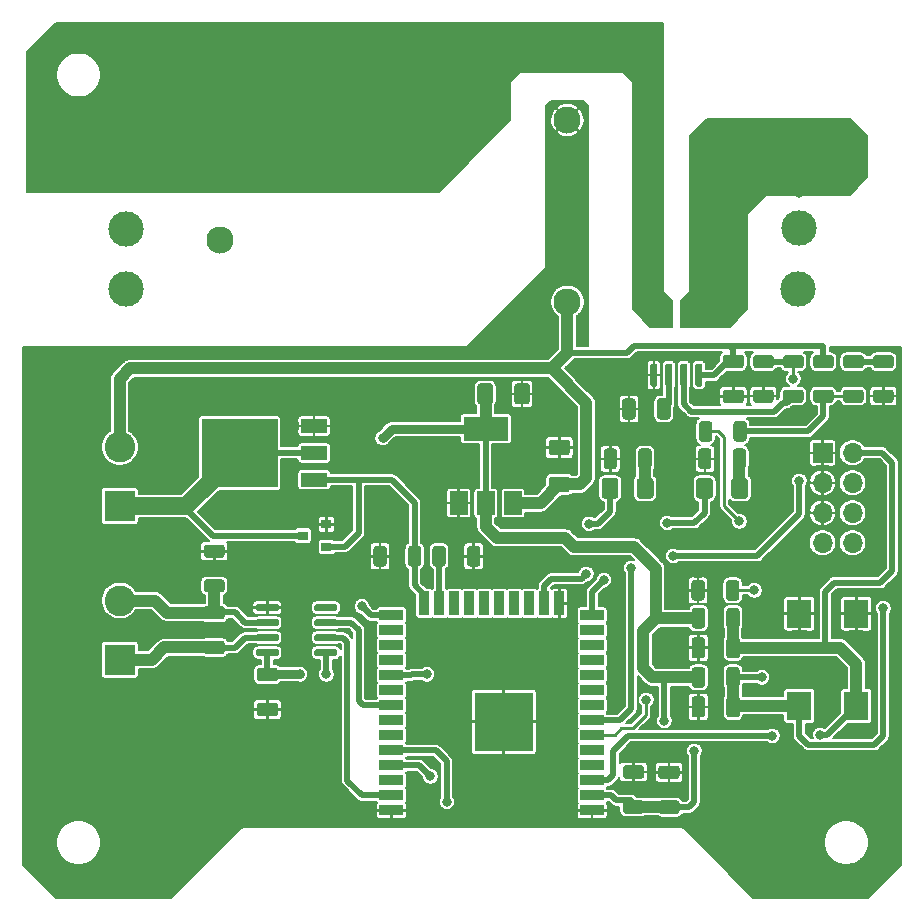
<source format=gbr>
%TF.GenerationSoftware,KiCad,Pcbnew,(5.1.7)-1*%
%TF.CreationDate,2021-03-17T12:45:12+01:00*%
%TF.ProjectId,HotPlateController,486f7450-6c61-4746-9543-6f6e74726f6c,rev?*%
%TF.SameCoordinates,Original*%
%TF.FileFunction,Copper,L1,Top*%
%TF.FilePolarity,Positive*%
%FSLAX46Y46*%
G04 Gerber Fmt 4.6, Leading zero omitted, Abs format (unit mm)*
G04 Created by KiCad (PCBNEW (5.1.7)-1) date 2021-03-17 12:45:12*
%MOMM*%
%LPD*%
G01*
G04 APERTURE LIST*
%TA.AperFunction,ComponentPad*%
%ADD10R,2.600000X2.600000*%
%TD*%
%TA.AperFunction,ComponentPad*%
%ADD11C,2.600000*%
%TD*%
%TA.AperFunction,SMDPad,CuDef*%
%ADD12R,2.000000X0.900000*%
%TD*%
%TA.AperFunction,SMDPad,CuDef*%
%ADD13R,0.900000X2.000000*%
%TD*%
%TA.AperFunction,SMDPad,CuDef*%
%ADD14R,5.000000X5.000000*%
%TD*%
%TA.AperFunction,ComponentPad*%
%ADD15C,2.300000*%
%TD*%
%TA.AperFunction,ComponentPad*%
%ADD16R,2.300000X2.000000*%
%TD*%
%TA.AperFunction,SMDPad,CuDef*%
%ADD17R,2.100000X2.400000*%
%TD*%
%TA.AperFunction,ComponentPad*%
%ADD18C,3.000000*%
%TD*%
%TA.AperFunction,SMDPad,CuDef*%
%ADD19R,6.400000X5.800000*%
%TD*%
%TA.AperFunction,SMDPad,CuDef*%
%ADD20R,2.200000X1.200000*%
%TD*%
%TA.AperFunction,SMDPad,CuDef*%
%ADD21R,0.900000X0.800000*%
%TD*%
%TA.AperFunction,SMDPad,CuDef*%
%ADD22R,1.500000X2.000000*%
%TD*%
%TA.AperFunction,SMDPad,CuDef*%
%ADD23R,3.800000X2.000000*%
%TD*%
%TA.AperFunction,ComponentPad*%
%ADD24O,1.700000X1.700000*%
%TD*%
%TA.AperFunction,ComponentPad*%
%ADD25R,1.700000X1.700000*%
%TD*%
%TA.AperFunction,ViaPad*%
%ADD26C,0.800000*%
%TD*%
%TA.AperFunction,Conductor*%
%ADD27C,1.000000*%
%TD*%
%TA.AperFunction,Conductor*%
%ADD28C,0.500000*%
%TD*%
%TA.AperFunction,Conductor*%
%ADD29C,0.750000*%
%TD*%
%TA.AperFunction,Conductor*%
%ADD30C,0.250000*%
%TD*%
%TA.AperFunction,Conductor*%
%ADD31C,1.500000*%
%TD*%
%TA.AperFunction,Conductor*%
%ADD32C,0.200000*%
%TD*%
%TA.AperFunction,Conductor*%
%ADD33C,0.100000*%
%TD*%
G04 APERTURE END LIST*
%TO.P,R15,2*%
%TO.N,GND*%
%TA.AperFunction,SMDPad,CuDef*%
G36*
G01*
X58028000Y-48015999D02*
X58028000Y-49266001D01*
G75*
G02*
X57778001Y-49516000I-249999J0D01*
G01*
X57152999Y-49516000D01*
G75*
G02*
X56903000Y-49266001I0J249999D01*
G01*
X56903000Y-48015999D01*
G75*
G02*
X57152999Y-47766000I249999J0D01*
G01*
X57778001Y-47766000D01*
G75*
G02*
X58028000Y-48015999I0J-249999D01*
G01*
G37*
%TD.AperFunction*%
%TO.P,R15,1*%
%TO.N,5V_adj*%
%TA.AperFunction,SMDPad,CuDef*%
G36*
G01*
X60953000Y-48015999D02*
X60953000Y-49266001D01*
G75*
G02*
X60703001Y-49516000I-249999J0D01*
G01*
X60077999Y-49516000D01*
G75*
G02*
X59828000Y-49266001I0J249999D01*
G01*
X59828000Y-48015999D01*
G75*
G02*
X60077999Y-47766000I249999J0D01*
G01*
X60703001Y-47766000D01*
G75*
G02*
X60953000Y-48015999I0J-249999D01*
G01*
G37*
%TD.AperFunction*%
%TD*%
%TO.P,R14,2*%
%TO.N,5V_adj*%
%TA.AperFunction,SMDPad,CuDef*%
G36*
G01*
X58663000Y-34553999D02*
X58663000Y-35804001D01*
G75*
G02*
X58413001Y-36054000I-249999J0D01*
G01*
X57787999Y-36054000D01*
G75*
G02*
X57538000Y-35804001I0J249999D01*
G01*
X57538000Y-34553999D01*
G75*
G02*
X57787999Y-34304000I249999J0D01*
G01*
X58413001Y-34304000D01*
G75*
G02*
X58663000Y-34553999I0J-249999D01*
G01*
G37*
%TD.AperFunction*%
%TO.P,R14,1*%
%TO.N,Net-(R11-Pad2)*%
%TA.AperFunction,SMDPad,CuDef*%
G36*
G01*
X61588000Y-34553999D02*
X61588000Y-35804001D01*
G75*
G02*
X61338001Y-36054000I-249999J0D01*
G01*
X60712999Y-36054000D01*
G75*
G02*
X60463000Y-35804001I0J249999D01*
G01*
X60463000Y-34553999D01*
G75*
G02*
X60712999Y-34304000I249999J0D01*
G01*
X61338001Y-34304000D01*
G75*
G02*
X61588000Y-34553999I0J-249999D01*
G01*
G37*
%TD.AperFunction*%
%TD*%
%TO.P,R13,2*%
%TO.N,GND*%
%TA.AperFunction,SMDPad,CuDef*%
G36*
G01*
X72526999Y-31634000D02*
X73777001Y-31634000D01*
G75*
G02*
X74027000Y-31883999I0J-249999D01*
G01*
X74027000Y-32509001D01*
G75*
G02*
X73777001Y-32759000I-249999J0D01*
G01*
X72526999Y-32759000D01*
G75*
G02*
X72277000Y-32509001I0J249999D01*
G01*
X72277000Y-31883999D01*
G75*
G02*
X72526999Y-31634000I249999J0D01*
G01*
G37*
%TD.AperFunction*%
%TO.P,R13,1*%
%TO.N,Net-(R12-Pad2)*%
%TA.AperFunction,SMDPad,CuDef*%
G36*
G01*
X72526999Y-28709000D02*
X73777001Y-28709000D01*
G75*
G02*
X74027000Y-28958999I0J-249999D01*
G01*
X74027000Y-29584001D01*
G75*
G02*
X73777001Y-29834000I-249999J0D01*
G01*
X72526999Y-29834000D01*
G75*
G02*
X72277000Y-29584001I0J249999D01*
G01*
X72277000Y-28958999D01*
G75*
G02*
X72526999Y-28709000I249999J0D01*
G01*
G37*
%TD.AperFunction*%
%TD*%
%TO.P,R12,2*%
%TO.N,Net-(R12-Pad2)*%
%TA.AperFunction,SMDPad,CuDef*%
G36*
G01*
X71237001Y-29834000D02*
X69986999Y-29834000D01*
G75*
G02*
X69737000Y-29584001I0J249999D01*
G01*
X69737000Y-28958999D01*
G75*
G02*
X69986999Y-28709000I249999J0D01*
G01*
X71237001Y-28709000D01*
G75*
G02*
X71487000Y-28958999I0J-249999D01*
G01*
X71487000Y-29584001D01*
G75*
G02*
X71237001Y-29834000I-249999J0D01*
G01*
G37*
%TD.AperFunction*%
%TO.P,R12,1*%
%TO.N,Net-(R11-Pad2)*%
%TA.AperFunction,SMDPad,CuDef*%
G36*
G01*
X71237001Y-32759000D02*
X69986999Y-32759000D01*
G75*
G02*
X69737000Y-32509001I0J249999D01*
G01*
X69737000Y-31883999D01*
G75*
G02*
X69986999Y-31634000I249999J0D01*
G01*
X71237001Y-31634000D01*
G75*
G02*
X71487000Y-31883999I0J-249999D01*
G01*
X71487000Y-32509001D01*
G75*
G02*
X71237001Y-32759000I-249999J0D01*
G01*
G37*
%TD.AperFunction*%
%TD*%
%TO.P,R11,2*%
%TO.N,Net-(R11-Pad2)*%
%TA.AperFunction,SMDPad,CuDef*%
G36*
G01*
X67446999Y-31634000D02*
X68697001Y-31634000D01*
G75*
G02*
X68947000Y-31883999I0J-249999D01*
G01*
X68947000Y-32509001D01*
G75*
G02*
X68697001Y-32759000I-249999J0D01*
G01*
X67446999Y-32759000D01*
G75*
G02*
X67197000Y-32509001I0J249999D01*
G01*
X67197000Y-31883999D01*
G75*
G02*
X67446999Y-31634000I249999J0D01*
G01*
G37*
%TD.AperFunction*%
%TO.P,R11,1*%
%TO.N,+5V*%
%TA.AperFunction,SMDPad,CuDef*%
G36*
G01*
X67446999Y-28709000D02*
X68697001Y-28709000D01*
G75*
G02*
X68947000Y-28958999I0J-249999D01*
G01*
X68947000Y-29584001D01*
G75*
G02*
X68697001Y-29834000I-249999J0D01*
G01*
X67446999Y-29834000D01*
G75*
G02*
X67197000Y-29584001I0J249999D01*
G01*
X67197000Y-28958999D01*
G75*
G02*
X67446999Y-28709000I249999J0D01*
G01*
G37*
%TD.AperFunction*%
%TD*%
D10*
%TO.P,J1,1*%
%TO.N,Net-(J1-Pad1)*%
X8500000Y-41500000D03*
D11*
%TO.P,J1,2*%
%TO.N,+5V*%
X8500000Y-36500000D03*
%TD*%
D10*
%TO.P,J6,1*%
%TO.N,Net-(C10-Pad1)*%
X8500000Y-54500000D03*
D11*
%TO.P,J6,2*%
%TO.N,Net-(C10-Pad2)*%
X8500000Y-49500000D03*
%TD*%
%TO.P,C9,2*%
%TO.N,GND*%
%TA.AperFunction,SMDPad,CuDef*%
G36*
G01*
X20349999Y-58150000D02*
X21650001Y-58150000D01*
G75*
G02*
X21900000Y-58399999I0J-249999D01*
G01*
X21900000Y-59050001D01*
G75*
G02*
X21650001Y-59300000I-249999J0D01*
G01*
X20349999Y-59300000D01*
G75*
G02*
X20100000Y-59050001I0J249999D01*
G01*
X20100000Y-58399999D01*
G75*
G02*
X20349999Y-58150000I249999J0D01*
G01*
G37*
%TD.AperFunction*%
%TO.P,C9,1*%
%TO.N,+3V3*%
%TA.AperFunction,SMDPad,CuDef*%
G36*
G01*
X20349999Y-55200000D02*
X21650001Y-55200000D01*
G75*
G02*
X21900000Y-55449999I0J-249999D01*
G01*
X21900000Y-56100001D01*
G75*
G02*
X21650001Y-56350000I-249999J0D01*
G01*
X20349999Y-56350000D01*
G75*
G02*
X20100000Y-56100001I0J249999D01*
G01*
X20100000Y-55449999D01*
G75*
G02*
X20349999Y-55200000I249999J0D01*
G01*
G37*
%TD.AperFunction*%
%TD*%
%TO.P,R10,2*%
%TO.N,GND*%
%TA.AperFunction,SMDPad,CuDef*%
G36*
G01*
X17125001Y-45887500D02*
X15874999Y-45887500D01*
G75*
G02*
X15625000Y-45637501I0J249999D01*
G01*
X15625000Y-45012499D01*
G75*
G02*
X15874999Y-44762500I249999J0D01*
G01*
X17125001Y-44762500D01*
G75*
G02*
X17375000Y-45012499I0J-249999D01*
G01*
X17375000Y-45637501D01*
G75*
G02*
X17125001Y-45887500I-249999J0D01*
G01*
G37*
%TD.AperFunction*%
%TO.P,R10,1*%
%TO.N,Net-(C10-Pad2)*%
%TA.AperFunction,SMDPad,CuDef*%
G36*
G01*
X17125001Y-48812500D02*
X15874999Y-48812500D01*
G75*
G02*
X15625000Y-48562501I0J249999D01*
G01*
X15625000Y-47937499D01*
G75*
G02*
X15874999Y-47687500I249999J0D01*
G01*
X17125001Y-47687500D01*
G75*
G02*
X17375000Y-47937499I0J-249999D01*
G01*
X17375000Y-48562501D01*
G75*
G02*
X17125001Y-48812500I-249999J0D01*
G01*
G37*
%TD.AperFunction*%
%TD*%
%TO.P,C10,2*%
%TO.N,Net-(C10-Pad2)*%
%TA.AperFunction,SMDPad,CuDef*%
G36*
G01*
X17150001Y-51100000D02*
X15849999Y-51100000D01*
G75*
G02*
X15600000Y-50850001I0J249999D01*
G01*
X15600000Y-50199999D01*
G75*
G02*
X15849999Y-49950000I249999J0D01*
G01*
X17150001Y-49950000D01*
G75*
G02*
X17400000Y-50199999I0J-249999D01*
G01*
X17400000Y-50850001D01*
G75*
G02*
X17150001Y-51100000I-249999J0D01*
G01*
G37*
%TD.AperFunction*%
%TO.P,C10,1*%
%TO.N,Net-(C10-Pad1)*%
%TA.AperFunction,SMDPad,CuDef*%
G36*
G01*
X17150001Y-54050000D02*
X15849999Y-54050000D01*
G75*
G02*
X15600000Y-53800001I0J249999D01*
G01*
X15600000Y-53149999D01*
G75*
G02*
X15849999Y-52900000I249999J0D01*
G01*
X17150001Y-52900000D01*
G75*
G02*
X17400000Y-53149999I0J-249999D01*
G01*
X17400000Y-53800001D01*
G75*
G02*
X17150001Y-54050000I-249999J0D01*
G01*
G37*
%TD.AperFunction*%
%TD*%
D12*
%TO.P,U3,38*%
%TO.N,GND*%
X31500000Y-67255000D03*
%TO.P,U3,37*%
%TO.N,ESP32_SPI_TEMPSENSOR_1_CS*%
X31500000Y-65985000D03*
%TO.P,U3,36*%
%TO.N,Net-(U3-Pad36)*%
X31500000Y-64715000D03*
%TO.P,U3,35*%
%TO.N,USB_RX*%
X31500000Y-63445000D03*
%TO.P,U3,34*%
%TO.N,USB_TX*%
X31500000Y-62175000D03*
%TO.P,U3,33*%
%TO.N,Net-(U3-Pad33)*%
X31500000Y-60905000D03*
%TO.P,U3,32*%
%TO.N,Net-(U3-Pad32)*%
X31500000Y-59635000D03*
%TO.P,U3,31*%
%TO.N,ESP32_SPI_MISO*%
X31500000Y-58365000D03*
%TO.P,U3,30*%
%TO.N,Net-(U3-Pad30)*%
X31500000Y-57095000D03*
%TO.P,U3,29*%
%TO.N,ESP32_SPI_SCK*%
X31500000Y-55825000D03*
%TO.P,U3,28*%
%TO.N,Net-(U3-Pad28)*%
X31500000Y-54555000D03*
%TO.P,U3,27*%
%TO.N,Net-(U3-Pad27)*%
X31500000Y-53285000D03*
%TO.P,U3,26*%
%TO.N,Net-(U3-Pad26)*%
X31500000Y-52015000D03*
%TO.P,U3,25*%
%TO.N,IO0*%
X31500000Y-50745000D03*
D13*
%TO.P,U3,24*%
%TO.N,PlateControl*%
X34285000Y-49745000D03*
%TO.P,U3,23*%
%TO.N,U0TX_Active*%
X35555000Y-49745000D03*
%TO.P,U3,22*%
%TO.N,Net-(U3-Pad22)*%
X36825000Y-49745000D03*
%TO.P,U3,21*%
%TO.N,Net-(U3-Pad21)*%
X38095000Y-49745000D03*
%TO.P,U3,20*%
%TO.N,Net-(U3-Pad20)*%
X39365000Y-49745000D03*
%TO.P,U3,19*%
%TO.N,Net-(U3-Pad19)*%
X40635000Y-49745000D03*
%TO.P,U3,18*%
%TO.N,Net-(U3-Pad18)*%
X41905000Y-49745000D03*
%TO.P,U3,17*%
%TO.N,Net-(U3-Pad17)*%
X43175000Y-49745000D03*
%TO.P,U3,16*%
%TO.N,HotLED*%
X44445000Y-49745000D03*
%TO.P,U3,15*%
%TO.N,GND*%
X45715000Y-49745000D03*
D12*
%TO.P,U3,14*%
%TO.N,StatusLED*%
X48500000Y-50745000D03*
%TO.P,U3,13*%
%TO.N,Net-(U3-Pad13)*%
X48500000Y-52015000D03*
%TO.P,U3,12*%
%TO.N,Net-(U3-Pad12)*%
X48500000Y-53285000D03*
%TO.P,U3,11*%
%TO.N,Net-(U3-Pad11)*%
X48500000Y-54555000D03*
%TO.P,U3,10*%
%TO.N,Net-(U3-Pad10)*%
X48500000Y-55825000D03*
%TO.P,U3,9*%
%TO.N,Net-(U3-Pad9)*%
X48500000Y-57095000D03*
%TO.P,U3,8*%
%TO.N,Net-(U3-Pad8)*%
X48500000Y-58365000D03*
%TO.P,U3,7*%
%TO.N,V_Current_adj*%
X48500000Y-59635000D03*
%TO.P,U3,6*%
%TO.N,5V_adj*%
X48500000Y-60905000D03*
%TO.P,U3,5*%
%TO.N,Net-(U3-Pad5)*%
X48500000Y-62175000D03*
%TO.P,U3,4*%
%TO.N,Net-(U3-Pad4)*%
X48500000Y-63445000D03*
%TO.P,U3,3*%
%TO.N,EN*%
X48500000Y-64715000D03*
%TO.P,U3,2*%
%TO.N,+3V3*%
X48500000Y-65985000D03*
%TO.P,U3,1*%
%TO.N,GND*%
X48500000Y-67255000D03*
D14*
%TO.P,U3,39*%
X41000000Y-59755000D03*
%TD*%
%TO.P,R9,2*%
%TO.N,AC_Line_In*%
%TA.AperFunction,SMDPad,CuDef*%
G36*
G01*
X58738000Y-14125001D02*
X58738000Y-11274999D01*
G75*
G02*
X58987999Y-11025000I249999J0D01*
G01*
X59888001Y-11025000D01*
G75*
G02*
X60138000Y-11274999I0J-249999D01*
G01*
X60138000Y-14125001D01*
G75*
G02*
X59888001Y-14375000I-249999J0D01*
G01*
X58987999Y-14375000D01*
G75*
G02*
X58738000Y-14125001I0J249999D01*
G01*
G37*
%TD.AperFunction*%
%TO.P,R9,1*%
%TO.N,AC_Line_Out*%
%TA.AperFunction,SMDPad,CuDef*%
G36*
G01*
X52638000Y-14125001D02*
X52638000Y-11274999D01*
G75*
G02*
X52887999Y-11025000I249999J0D01*
G01*
X53788001Y-11025000D01*
G75*
G02*
X54038000Y-11274999I0J-249999D01*
G01*
X54038000Y-14125001D01*
G75*
G02*
X53788001Y-14375000I-249999J0D01*
G01*
X52887999Y-14375000D01*
G75*
G02*
X52638000Y-14125001I0J249999D01*
G01*
G37*
%TD.AperFunction*%
%TD*%
D15*
%TO.P,PS1,4*%
%TO.N,+5V*%
X46400000Y-24200000D03*
%TO.P,PS1,2*%
%TO.N,AC_Neutral*%
X17000000Y-19000000D03*
D16*
%TO.P,PS1,1*%
%TO.N,AC_Line_Out*%
X17000000Y-14000000D03*
D15*
%TO.P,PS1,3*%
%TO.N,GND*%
X46400000Y-8800000D03*
%TD*%
D17*
%TO.P,SW2,1*%
%TO.N,EN*%
X70860000Y-58420000D03*
%TO.P,SW2,2*%
%TO.N,GND*%
X70860000Y-50620000D03*
%TD*%
%TO.P,SW1,1*%
%TO.N,IO0*%
X66040000Y-58420000D03*
%TO.P,SW1,2*%
%TO.N,GND*%
X66040000Y-50620000D03*
%TD*%
%TO.P,D2,2*%
%TO.N,HotLED*%
%TA.AperFunction,SMDPad,CuDef*%
G36*
G01*
X50725000Y-39375000D02*
X50725000Y-40625000D01*
G75*
G02*
X50475000Y-40875000I-250000J0D01*
G01*
X49550000Y-40875000D01*
G75*
G02*
X49300000Y-40625000I0J250000D01*
G01*
X49300000Y-39375000D01*
G75*
G02*
X49550000Y-39125000I250000J0D01*
G01*
X50475000Y-39125000D01*
G75*
G02*
X50725000Y-39375000I0J-250000D01*
G01*
G37*
%TD.AperFunction*%
%TO.P,D2,1*%
%TO.N,Net-(D2-Pad1)*%
%TA.AperFunction,SMDPad,CuDef*%
G36*
G01*
X53700000Y-39375000D02*
X53700000Y-40625000D01*
G75*
G02*
X53450000Y-40875000I-250000J0D01*
G01*
X52525000Y-40875000D01*
G75*
G02*
X52275000Y-40625000I0J250000D01*
G01*
X52275000Y-39375000D01*
G75*
G02*
X52525000Y-39125000I250000J0D01*
G01*
X53450000Y-39125000D01*
G75*
G02*
X53700000Y-39375000I0J-250000D01*
G01*
G37*
%TD.AperFunction*%
%TD*%
%TO.P,D1,2*%
%TO.N,StatusLED*%
%TA.AperFunction,SMDPad,CuDef*%
G36*
G01*
X58725000Y-39375000D02*
X58725000Y-40625000D01*
G75*
G02*
X58475000Y-40875000I-250000J0D01*
G01*
X57550000Y-40875000D01*
G75*
G02*
X57300000Y-40625000I0J250000D01*
G01*
X57300000Y-39375000D01*
G75*
G02*
X57550000Y-39125000I250000J0D01*
G01*
X58475000Y-39125000D01*
G75*
G02*
X58725000Y-39375000I0J-250000D01*
G01*
G37*
%TD.AperFunction*%
%TO.P,D1,1*%
%TO.N,Net-(D1-Pad1)*%
%TA.AperFunction,SMDPad,CuDef*%
G36*
G01*
X61700000Y-39375000D02*
X61700000Y-40625000D01*
G75*
G02*
X61450000Y-40875000I-250000J0D01*
G01*
X60525000Y-40875000D01*
G75*
G02*
X60275000Y-40625000I0J250000D01*
G01*
X60275000Y-39375000D01*
G75*
G02*
X60525000Y-39125000I250000J0D01*
G01*
X61450000Y-39125000D01*
G75*
G02*
X61700000Y-39375000I0J-250000D01*
G01*
G37*
%TD.AperFunction*%
%TD*%
D18*
%TO.P,J4,3*%
%TO.N,AC_Line_In*%
X66000000Y-12840000D03*
%TO.P,J4,2*%
%TO.N,AC_Neutral*%
X66000000Y-17920000D03*
%TO.P,J4,1*%
%TO.N,Earth*%
X65900000Y-23100000D03*
%TD*%
%TO.P,J3,3*%
%TO.N,Earth*%
X9000000Y-23160000D03*
%TO.P,J3,2*%
%TO.N,AC_Neutral*%
X9000000Y-18080000D03*
%TO.P,J3,1*%
%TO.N,AC_Line_Out*%
X9100000Y-12900000D03*
%TD*%
%TO.P,R1,2*%
%TO.N,PlateControl*%
%TA.AperFunction,SMDPad,CuDef*%
G36*
G01*
X32900000Y-46375001D02*
X32900000Y-45124999D01*
G75*
G02*
X33149999Y-44875000I249999J0D01*
G01*
X33775001Y-44875000D01*
G75*
G02*
X34025000Y-45124999I0J-249999D01*
G01*
X34025000Y-46375001D01*
G75*
G02*
X33775001Y-46625000I-249999J0D01*
G01*
X33149999Y-46625000D01*
G75*
G02*
X32900000Y-46375001I0J249999D01*
G01*
G37*
%TD.AperFunction*%
%TO.P,R1,1*%
%TO.N,GND*%
%TA.AperFunction,SMDPad,CuDef*%
G36*
G01*
X29975000Y-46375001D02*
X29975000Y-45124999D01*
G75*
G02*
X30224999Y-44875000I249999J0D01*
G01*
X30850001Y-44875000D01*
G75*
G02*
X31100000Y-45124999I0J-249999D01*
G01*
X31100000Y-46375001D01*
G75*
G02*
X30850001Y-46625000I-249999J0D01*
G01*
X30224999Y-46625000D01*
G75*
G02*
X29975000Y-46375001I0J249999D01*
G01*
G37*
%TD.AperFunction*%
%TD*%
D19*
%TO.P,Q2,2*%
%TO.N,Net-(J1-Pad1)*%
X18650000Y-37000000D03*
D20*
%TO.P,Q2,3*%
%TO.N,GND*%
X24950000Y-34720000D03*
%TO.P,Q2,2*%
%TO.N,Net-(J1-Pad1)*%
X24950000Y-37000000D03*
%TO.P,Q2,1*%
%TO.N,PlateControl*%
X24950000Y-39280000D03*
%TD*%
D21*
%TO.P,Q1,3*%
%TO.N,Net-(J1-Pad1)*%
X24000000Y-44000000D03*
%TO.P,Q1,2*%
%TO.N,GND*%
X26000000Y-43050000D03*
%TO.P,Q1,1*%
%TO.N,PlateControl*%
X26000000Y-44950000D03*
%TD*%
%TO.P,R8,2*%
%TO.N,GND*%
%TA.AperFunction,SMDPad,CuDef*%
G36*
G01*
X50600000Y-36874999D02*
X50600000Y-38125001D01*
G75*
G02*
X50350001Y-38375000I-249999J0D01*
G01*
X49724999Y-38375000D01*
G75*
G02*
X49475000Y-38125001I0J249999D01*
G01*
X49475000Y-36874999D01*
G75*
G02*
X49724999Y-36625000I249999J0D01*
G01*
X50350001Y-36625000D01*
G75*
G02*
X50600000Y-36874999I0J-249999D01*
G01*
G37*
%TD.AperFunction*%
%TO.P,R8,1*%
%TO.N,Net-(D2-Pad1)*%
%TA.AperFunction,SMDPad,CuDef*%
G36*
G01*
X53525000Y-36874999D02*
X53525000Y-38125001D01*
G75*
G02*
X53275001Y-38375000I-249999J0D01*
G01*
X52649999Y-38375000D01*
G75*
G02*
X52400000Y-38125001I0J249999D01*
G01*
X52400000Y-36874999D01*
G75*
G02*
X52649999Y-36625000I249999J0D01*
G01*
X53275001Y-36625000D01*
G75*
G02*
X53525000Y-36874999I0J-249999D01*
G01*
G37*
%TD.AperFunction*%
%TD*%
%TO.P,R7,2*%
%TO.N,GND*%
%TA.AperFunction,SMDPad,CuDef*%
G36*
G01*
X37900000Y-46375001D02*
X37900000Y-45124999D01*
G75*
G02*
X38149999Y-44875000I249999J0D01*
G01*
X38775001Y-44875000D01*
G75*
G02*
X39025000Y-45124999I0J-249999D01*
G01*
X39025000Y-46375001D01*
G75*
G02*
X38775001Y-46625000I-249999J0D01*
G01*
X38149999Y-46625000D01*
G75*
G02*
X37900000Y-46375001I0J249999D01*
G01*
G37*
%TD.AperFunction*%
%TO.P,R7,1*%
%TO.N,U0TX_Active*%
%TA.AperFunction,SMDPad,CuDef*%
G36*
G01*
X34975000Y-46375001D02*
X34975000Y-45124999D01*
G75*
G02*
X35224999Y-44875000I249999J0D01*
G01*
X35850001Y-44875000D01*
G75*
G02*
X36100000Y-45124999I0J-249999D01*
G01*
X36100000Y-46375001D01*
G75*
G02*
X35850001Y-46625000I-249999J0D01*
G01*
X35224999Y-46625000D01*
G75*
G02*
X34975000Y-46375001I0J249999D01*
G01*
G37*
%TD.AperFunction*%
%TD*%
%TO.P,R6,2*%
%TO.N,GND*%
%TA.AperFunction,SMDPad,CuDef*%
G36*
G01*
X58600000Y-36874999D02*
X58600000Y-38125001D01*
G75*
G02*
X58350001Y-38375000I-249999J0D01*
G01*
X57724999Y-38375000D01*
G75*
G02*
X57475000Y-38125001I0J249999D01*
G01*
X57475000Y-36874999D01*
G75*
G02*
X57724999Y-36625000I249999J0D01*
G01*
X58350001Y-36625000D01*
G75*
G02*
X58600000Y-36874999I0J-249999D01*
G01*
G37*
%TD.AperFunction*%
%TO.P,R6,1*%
%TO.N,Net-(D1-Pad1)*%
%TA.AperFunction,SMDPad,CuDef*%
G36*
G01*
X61525000Y-36874999D02*
X61525000Y-38125001D01*
G75*
G02*
X61275001Y-38375000I-249999J0D01*
G01*
X60649999Y-38375000D01*
G75*
G02*
X60400000Y-38125001I0J249999D01*
G01*
X60400000Y-36874999D01*
G75*
G02*
X60649999Y-36625000I249999J0D01*
G01*
X61275001Y-36625000D01*
G75*
G02*
X61525000Y-36874999I0J-249999D01*
G01*
G37*
%TD.AperFunction*%
%TD*%
%TO.P,R5,2*%
%TO.N,IO0*%
%TA.AperFunction,SMDPad,CuDef*%
G36*
G01*
X59860000Y-56625001D02*
X59860000Y-55374999D01*
G75*
G02*
X60109999Y-55125000I249999J0D01*
G01*
X60735001Y-55125000D01*
G75*
G02*
X60985000Y-55374999I0J-249999D01*
G01*
X60985000Y-56625001D01*
G75*
G02*
X60735001Y-56875000I-249999J0D01*
G01*
X60109999Y-56875000D01*
G75*
G02*
X59860000Y-56625001I0J249999D01*
G01*
G37*
%TD.AperFunction*%
%TO.P,R5,1*%
%TO.N,+3V3*%
%TA.AperFunction,SMDPad,CuDef*%
G36*
G01*
X56935000Y-56625001D02*
X56935000Y-55374999D01*
G75*
G02*
X57184999Y-55125000I249999J0D01*
G01*
X57810001Y-55125000D01*
G75*
G02*
X58060000Y-55374999I0J-249999D01*
G01*
X58060000Y-56625001D01*
G75*
G02*
X57810001Y-56875000I-249999J0D01*
G01*
X57184999Y-56875000D01*
G75*
G02*
X56935000Y-56625001I0J249999D01*
G01*
G37*
%TD.AperFunction*%
%TD*%
%TO.P,R4,2*%
%TO.N,EN*%
%TA.AperFunction,SMDPad,CuDef*%
G36*
G01*
X59860000Y-51625001D02*
X59860000Y-50374999D01*
G75*
G02*
X60109999Y-50125000I249999J0D01*
G01*
X60735001Y-50125000D01*
G75*
G02*
X60985000Y-50374999I0J-249999D01*
G01*
X60985000Y-51625001D01*
G75*
G02*
X60735001Y-51875000I-249999J0D01*
G01*
X60109999Y-51875000D01*
G75*
G02*
X59860000Y-51625001I0J249999D01*
G01*
G37*
%TD.AperFunction*%
%TO.P,R4,1*%
%TO.N,+3V3*%
%TA.AperFunction,SMDPad,CuDef*%
G36*
G01*
X56935000Y-51625001D02*
X56935000Y-50374999D01*
G75*
G02*
X57184999Y-50125000I249999J0D01*
G01*
X57810001Y-50125000D01*
G75*
G02*
X58060000Y-50374999I0J-249999D01*
G01*
X58060000Y-51625001D01*
G75*
G02*
X57810001Y-51875000I-249999J0D01*
G01*
X57184999Y-51875000D01*
G75*
G02*
X56935000Y-51625001I0J249999D01*
G01*
G37*
%TD.AperFunction*%
%TD*%
%TO.P,R3,2*%
%TO.N,GND*%
%TA.AperFunction,SMDPad,CuDef*%
G36*
G01*
X62366999Y-31634000D02*
X63617001Y-31634000D01*
G75*
G02*
X63867000Y-31883999I0J-249999D01*
G01*
X63867000Y-32509001D01*
G75*
G02*
X63617001Y-32759000I-249999J0D01*
G01*
X62366999Y-32759000D01*
G75*
G02*
X62117000Y-32509001I0J249999D01*
G01*
X62117000Y-31883999D01*
G75*
G02*
X62366999Y-31634000I249999J0D01*
G01*
G37*
%TD.AperFunction*%
%TO.P,R3,1*%
%TO.N,V_Current_adj*%
%TA.AperFunction,SMDPad,CuDef*%
G36*
G01*
X62366999Y-28709000D02*
X63617001Y-28709000D01*
G75*
G02*
X63867000Y-28958999I0J-249999D01*
G01*
X63867000Y-29584001D01*
G75*
G02*
X63617001Y-29834000I-249999J0D01*
G01*
X62366999Y-29834000D01*
G75*
G02*
X62117000Y-29584001I0J249999D01*
G01*
X62117000Y-28958999D01*
G75*
G02*
X62366999Y-28709000I249999J0D01*
G01*
G37*
%TD.AperFunction*%
%TD*%
%TO.P,R2,2*%
%TO.N,V_Current_adj*%
%TA.AperFunction,SMDPad,CuDef*%
G36*
G01*
X66157001Y-29834000D02*
X64906999Y-29834000D01*
G75*
G02*
X64657000Y-29584001I0J249999D01*
G01*
X64657000Y-28958999D01*
G75*
G02*
X64906999Y-28709000I249999J0D01*
G01*
X66157001Y-28709000D01*
G75*
G02*
X66407000Y-28958999I0J-249999D01*
G01*
X66407000Y-29584001D01*
G75*
G02*
X66157001Y-29834000I-249999J0D01*
G01*
G37*
%TD.AperFunction*%
%TO.P,R2,1*%
%TO.N,Net-(R2-Pad1)*%
%TA.AperFunction,SMDPad,CuDef*%
G36*
G01*
X66157001Y-32759000D02*
X64906999Y-32759000D01*
G75*
G02*
X64657000Y-32509001I0J249999D01*
G01*
X64657000Y-31883999D01*
G75*
G02*
X64906999Y-31634000I249999J0D01*
G01*
X66157001Y-31634000D01*
G75*
G02*
X66407000Y-31883999I0J-249999D01*
G01*
X66407000Y-32509001D01*
G75*
G02*
X66157001Y-32759000I-249999J0D01*
G01*
G37*
%TD.AperFunction*%
%TD*%
%TO.P,C8,2*%
%TO.N,EN*%
%TA.AperFunction,SMDPad,CuDef*%
G36*
G01*
X59860000Y-54150001D02*
X59860000Y-52849999D01*
G75*
G02*
X60109999Y-52600000I249999J0D01*
G01*
X60760001Y-52600000D01*
G75*
G02*
X61010000Y-52849999I0J-249999D01*
G01*
X61010000Y-54150001D01*
G75*
G02*
X60760001Y-54400000I-249999J0D01*
G01*
X60109999Y-54400000D01*
G75*
G02*
X59860000Y-54150001I0J249999D01*
G01*
G37*
%TD.AperFunction*%
%TO.P,C8,1*%
%TO.N,GND*%
%TA.AperFunction,SMDPad,CuDef*%
G36*
G01*
X56910000Y-54150001D02*
X56910000Y-52849999D01*
G75*
G02*
X57159999Y-52600000I249999J0D01*
G01*
X57810001Y-52600000D01*
G75*
G02*
X58060000Y-52849999I0J-249999D01*
G01*
X58060000Y-54150001D01*
G75*
G02*
X57810001Y-54400000I-249999J0D01*
G01*
X57159999Y-54400000D01*
G75*
G02*
X56910000Y-54150001I0J249999D01*
G01*
G37*
%TD.AperFunction*%
%TD*%
%TO.P,C7,2*%
%TO.N,IO0*%
%TA.AperFunction,SMDPad,CuDef*%
G36*
G01*
X59860000Y-59150001D02*
X59860000Y-57849999D01*
G75*
G02*
X60109999Y-57600000I249999J0D01*
G01*
X60760001Y-57600000D01*
G75*
G02*
X61010000Y-57849999I0J-249999D01*
G01*
X61010000Y-59150001D01*
G75*
G02*
X60760001Y-59400000I-249999J0D01*
G01*
X60109999Y-59400000D01*
G75*
G02*
X59860000Y-59150001I0J249999D01*
G01*
G37*
%TD.AperFunction*%
%TO.P,C7,1*%
%TO.N,GND*%
%TA.AperFunction,SMDPad,CuDef*%
G36*
G01*
X56910000Y-59150001D02*
X56910000Y-57849999D01*
G75*
G02*
X57159999Y-57600000I249999J0D01*
G01*
X57810001Y-57600000D01*
G75*
G02*
X58060000Y-57849999I0J-249999D01*
G01*
X58060000Y-59150001D01*
G75*
G02*
X57810001Y-59400000I-249999J0D01*
G01*
X57159999Y-59400000D01*
G75*
G02*
X56910000Y-59150001I0J249999D01*
G01*
G37*
%TD.AperFunction*%
%TD*%
%TO.P,C6,2*%
%TO.N,GND*%
%TA.AperFunction,SMDPad,CuDef*%
G36*
G01*
X52186000Y-32623999D02*
X52186000Y-33924001D01*
G75*
G02*
X51936001Y-34174000I-249999J0D01*
G01*
X51285999Y-34174000D01*
G75*
G02*
X51036000Y-33924001I0J249999D01*
G01*
X51036000Y-32623999D01*
G75*
G02*
X51285999Y-32374000I249999J0D01*
G01*
X51936001Y-32374000D01*
G75*
G02*
X52186000Y-32623999I0J-249999D01*
G01*
G37*
%TD.AperFunction*%
%TO.P,C6,1*%
%TO.N,Net-(C6-Pad1)*%
%TA.AperFunction,SMDPad,CuDef*%
G36*
G01*
X55136000Y-32623999D02*
X55136000Y-33924001D01*
G75*
G02*
X54886001Y-34174000I-249999J0D01*
G01*
X54235999Y-34174000D01*
G75*
G02*
X53986000Y-33924001I0J249999D01*
G01*
X53986000Y-32623999D01*
G75*
G02*
X54235999Y-32374000I249999J0D01*
G01*
X54886001Y-32374000D01*
G75*
G02*
X55136000Y-32623999I0J-249999D01*
G01*
G37*
%TD.AperFunction*%
%TD*%
%TO.P,C5,2*%
%TO.N,+5V*%
%TA.AperFunction,SMDPad,CuDef*%
G36*
G01*
X61102001Y-29834000D02*
X59801999Y-29834000D01*
G75*
G02*
X59552000Y-29584001I0J249999D01*
G01*
X59552000Y-28933999D01*
G75*
G02*
X59801999Y-28684000I249999J0D01*
G01*
X61102001Y-28684000D01*
G75*
G02*
X61352000Y-28933999I0J-249999D01*
G01*
X61352000Y-29584001D01*
G75*
G02*
X61102001Y-29834000I-249999J0D01*
G01*
G37*
%TD.AperFunction*%
%TO.P,C5,1*%
%TO.N,GND*%
%TA.AperFunction,SMDPad,CuDef*%
G36*
G01*
X61102001Y-32784000D02*
X59801999Y-32784000D01*
G75*
G02*
X59552000Y-32534001I0J249999D01*
G01*
X59552000Y-31883999D01*
G75*
G02*
X59801999Y-31634000I249999J0D01*
G01*
X61102001Y-31634000D01*
G75*
G02*
X61352000Y-31883999I0J-249999D01*
G01*
X61352000Y-32534001D01*
G75*
G02*
X61102001Y-32784000I-249999J0D01*
G01*
G37*
%TD.AperFunction*%
%TD*%
%TO.P,C4,2*%
%TO.N,GND*%
%TA.AperFunction,SMDPad,CuDef*%
G36*
G01*
X52650001Y-64600000D02*
X51349999Y-64600000D01*
G75*
G02*
X51100000Y-64350001I0J249999D01*
G01*
X51100000Y-63699999D01*
G75*
G02*
X51349999Y-63450000I249999J0D01*
G01*
X52650001Y-63450000D01*
G75*
G02*
X52900000Y-63699999I0J-249999D01*
G01*
X52900000Y-64350001D01*
G75*
G02*
X52650001Y-64600000I-249999J0D01*
G01*
G37*
%TD.AperFunction*%
%TO.P,C4,1*%
%TO.N,+3V3*%
%TA.AperFunction,SMDPad,CuDef*%
G36*
G01*
X52650001Y-67550000D02*
X51349999Y-67550000D01*
G75*
G02*
X51100000Y-67300001I0J249999D01*
G01*
X51100000Y-66649999D01*
G75*
G02*
X51349999Y-66400000I249999J0D01*
G01*
X52650001Y-66400000D01*
G75*
G02*
X52900000Y-66649999I0J-249999D01*
G01*
X52900000Y-67300001D01*
G75*
G02*
X52650001Y-67550000I-249999J0D01*
G01*
G37*
%TD.AperFunction*%
%TD*%
%TO.P,C3,2*%
%TO.N,+3V3*%
%TA.AperFunction,SMDPad,CuDef*%
G36*
G01*
X54349999Y-66425000D02*
X55650001Y-66425000D01*
G75*
G02*
X55900000Y-66674999I0J-249999D01*
G01*
X55900000Y-67325001D01*
G75*
G02*
X55650001Y-67575000I-249999J0D01*
G01*
X54349999Y-67575000D01*
G75*
G02*
X54100000Y-67325001I0J249999D01*
G01*
X54100000Y-66674999D01*
G75*
G02*
X54349999Y-66425000I249999J0D01*
G01*
G37*
%TD.AperFunction*%
%TO.P,C3,1*%
%TO.N,GND*%
%TA.AperFunction,SMDPad,CuDef*%
G36*
G01*
X54349999Y-63475000D02*
X55650001Y-63475000D01*
G75*
G02*
X55900000Y-63724999I0J-249999D01*
G01*
X55900000Y-64375001D01*
G75*
G02*
X55650001Y-64625000I-249999J0D01*
G01*
X54349999Y-64625000D01*
G75*
G02*
X54100000Y-64375001I0J249999D01*
G01*
X54100000Y-63724999D01*
G75*
G02*
X54349999Y-63475000I249999J0D01*
G01*
G37*
%TD.AperFunction*%
%TD*%
%TO.P,U4,8*%
%TO.N,N/C*%
%TA.AperFunction,SMDPad,CuDef*%
G36*
G01*
X24975000Y-50245000D02*
X24975000Y-49945000D01*
G75*
G02*
X25125000Y-49795000I150000J0D01*
G01*
X26775000Y-49795000D01*
G75*
G02*
X26925000Y-49945000I0J-150000D01*
G01*
X26925000Y-50245000D01*
G75*
G02*
X26775000Y-50395000I-150000J0D01*
G01*
X25125000Y-50395000D01*
G75*
G02*
X24975000Y-50245000I0J150000D01*
G01*
G37*
%TD.AperFunction*%
%TO.P,U4,7*%
%TO.N,ESP32_SPI_MISO*%
%TA.AperFunction,SMDPad,CuDef*%
G36*
G01*
X24975000Y-51515000D02*
X24975000Y-51215000D01*
G75*
G02*
X25125000Y-51065000I150000J0D01*
G01*
X26775000Y-51065000D01*
G75*
G02*
X26925000Y-51215000I0J-150000D01*
G01*
X26925000Y-51515000D01*
G75*
G02*
X26775000Y-51665000I-150000J0D01*
G01*
X25125000Y-51665000D01*
G75*
G02*
X24975000Y-51515000I0J150000D01*
G01*
G37*
%TD.AperFunction*%
%TO.P,U4,6*%
%TO.N,ESP32_SPI_TEMPSENSOR_1_CS*%
%TA.AperFunction,SMDPad,CuDef*%
G36*
G01*
X24975000Y-52785000D02*
X24975000Y-52485000D01*
G75*
G02*
X25125000Y-52335000I150000J0D01*
G01*
X26775000Y-52335000D01*
G75*
G02*
X26925000Y-52485000I0J-150000D01*
G01*
X26925000Y-52785000D01*
G75*
G02*
X26775000Y-52935000I-150000J0D01*
G01*
X25125000Y-52935000D01*
G75*
G02*
X24975000Y-52785000I0J150000D01*
G01*
G37*
%TD.AperFunction*%
%TO.P,U4,5*%
%TO.N,ESP32_SPI_SCK*%
%TA.AperFunction,SMDPad,CuDef*%
G36*
G01*
X24975000Y-54055000D02*
X24975000Y-53755000D01*
G75*
G02*
X25125000Y-53605000I150000J0D01*
G01*
X26775000Y-53605000D01*
G75*
G02*
X26925000Y-53755000I0J-150000D01*
G01*
X26925000Y-54055000D01*
G75*
G02*
X26775000Y-54205000I-150000J0D01*
G01*
X25125000Y-54205000D01*
G75*
G02*
X24975000Y-54055000I0J150000D01*
G01*
G37*
%TD.AperFunction*%
%TO.P,U4,4*%
%TO.N,+3V3*%
%TA.AperFunction,SMDPad,CuDef*%
G36*
G01*
X20025000Y-54055000D02*
X20025000Y-53755000D01*
G75*
G02*
X20175000Y-53605000I150000J0D01*
G01*
X21825000Y-53605000D01*
G75*
G02*
X21975000Y-53755000I0J-150000D01*
G01*
X21975000Y-54055000D01*
G75*
G02*
X21825000Y-54205000I-150000J0D01*
G01*
X20175000Y-54205000D01*
G75*
G02*
X20025000Y-54055000I0J150000D01*
G01*
G37*
%TD.AperFunction*%
%TO.P,U4,3*%
%TO.N,Net-(C10-Pad1)*%
%TA.AperFunction,SMDPad,CuDef*%
G36*
G01*
X20025000Y-52785000D02*
X20025000Y-52485000D01*
G75*
G02*
X20175000Y-52335000I150000J0D01*
G01*
X21825000Y-52335000D01*
G75*
G02*
X21975000Y-52485000I0J-150000D01*
G01*
X21975000Y-52785000D01*
G75*
G02*
X21825000Y-52935000I-150000J0D01*
G01*
X20175000Y-52935000D01*
G75*
G02*
X20025000Y-52785000I0J150000D01*
G01*
G37*
%TD.AperFunction*%
%TO.P,U4,2*%
%TO.N,Net-(C10-Pad2)*%
%TA.AperFunction,SMDPad,CuDef*%
G36*
G01*
X20025000Y-51515000D02*
X20025000Y-51215000D01*
G75*
G02*
X20175000Y-51065000I150000J0D01*
G01*
X21825000Y-51065000D01*
G75*
G02*
X21975000Y-51215000I0J-150000D01*
G01*
X21975000Y-51515000D01*
G75*
G02*
X21825000Y-51665000I-150000J0D01*
G01*
X20175000Y-51665000D01*
G75*
G02*
X20025000Y-51515000I0J150000D01*
G01*
G37*
%TD.AperFunction*%
%TO.P,U4,1*%
%TO.N,GND*%
%TA.AperFunction,SMDPad,CuDef*%
G36*
G01*
X20025000Y-50245000D02*
X20025000Y-49945000D01*
G75*
G02*
X20175000Y-49795000I150000J0D01*
G01*
X21825000Y-49795000D01*
G75*
G02*
X21975000Y-49945000I0J-150000D01*
G01*
X21975000Y-50245000D01*
G75*
G02*
X21825000Y-50395000I-150000J0D01*
G01*
X20175000Y-50395000D01*
G75*
G02*
X20025000Y-50245000I0J150000D01*
G01*
G37*
%TD.AperFunction*%
%TD*%
%TO.P,U2,8*%
%TO.N,+5V*%
%TA.AperFunction,SMDPad,CuDef*%
G36*
G01*
X57381000Y-29440000D02*
X57681000Y-29440000D01*
G75*
G02*
X57831000Y-29590000I0J-150000D01*
G01*
X57831000Y-31240000D01*
G75*
G02*
X57681000Y-31390000I-150000J0D01*
G01*
X57381000Y-31390000D01*
G75*
G02*
X57231000Y-31240000I0J150000D01*
G01*
X57231000Y-29590000D01*
G75*
G02*
X57381000Y-29440000I150000J0D01*
G01*
G37*
%TD.AperFunction*%
%TO.P,U2,7*%
%TO.N,Net-(R2-Pad1)*%
%TA.AperFunction,SMDPad,CuDef*%
G36*
G01*
X56111000Y-29440000D02*
X56411000Y-29440000D01*
G75*
G02*
X56561000Y-29590000I0J-150000D01*
G01*
X56561000Y-31240000D01*
G75*
G02*
X56411000Y-31390000I-150000J0D01*
G01*
X56111000Y-31390000D01*
G75*
G02*
X55961000Y-31240000I0J150000D01*
G01*
X55961000Y-29590000D01*
G75*
G02*
X56111000Y-29440000I150000J0D01*
G01*
G37*
%TD.AperFunction*%
%TO.P,U2,6*%
%TO.N,Net-(C6-Pad1)*%
%TA.AperFunction,SMDPad,CuDef*%
G36*
G01*
X54841000Y-29440000D02*
X55141000Y-29440000D01*
G75*
G02*
X55291000Y-29590000I0J-150000D01*
G01*
X55291000Y-31240000D01*
G75*
G02*
X55141000Y-31390000I-150000J0D01*
G01*
X54841000Y-31390000D01*
G75*
G02*
X54691000Y-31240000I0J150000D01*
G01*
X54691000Y-29590000D01*
G75*
G02*
X54841000Y-29440000I150000J0D01*
G01*
G37*
%TD.AperFunction*%
%TO.P,U2,5*%
%TO.N,GND*%
%TA.AperFunction,SMDPad,CuDef*%
G36*
G01*
X53571000Y-29440000D02*
X53871000Y-29440000D01*
G75*
G02*
X54021000Y-29590000I0J-150000D01*
G01*
X54021000Y-31240000D01*
G75*
G02*
X53871000Y-31390000I-150000J0D01*
G01*
X53571000Y-31390000D01*
G75*
G02*
X53421000Y-31240000I0J150000D01*
G01*
X53421000Y-29590000D01*
G75*
G02*
X53571000Y-29440000I150000J0D01*
G01*
G37*
%TD.AperFunction*%
%TO.P,U2,4*%
%TO.N,AC_Line_Out*%
%TA.AperFunction,SMDPad,CuDef*%
G36*
G01*
X53571000Y-24490000D02*
X53871000Y-24490000D01*
G75*
G02*
X54021000Y-24640000I0J-150000D01*
G01*
X54021000Y-26290000D01*
G75*
G02*
X53871000Y-26440000I-150000J0D01*
G01*
X53571000Y-26440000D01*
G75*
G02*
X53421000Y-26290000I0J150000D01*
G01*
X53421000Y-24640000D01*
G75*
G02*
X53571000Y-24490000I150000J0D01*
G01*
G37*
%TD.AperFunction*%
%TO.P,U2,3*%
%TA.AperFunction,SMDPad,CuDef*%
G36*
G01*
X54841000Y-24490000D02*
X55141000Y-24490000D01*
G75*
G02*
X55291000Y-24640000I0J-150000D01*
G01*
X55291000Y-26290000D01*
G75*
G02*
X55141000Y-26440000I-150000J0D01*
G01*
X54841000Y-26440000D01*
G75*
G02*
X54691000Y-26290000I0J150000D01*
G01*
X54691000Y-24640000D01*
G75*
G02*
X54841000Y-24490000I150000J0D01*
G01*
G37*
%TD.AperFunction*%
%TO.P,U2,2*%
%TO.N,AC_Line_In*%
%TA.AperFunction,SMDPad,CuDef*%
G36*
G01*
X56111000Y-24490000D02*
X56411000Y-24490000D01*
G75*
G02*
X56561000Y-24640000I0J-150000D01*
G01*
X56561000Y-26290000D01*
G75*
G02*
X56411000Y-26440000I-150000J0D01*
G01*
X56111000Y-26440000D01*
G75*
G02*
X55961000Y-26290000I0J150000D01*
G01*
X55961000Y-24640000D01*
G75*
G02*
X56111000Y-24490000I150000J0D01*
G01*
G37*
%TD.AperFunction*%
%TO.P,U2,1*%
%TA.AperFunction,SMDPad,CuDef*%
G36*
G01*
X57381000Y-24490000D02*
X57681000Y-24490000D01*
G75*
G02*
X57831000Y-24640000I0J-150000D01*
G01*
X57831000Y-26290000D01*
G75*
G02*
X57681000Y-26440000I-150000J0D01*
G01*
X57381000Y-26440000D01*
G75*
G02*
X57231000Y-26290000I0J150000D01*
G01*
X57231000Y-24640000D01*
G75*
G02*
X57381000Y-24490000I150000J0D01*
G01*
G37*
%TD.AperFunction*%
%TD*%
D22*
%TO.P,U1,1*%
%TO.N,GND*%
X37200000Y-41250000D03*
%TO.P,U1,3*%
%TO.N,+5V*%
X41800000Y-41250000D03*
%TO.P,U1,2*%
%TO.N,+3V3*%
X39500000Y-41250000D03*
D23*
X39500000Y-34950000D03*
%TD*%
D24*
%TO.P,J2,8*%
%TO.N,USB_RX*%
X70540000Y-44620000D03*
%TO.P,J2,7*%
%TO.N,+5V*%
X68000000Y-44620000D03*
%TO.P,J2,6*%
%TO.N,USB_TX*%
X70540000Y-42080000D03*
%TO.P,J2,5*%
%TO.N,GND*%
X68000000Y-42080000D03*
%TO.P,J2,4*%
%TO.N,IO0*%
X70540000Y-39540000D03*
%TO.P,J2,3*%
%TO.N,GND*%
X68000000Y-39540000D03*
%TO.P,J2,2*%
%TO.N,EN*%
X70540000Y-37000000D03*
D25*
%TO.P,J2,1*%
%TO.N,GND*%
X68000000Y-37000000D03*
%TD*%
%TO.P,C2,2*%
%TO.N,GND*%
%TA.AperFunction,SMDPad,CuDef*%
G36*
G01*
X41900000Y-32650001D02*
X41900000Y-31349999D01*
G75*
G02*
X42149999Y-31100000I249999J0D01*
G01*
X42975001Y-31100000D01*
G75*
G02*
X43225000Y-31349999I0J-249999D01*
G01*
X43225000Y-32650001D01*
G75*
G02*
X42975001Y-32900000I-249999J0D01*
G01*
X42149999Y-32900000D01*
G75*
G02*
X41900000Y-32650001I0J249999D01*
G01*
G37*
%TD.AperFunction*%
%TO.P,C2,1*%
%TO.N,+3V3*%
%TA.AperFunction,SMDPad,CuDef*%
G36*
G01*
X38775000Y-32650001D02*
X38775000Y-31349999D01*
G75*
G02*
X39024999Y-31100000I249999J0D01*
G01*
X39850001Y-31100000D01*
G75*
G02*
X40100000Y-31349999I0J-249999D01*
G01*
X40100000Y-32650001D01*
G75*
G02*
X39850001Y-32900000I-249999J0D01*
G01*
X39024999Y-32900000D01*
G75*
G02*
X38775000Y-32650001I0J249999D01*
G01*
G37*
%TD.AperFunction*%
%TD*%
%TO.P,C1,2*%
%TO.N,GND*%
%TA.AperFunction,SMDPad,CuDef*%
G36*
G01*
X46370001Y-37200000D02*
X45069999Y-37200000D01*
G75*
G02*
X44820000Y-36950001I0J249999D01*
G01*
X44820000Y-36124999D01*
G75*
G02*
X45069999Y-35875000I249999J0D01*
G01*
X46370001Y-35875000D01*
G75*
G02*
X46620000Y-36124999I0J-249999D01*
G01*
X46620000Y-36950001D01*
G75*
G02*
X46370001Y-37200000I-249999J0D01*
G01*
G37*
%TD.AperFunction*%
%TO.P,C1,1*%
%TO.N,+5V*%
%TA.AperFunction,SMDPad,CuDef*%
G36*
G01*
X46370001Y-40325000D02*
X45069999Y-40325000D01*
G75*
G02*
X44820000Y-40075001I0J249999D01*
G01*
X44820000Y-39249999D01*
G75*
G02*
X45069999Y-39000000I249999J0D01*
G01*
X46370001Y-39000000D01*
G75*
G02*
X46620000Y-39249999I0J-249999D01*
G01*
X46620000Y-40075001D01*
G75*
G02*
X46370001Y-40325000I-249999J0D01*
G01*
G37*
%TD.AperFunction*%
%TD*%
D26*
%TO.N,+5V*%
X48006000Y-39116000D03*
%TO.N,GND*%
X58420000Y-32512000D03*
X56642000Y-35814000D03*
X49784000Y-34798000D03*
X45720000Y-34290000D03*
X34798000Y-41402000D03*
X23750000Y-58750000D03*
X19500000Y-48514000D03*
X29210000Y-67310000D03*
X53594000Y-62230000D03*
X66294000Y-48006000D03*
X58960000Y-53500000D03*
X55626000Y-57150000D03*
X47250000Y-49250000D03*
%TO.N,+3V3*%
X57150000Y-62230000D03*
X54610000Y-59690000D03*
X30750000Y-35750000D03*
X23750000Y-55750000D03*
%TO.N,StatusLED*%
X54864000Y-42926000D03*
X49500000Y-47750000D03*
%TO.N,HotLED*%
X48006000Y-47244000D03*
X48250000Y-43000000D03*
%TO.N,V_Current_adj*%
X55372000Y-45720000D03*
X51816000Y-46736000D03*
X65532000Y-30734000D03*
X66040000Y-39370000D03*
%TO.N,AC_Line_Out*%
X13462000Y-13970000D03*
X12446000Y-13970000D03*
X11430000Y-13970000D03*
X13462000Y-12954000D03*
X12446000Y-12954000D03*
X11430000Y-12954000D03*
X13462000Y-11938000D03*
X12446000Y-11938000D03*
X11430000Y-11938000D03*
%TO.N,AC_Line_In*%
X66040000Y-10668000D03*
X68072000Y-12954000D03*
X66040000Y-14986000D03*
X64008000Y-12954000D03*
X64516000Y-11176000D03*
X67564000Y-11176000D03*
X67564000Y-14478000D03*
X64516000Y-14478000D03*
%TO.N,IO0*%
X73152000Y-50165000D03*
X62865000Y-56007000D03*
X29000000Y-50000000D03*
%TO.N,USB_RX*%
X34798000Y-64389000D03*
%TO.N,USB_TX*%
X36195000Y-66548000D03*
%TO.N,ESP32_SPI_SCK*%
X26000000Y-55750000D03*
X34500000Y-55750000D03*
%TO.N,EN*%
X63754000Y-60960000D03*
X67818000Y-60872000D03*
%TO.N,5V_adj*%
X60960000Y-42799000D03*
X62230000Y-48641000D03*
X53086000Y-57912000D03*
%TD*%
D27*
%TO.N,+5V*%
X44132500Y-41250000D02*
X45720000Y-39662500D01*
X41800000Y-41250000D02*
X44132500Y-41250000D01*
X45085000Y-29845000D02*
X48006000Y-32766000D01*
X48006000Y-32766000D02*
X48006000Y-39116000D01*
X47459500Y-39662500D02*
X45720000Y-39662500D01*
X48006000Y-39116000D02*
X47459500Y-39662500D01*
X46400000Y-28530000D02*
X45085000Y-29845000D01*
X46400000Y-24200000D02*
X46400000Y-28530000D01*
D28*
X60198000Y-27940000D02*
X60452000Y-28194000D01*
X52070000Y-27940000D02*
X60198000Y-27940000D01*
X60452000Y-28194000D02*
X60452000Y-29259000D01*
X51480000Y-28530000D02*
X52070000Y-27940000D01*
X46400000Y-28530000D02*
X51480000Y-28530000D01*
D27*
X8500000Y-30750000D02*
X8500000Y-36500000D01*
X9405000Y-29845000D02*
X8500000Y-30750000D01*
X45085000Y-29845000D02*
X9405000Y-29845000D01*
D28*
X57531000Y-30415000D02*
X58835000Y-30415000D01*
X59991000Y-29259000D02*
X60452000Y-29259000D01*
X58835000Y-30415000D02*
X59991000Y-29259000D01*
X60198000Y-27940000D02*
X68072000Y-27940000D01*
X68072000Y-27940000D02*
X68072000Y-29271500D01*
D27*
%TO.N,+3V3*%
X54975000Y-66975000D02*
X55000000Y-67000000D01*
X52000000Y-66975000D02*
X54975000Y-66975000D01*
X57497500Y-51000000D02*
X53902000Y-51000000D01*
X53902000Y-51000000D02*
X52832000Y-52070000D01*
X52832000Y-52070000D02*
X52832000Y-55245000D01*
X52832000Y-55245000D02*
X53587000Y-56000000D01*
D28*
X55000000Y-67000000D02*
X56698000Y-67000000D01*
X56698000Y-67000000D02*
X57150000Y-66548000D01*
X57150000Y-66548000D02*
X57150000Y-62230000D01*
X54610000Y-56134000D02*
X54476000Y-56000000D01*
X54610000Y-59690000D02*
X54610000Y-56134000D01*
D27*
X54476000Y-56000000D02*
X57497500Y-56000000D01*
X53587000Y-56000000D02*
X54476000Y-56000000D01*
D28*
X39500000Y-34950000D02*
X39500000Y-41250000D01*
D27*
X53902000Y-46790000D02*
X53902000Y-51000000D01*
X46990000Y-44958000D02*
X52070000Y-44958000D01*
X46228000Y-44196000D02*
X46990000Y-44958000D01*
X52070000Y-44958000D02*
X53902000Y-46790000D01*
X40446000Y-44196000D02*
X46228000Y-44196000D01*
X39500000Y-43250000D02*
X40446000Y-44196000D01*
X39500000Y-41250000D02*
X39500000Y-43250000D01*
D28*
X21000000Y-53905000D02*
X21000000Y-55775000D01*
D27*
X39500000Y-32062500D02*
X39437500Y-32000000D01*
X39500000Y-34950000D02*
X39500000Y-32062500D01*
D29*
X31550000Y-34950000D02*
X30750000Y-35750000D01*
X39500000Y-34950000D02*
X31550000Y-34950000D01*
X21025000Y-55750000D02*
X21000000Y-55775000D01*
X23750000Y-55750000D02*
X21025000Y-55750000D01*
D28*
X51816000Y-66791000D02*
X52000000Y-66975000D01*
X50546000Y-66421000D02*
X51816000Y-66421000D01*
X51816000Y-66421000D02*
X51816000Y-66791000D01*
X50110000Y-65985000D02*
X50546000Y-66421000D01*
X48500000Y-65985000D02*
X50110000Y-65985000D01*
D27*
%TO.N,Net-(D1-Pad1)*%
X60962500Y-39975000D02*
X60987500Y-40000000D01*
X60962500Y-37500000D02*
X60962500Y-39975000D01*
%TO.N,Net-(D2-Pad1)*%
X52962500Y-39975000D02*
X52987500Y-40000000D01*
X52962500Y-37500000D02*
X52962500Y-39975000D01*
D28*
%TO.N,StatusLED*%
X58012500Y-40000000D02*
X58012500Y-42063500D01*
X57150000Y-42926000D02*
X54864000Y-42926000D01*
X58012500Y-42063500D02*
X57150000Y-42926000D01*
X48500000Y-50745000D02*
X48500000Y-48750000D01*
X48500000Y-48750000D02*
X49500000Y-47750000D01*
%TO.N,HotLED*%
X47606001Y-47643999D02*
X48006000Y-47244000D01*
X44445000Y-48238964D02*
X45039965Y-47643999D01*
X45039965Y-47643999D02*
X47606001Y-47643999D01*
X44445000Y-49745000D02*
X44445000Y-48238964D01*
X50012500Y-40000000D02*
X50012500Y-41987500D01*
X49000000Y-43000000D02*
X48250000Y-43000000D01*
X50012500Y-41987500D02*
X49000000Y-43000000D01*
%TO.N,Net-(C6-Pad1)*%
X54991000Y-32844000D02*
X54561000Y-33274000D01*
X54991000Y-30415000D02*
X54991000Y-32844000D01*
%TO.N,V_Current_adj*%
X62992000Y-29271500D02*
X65532000Y-29271500D01*
X51816000Y-46736000D02*
X51816000Y-58674000D01*
X50855000Y-59635000D02*
X48500000Y-59635000D01*
X51816000Y-58674000D02*
X50855000Y-59635000D01*
D30*
X65532000Y-29271500D02*
X65593500Y-29271500D01*
X65532000Y-29271500D02*
X65532000Y-30734000D01*
D28*
X66040000Y-42164000D02*
X66040000Y-39370000D01*
X62484000Y-45720000D02*
X66040000Y-42164000D01*
X55372000Y-45720000D02*
X62484000Y-45720000D01*
%TO.N,U0TX_Active*%
X35555000Y-45617500D02*
X35537500Y-45600000D01*
X35537500Y-49727500D02*
X35555000Y-49745000D01*
X35537500Y-45750000D02*
X35537500Y-49727500D01*
D31*
%TO.N,Net-(J1-Pad1)*%
X14150000Y-41500000D02*
X18650000Y-37000000D01*
X8500000Y-41500000D02*
X14150000Y-41500000D01*
D28*
X19500000Y-44000000D02*
X24000000Y-44000000D01*
X16375000Y-44000000D02*
X19500000Y-44000000D01*
X13875000Y-41500000D02*
X16375000Y-44000000D01*
X8500000Y-41500000D02*
X13875000Y-41500000D01*
X24950000Y-37000000D02*
X18650000Y-37000000D01*
%TO.N,PlateControl*%
X33462500Y-48212500D02*
X34285000Y-49035000D01*
X34285000Y-49035000D02*
X34285000Y-49745000D01*
X33462500Y-45750000D02*
X33462500Y-48212500D01*
X33462500Y-41212500D02*
X33462500Y-45750000D01*
X31530000Y-39280000D02*
X33462500Y-41212500D01*
X26000000Y-44950000D02*
X27550000Y-44950000D01*
X27550000Y-44950000D02*
X28720000Y-43780000D01*
X28720000Y-43780000D02*
X28720000Y-39280000D01*
X28720000Y-39280000D02*
X31530000Y-39280000D01*
X24950000Y-39280000D02*
X28720000Y-39280000D01*
%TO.N,Net-(C10-Pad2)*%
X16525000Y-50500000D02*
X16500000Y-50525000D01*
X18250000Y-50500000D02*
X16525000Y-50500000D01*
X19115000Y-51365000D02*
X18250000Y-50500000D01*
X21000000Y-51365000D02*
X19115000Y-51365000D01*
D27*
X8500000Y-49500000D02*
X11500000Y-49500000D01*
X12525000Y-50525000D02*
X16500000Y-50525000D01*
X11500000Y-49500000D02*
X12525000Y-50525000D01*
X16500000Y-48250000D02*
X16500000Y-50525000D01*
D28*
%TO.N,Net-(C10-Pad1)*%
X16525000Y-53500000D02*
X16500000Y-53475000D01*
X18250000Y-53500000D02*
X16525000Y-53500000D01*
X19115000Y-52635000D02*
X18250000Y-53500000D01*
X21000000Y-52635000D02*
X19115000Y-52635000D01*
D27*
X11250000Y-54500000D02*
X8500000Y-54500000D01*
X12275000Y-53475000D02*
X11250000Y-54500000D01*
X16500000Y-53475000D02*
X12275000Y-53475000D01*
D28*
%TO.N,Net-(R2-Pad1)*%
X65339500Y-32196500D02*
X65532000Y-32196500D01*
X64962500Y-32766000D02*
X65532000Y-32196500D01*
X64643000Y-32766000D02*
X64962500Y-32766000D01*
X63881000Y-33528000D02*
X64643000Y-32766000D01*
X56896000Y-33528000D02*
X63881000Y-33528000D01*
X56261000Y-32893000D02*
X56896000Y-33528000D01*
X56261000Y-30415000D02*
X56261000Y-32893000D01*
D27*
%TO.N,IO0*%
X60515000Y-58420000D02*
X60435000Y-58500000D01*
X66040000Y-58420000D02*
X60515000Y-58420000D01*
X60435000Y-56012500D02*
X60422500Y-56000000D01*
X60435000Y-58500000D02*
X60435000Y-56012500D01*
D28*
X66040000Y-58420000D02*
X66040000Y-60960000D01*
X66040000Y-60960000D02*
X66802000Y-61722000D01*
X66802000Y-61722000D02*
X72390000Y-61722000D01*
X72390000Y-61722000D02*
X73152000Y-60960000D01*
X73152000Y-60960000D02*
X73152000Y-50165000D01*
X60429500Y-56007000D02*
X60422500Y-56000000D01*
X62865000Y-56007000D02*
X60429500Y-56007000D01*
X31500000Y-50745000D02*
X29745000Y-50745000D01*
X29745000Y-50745000D02*
X29000000Y-50000000D01*
%TO.N,USB_RX*%
X31500000Y-63445000D02*
X33854000Y-63445000D01*
X33854000Y-63445000D02*
X34798000Y-64389000D01*
%TO.N,USB_TX*%
X36195000Y-66548000D02*
X36195000Y-63119000D01*
X35251000Y-62175000D02*
X31500000Y-62175000D01*
X36195000Y-63119000D02*
X35251000Y-62175000D01*
%TO.N,ESP32_SPI_TEMPSENSOR_1_CS*%
X25950000Y-52635000D02*
X27385000Y-52635000D01*
X27385000Y-52635000D02*
X27750000Y-53000000D01*
X27750000Y-53000000D02*
X27750000Y-64750000D01*
X28985000Y-65985000D02*
X31500000Y-65985000D01*
X27750000Y-64750000D02*
X28985000Y-65985000D01*
%TO.N,ESP32_SPI_MISO*%
X25950000Y-51365000D02*
X28115000Y-51365000D01*
X28115000Y-51365000D02*
X28750000Y-52000000D01*
X28750000Y-52000000D02*
X28750000Y-58000000D01*
X29115000Y-58365000D02*
X31500000Y-58365000D01*
X28750000Y-58000000D02*
X29115000Y-58365000D01*
%TO.N,ESP32_SPI_SCK*%
X25950000Y-55700000D02*
X26000000Y-55750000D01*
X31500000Y-55825000D02*
X33175000Y-55825000D01*
X33250000Y-55750000D02*
X34500000Y-55750000D01*
X33175000Y-55825000D02*
X33250000Y-55750000D01*
X26000000Y-53955000D02*
X25950000Y-53905000D01*
X26000000Y-55750000D02*
X26000000Y-53955000D01*
D27*
%TO.N,EN*%
X70860000Y-58420000D02*
X70860000Y-54858000D01*
X70860000Y-54858000D02*
X69502000Y-53500000D01*
X60422500Y-53487500D02*
X60435000Y-53500000D01*
X60422500Y-51000000D02*
X60422500Y-53487500D01*
D28*
X70540000Y-37000000D02*
X73068000Y-37000000D01*
X73068000Y-37000000D02*
X73914000Y-37846000D01*
X73914000Y-37846000D02*
X73914000Y-46990000D01*
X73914000Y-46990000D02*
X72898000Y-48006000D01*
X72898000Y-48006000D02*
X68961000Y-48006000D01*
X68232000Y-48735000D02*
X68232000Y-53500000D01*
X68961000Y-48006000D02*
X68232000Y-48735000D01*
D27*
X68232000Y-53500000D02*
X60435000Y-53500000D01*
X69502000Y-53500000D02*
X68232000Y-53500000D01*
D28*
X48500000Y-64715000D02*
X49839000Y-64715000D01*
X49839000Y-64715000D02*
X50292000Y-64262000D01*
X50292000Y-64262000D02*
X50292000Y-62230000D01*
X50292000Y-62230000D02*
X51562000Y-60960000D01*
X51562000Y-60960000D02*
X63754000Y-60960000D01*
X68408000Y-60872000D02*
X70860000Y-58420000D01*
X67818000Y-60872000D02*
X68408000Y-60872000D01*
D30*
%TO.N,Net-(R11-Pad2)*%
X68072000Y-32196500D02*
X70612000Y-32196500D01*
D28*
X61025500Y-35179000D02*
X66802000Y-35179000D01*
X68072000Y-33909000D02*
X68072000Y-32196500D01*
X66802000Y-35179000D02*
X68072000Y-33909000D01*
%TO.N,Net-(R12-Pad2)*%
X70612000Y-29271500D02*
X73152000Y-29271500D01*
D30*
%TO.N,5V_adj*%
X58100500Y-35179000D02*
X59182000Y-35179000D01*
X59182000Y-35179000D02*
X59690000Y-35687000D01*
X59690000Y-35687000D02*
X59690000Y-41529000D01*
X59690000Y-41529000D02*
X60960000Y-42799000D01*
X62230000Y-48641000D02*
X60390500Y-48641000D01*
X48500000Y-60905000D02*
X50347000Y-60905000D01*
X50398186Y-60905000D02*
X50978186Y-60325000D01*
X50347000Y-60905000D02*
X50398186Y-60905000D01*
X50978186Y-60325000D02*
X51943000Y-60325000D01*
X53086000Y-59182000D02*
X53086000Y-57912000D01*
X51943000Y-60325000D02*
X53086000Y-59182000D01*
%TD*%
D32*
%TO.N,GND*%
X45600001Y-28198629D02*
X44753630Y-29045000D01*
X9444282Y-29045000D01*
X9404999Y-29041131D01*
X9365716Y-29045000D01*
X9365707Y-29045000D01*
X9248173Y-29056576D01*
X9110225Y-29098422D01*
X9097372Y-29102321D01*
X8958393Y-29176607D01*
X8897183Y-29226841D01*
X8836578Y-29276578D01*
X8811531Y-29307098D01*
X7962103Y-30156527D01*
X7931578Y-30181578D01*
X7877151Y-30247899D01*
X7831607Y-30303394D01*
X7789110Y-30382901D01*
X7757321Y-30442373D01*
X7711576Y-30593174D01*
X7700000Y-30710707D01*
X7696130Y-30750000D01*
X7700000Y-30789291D01*
X7700001Y-35110239D01*
X7480059Y-35257199D01*
X7257199Y-35480059D01*
X7082098Y-35742116D01*
X6961487Y-36033297D01*
X6900000Y-36342414D01*
X6900000Y-36657586D01*
X6961487Y-36966703D01*
X7082098Y-37257884D01*
X7257199Y-37519941D01*
X7480059Y-37742801D01*
X7742116Y-37917902D01*
X8033297Y-38038513D01*
X8342414Y-38100000D01*
X8657586Y-38100000D01*
X8966703Y-38038513D01*
X9257884Y-37917902D01*
X9519941Y-37742801D01*
X9742801Y-37519941D01*
X9917902Y-37257884D01*
X10038513Y-36966703D01*
X10100000Y-36657586D01*
X10100000Y-36342414D01*
X10038513Y-36033297D01*
X9917902Y-35742116D01*
X9742801Y-35480059D01*
X9519941Y-35257199D01*
X9300000Y-35110239D01*
X9300000Y-31081370D01*
X9736371Y-30645000D01*
X44753630Y-30645000D01*
X47206000Y-33097370D01*
X47206001Y-38784629D01*
X47128130Y-38862500D01*
X46761933Y-38862500D01*
X46759935Y-38860065D01*
X46676370Y-38791485D01*
X46581032Y-38740526D01*
X46477584Y-38709145D01*
X46370001Y-38698549D01*
X45069999Y-38698549D01*
X44962416Y-38709145D01*
X44858968Y-38740526D01*
X44763630Y-38791485D01*
X44680065Y-38860065D01*
X44611485Y-38943630D01*
X44560526Y-39038968D01*
X44529145Y-39142416D01*
X44518549Y-39249999D01*
X44518549Y-39732580D01*
X43801130Y-40450000D01*
X42851451Y-40450000D01*
X42851451Y-40250000D01*
X42845659Y-40191190D01*
X42828504Y-40134640D01*
X42800647Y-40082523D01*
X42763158Y-40036842D01*
X42717477Y-39999353D01*
X42665360Y-39971496D01*
X42608810Y-39954341D01*
X42550000Y-39948549D01*
X41050000Y-39948549D01*
X40991190Y-39954341D01*
X40934640Y-39971496D01*
X40882523Y-39999353D01*
X40836842Y-40036842D01*
X40799353Y-40082523D01*
X40771496Y-40134640D01*
X40754341Y-40191190D01*
X40748549Y-40250000D01*
X40748549Y-42250000D01*
X40754341Y-42308810D01*
X40771496Y-42365360D01*
X40799353Y-42417477D01*
X40836842Y-42463158D01*
X40882523Y-42500647D01*
X40934640Y-42528504D01*
X40991190Y-42545659D01*
X41050000Y-42551451D01*
X42550000Y-42551451D01*
X42608810Y-42545659D01*
X42665360Y-42528504D01*
X42717477Y-42500647D01*
X42763158Y-42463158D01*
X42800647Y-42417477D01*
X42828504Y-42365360D01*
X42845659Y-42308810D01*
X42851451Y-42250000D01*
X42851451Y-42050000D01*
X44093209Y-42050000D01*
X44132500Y-42053870D01*
X44171791Y-42050000D01*
X44171793Y-42050000D01*
X44289327Y-42038424D01*
X44440128Y-41992679D01*
X44579106Y-41918393D01*
X44700922Y-41818422D01*
X44725973Y-41787897D01*
X45887420Y-40626451D01*
X46370001Y-40626451D01*
X46477584Y-40615855D01*
X46581032Y-40584474D01*
X46676370Y-40533515D01*
X46759935Y-40464935D01*
X46761933Y-40462500D01*
X47420209Y-40462500D01*
X47459500Y-40466370D01*
X47498791Y-40462500D01*
X47498793Y-40462500D01*
X47616327Y-40450924D01*
X47767128Y-40405179D01*
X47906106Y-40330893D01*
X48027922Y-40230922D01*
X48052973Y-40200397D01*
X48543897Y-39709473D01*
X48574422Y-39684422D01*
X48654339Y-39587042D01*
X48674393Y-39562607D01*
X48748679Y-39423628D01*
X48753851Y-39406579D01*
X48794424Y-39272827D01*
X48806000Y-39155293D01*
X48806000Y-39155291D01*
X48809870Y-39116000D01*
X48806000Y-39076709D01*
X48806000Y-38375000D01*
X49173548Y-38375000D01*
X49179340Y-38433810D01*
X49196495Y-38490361D01*
X49224352Y-38542478D01*
X49261841Y-38588159D01*
X49307522Y-38625648D01*
X49359639Y-38653505D01*
X49416190Y-38670660D01*
X49475000Y-38676452D01*
X49937500Y-38675000D01*
X50012500Y-38600000D01*
X50012500Y-37525000D01*
X50062500Y-37525000D01*
X50062500Y-38600000D01*
X50137500Y-38675000D01*
X50600000Y-38676452D01*
X50658810Y-38670660D01*
X50715361Y-38653505D01*
X50767478Y-38625648D01*
X50813159Y-38588159D01*
X50850648Y-38542478D01*
X50878505Y-38490361D01*
X50895660Y-38433810D01*
X50901452Y-38375000D01*
X50900000Y-37600000D01*
X50825000Y-37525000D01*
X50062500Y-37525000D01*
X50012500Y-37525000D01*
X49250000Y-37525000D01*
X49175000Y-37600000D01*
X49173548Y-38375000D01*
X48806000Y-38375000D01*
X48806000Y-36625000D01*
X49173548Y-36625000D01*
X49175000Y-37400000D01*
X49250000Y-37475000D01*
X50012500Y-37475000D01*
X50012500Y-36400000D01*
X50062500Y-36400000D01*
X50062500Y-37475000D01*
X50825000Y-37475000D01*
X50900000Y-37400000D01*
X50901452Y-36625000D01*
X50895660Y-36566190D01*
X50878505Y-36509639D01*
X50850648Y-36457522D01*
X50813159Y-36411841D01*
X50767478Y-36374352D01*
X50715361Y-36346495D01*
X50658810Y-36329340D01*
X50600000Y-36323548D01*
X50137500Y-36325000D01*
X50062500Y-36400000D01*
X50012500Y-36400000D01*
X49937500Y-36325000D01*
X49475000Y-36323548D01*
X49416190Y-36329340D01*
X49359639Y-36346495D01*
X49307522Y-36374352D01*
X49261841Y-36411841D01*
X49224352Y-36457522D01*
X49196495Y-36509639D01*
X49179340Y-36566190D01*
X49173548Y-36625000D01*
X48806000Y-36625000D01*
X48806000Y-34174000D01*
X50734548Y-34174000D01*
X50740340Y-34232810D01*
X50757495Y-34289361D01*
X50785352Y-34341478D01*
X50822841Y-34387159D01*
X50868522Y-34424648D01*
X50920639Y-34452505D01*
X50977190Y-34469660D01*
X51036000Y-34475452D01*
X51511000Y-34474000D01*
X51586000Y-34399000D01*
X51586000Y-33299000D01*
X51636000Y-33299000D01*
X51636000Y-34399000D01*
X51711000Y-34474000D01*
X52186000Y-34475452D01*
X52244810Y-34469660D01*
X52301361Y-34452505D01*
X52353478Y-34424648D01*
X52399159Y-34387159D01*
X52436648Y-34341478D01*
X52464505Y-34289361D01*
X52481660Y-34232810D01*
X52487452Y-34174000D01*
X52486000Y-33374000D01*
X52411000Y-33299000D01*
X51636000Y-33299000D01*
X51586000Y-33299000D01*
X50811000Y-33299000D01*
X50736000Y-33374000D01*
X50734548Y-34174000D01*
X48806000Y-34174000D01*
X48806000Y-32805291D01*
X48809870Y-32766000D01*
X48806000Y-32726707D01*
X48794424Y-32609173D01*
X48748679Y-32458372D01*
X48736714Y-32435987D01*
X48703582Y-32374000D01*
X50734548Y-32374000D01*
X50736000Y-33174000D01*
X50811000Y-33249000D01*
X51586000Y-33249000D01*
X51586000Y-32149000D01*
X51636000Y-32149000D01*
X51636000Y-33249000D01*
X52411000Y-33249000D01*
X52486000Y-33174000D01*
X52486998Y-32623999D01*
X53684549Y-32623999D01*
X53684549Y-33924001D01*
X53695145Y-34031584D01*
X53726526Y-34135032D01*
X53777485Y-34230370D01*
X53846065Y-34313935D01*
X53929630Y-34382515D01*
X54024968Y-34433474D01*
X54128416Y-34464855D01*
X54235999Y-34475451D01*
X54886001Y-34475451D01*
X54993584Y-34464855D01*
X55097032Y-34433474D01*
X55192370Y-34382515D01*
X55275935Y-34313935D01*
X55344515Y-34230370D01*
X55395474Y-34135032D01*
X55426855Y-34031584D01*
X55437451Y-33924001D01*
X55437451Y-33166968D01*
X55450521Y-33151042D01*
X55475401Y-33104494D01*
X55501592Y-33055495D01*
X55533042Y-32951819D01*
X55537732Y-32904196D01*
X55541000Y-32871018D01*
X55541000Y-32871011D01*
X55543660Y-32844000D01*
X55541000Y-32816989D01*
X55541000Y-31444729D01*
X55558086Y-31412763D01*
X55583776Y-31328074D01*
X55592451Y-31240000D01*
X55592451Y-29590000D01*
X55583776Y-29501926D01*
X55558086Y-29417237D01*
X55516368Y-29339187D01*
X55460224Y-29270776D01*
X55391813Y-29214632D01*
X55313763Y-29172914D01*
X55229074Y-29147224D01*
X55141000Y-29138549D01*
X54841000Y-29138549D01*
X54752926Y-29147224D01*
X54668237Y-29172914D01*
X54590187Y-29214632D01*
X54521776Y-29270776D01*
X54465632Y-29339187D01*
X54423914Y-29417237D01*
X54398224Y-29501926D01*
X54389549Y-29590000D01*
X54389549Y-31240000D01*
X54398224Y-31328074D01*
X54423914Y-31412763D01*
X54441000Y-31444730D01*
X54441001Y-32072549D01*
X54235999Y-32072549D01*
X54128416Y-32083145D01*
X54024968Y-32114526D01*
X53929630Y-32165485D01*
X53846065Y-32234065D01*
X53777485Y-32317630D01*
X53726526Y-32412968D01*
X53695145Y-32516416D01*
X53684549Y-32623999D01*
X52486998Y-32623999D01*
X52487452Y-32374000D01*
X52481660Y-32315190D01*
X52464505Y-32258639D01*
X52436648Y-32206522D01*
X52399159Y-32160841D01*
X52353478Y-32123352D01*
X52301361Y-32095495D01*
X52244810Y-32078340D01*
X52186000Y-32072548D01*
X51711000Y-32074000D01*
X51636000Y-32149000D01*
X51586000Y-32149000D01*
X51511000Y-32074000D01*
X51036000Y-32072548D01*
X50977190Y-32078340D01*
X50920639Y-32095495D01*
X50868522Y-32123352D01*
X50822841Y-32160841D01*
X50785352Y-32206522D01*
X50757495Y-32258639D01*
X50740340Y-32315190D01*
X50734548Y-32374000D01*
X48703582Y-32374000D01*
X48674393Y-32319393D01*
X48621881Y-32255408D01*
X48574422Y-32197578D01*
X48543898Y-32172528D01*
X47761370Y-31390000D01*
X53119548Y-31390000D01*
X53125340Y-31448810D01*
X53142495Y-31505361D01*
X53170352Y-31557478D01*
X53207841Y-31603159D01*
X53253522Y-31640648D01*
X53305639Y-31668505D01*
X53362190Y-31685660D01*
X53421000Y-31691452D01*
X53621000Y-31690000D01*
X53696000Y-31615000D01*
X53696000Y-30440000D01*
X53746000Y-30440000D01*
X53746000Y-31615000D01*
X53821000Y-31690000D01*
X54021000Y-31691452D01*
X54079810Y-31685660D01*
X54136361Y-31668505D01*
X54188478Y-31640648D01*
X54234159Y-31603159D01*
X54271648Y-31557478D01*
X54299505Y-31505361D01*
X54316660Y-31448810D01*
X54322452Y-31390000D01*
X54321000Y-30515000D01*
X54246000Y-30440000D01*
X53746000Y-30440000D01*
X53696000Y-30440000D01*
X53196000Y-30440000D01*
X53121000Y-30515000D01*
X53119548Y-31390000D01*
X47761370Y-31390000D01*
X46216370Y-29845000D01*
X46621370Y-29440000D01*
X53119548Y-29440000D01*
X53121000Y-30315000D01*
X53196000Y-30390000D01*
X53696000Y-30390000D01*
X53696000Y-29215000D01*
X53746000Y-29215000D01*
X53746000Y-30390000D01*
X54246000Y-30390000D01*
X54321000Y-30315000D01*
X54322452Y-29440000D01*
X54316660Y-29381190D01*
X54299505Y-29324639D01*
X54271648Y-29272522D01*
X54234159Y-29226841D01*
X54188478Y-29189352D01*
X54136361Y-29161495D01*
X54079810Y-29144340D01*
X54021000Y-29138548D01*
X53821000Y-29140000D01*
X53746000Y-29215000D01*
X53696000Y-29215000D01*
X53621000Y-29140000D01*
X53421000Y-29138548D01*
X53362190Y-29144340D01*
X53305639Y-29161495D01*
X53253522Y-29189352D01*
X53207841Y-29226841D01*
X53170352Y-29272522D01*
X53142495Y-29324639D01*
X53125340Y-29381190D01*
X53119548Y-29440000D01*
X46621370Y-29440000D01*
X46937897Y-29123473D01*
X46968422Y-29098422D01*
X46983540Y-29080000D01*
X51452992Y-29080000D01*
X51480000Y-29082660D01*
X51507008Y-29080000D01*
X51507018Y-29080000D01*
X51587819Y-29072042D01*
X51691494Y-29040592D01*
X51787042Y-28989521D01*
X51870790Y-28920790D01*
X51888013Y-28899805D01*
X52297818Y-28490000D01*
X59477943Y-28490000D01*
X59412065Y-28544065D01*
X59343485Y-28627630D01*
X59292526Y-28722968D01*
X59261145Y-28826416D01*
X59250549Y-28933999D01*
X59250549Y-29221633D01*
X58607183Y-29865000D01*
X58132451Y-29865000D01*
X58132451Y-29590000D01*
X58123776Y-29501926D01*
X58098086Y-29417237D01*
X58056368Y-29339187D01*
X58000224Y-29270776D01*
X57931813Y-29214632D01*
X57853763Y-29172914D01*
X57769074Y-29147224D01*
X57681000Y-29138549D01*
X57381000Y-29138549D01*
X57292926Y-29147224D01*
X57208237Y-29172914D01*
X57130187Y-29214632D01*
X57061776Y-29270776D01*
X57005632Y-29339187D01*
X56963914Y-29417237D01*
X56938224Y-29501926D01*
X56929549Y-29590000D01*
X56929549Y-31240000D01*
X56938224Y-31328074D01*
X56963914Y-31412763D01*
X57005632Y-31490813D01*
X57061776Y-31559224D01*
X57130187Y-31615368D01*
X57208237Y-31657086D01*
X57292926Y-31682776D01*
X57381000Y-31691451D01*
X57681000Y-31691451D01*
X57769074Y-31682776D01*
X57853763Y-31657086D01*
X57896954Y-31634000D01*
X59250548Y-31634000D01*
X59252000Y-32109000D01*
X59327000Y-32184000D01*
X60427000Y-32184000D01*
X60427000Y-31409000D01*
X60477000Y-31409000D01*
X60477000Y-32184000D01*
X61577000Y-32184000D01*
X61652000Y-32109000D01*
X61653452Y-31634000D01*
X61815548Y-31634000D01*
X61817000Y-32096500D01*
X61892000Y-32171500D01*
X62967000Y-32171500D01*
X62967000Y-31409000D01*
X63017000Y-31409000D01*
X63017000Y-32171500D01*
X64092000Y-32171500D01*
X64167000Y-32096500D01*
X64168452Y-31634000D01*
X64162660Y-31575190D01*
X64145505Y-31518639D01*
X64117648Y-31466522D01*
X64080159Y-31420841D01*
X64034478Y-31383352D01*
X63982361Y-31355495D01*
X63925810Y-31338340D01*
X63867000Y-31332548D01*
X63092000Y-31334000D01*
X63017000Y-31409000D01*
X62967000Y-31409000D01*
X62892000Y-31334000D01*
X62117000Y-31332548D01*
X62058190Y-31338340D01*
X62001639Y-31355495D01*
X61949522Y-31383352D01*
X61903841Y-31420841D01*
X61866352Y-31466522D01*
X61838495Y-31518639D01*
X61821340Y-31575190D01*
X61815548Y-31634000D01*
X61653452Y-31634000D01*
X61647660Y-31575190D01*
X61630505Y-31518639D01*
X61602648Y-31466522D01*
X61565159Y-31420841D01*
X61519478Y-31383352D01*
X61467361Y-31355495D01*
X61410810Y-31338340D01*
X61352000Y-31332548D01*
X60552000Y-31334000D01*
X60477000Y-31409000D01*
X60427000Y-31409000D01*
X60352000Y-31334000D01*
X59552000Y-31332548D01*
X59493190Y-31338340D01*
X59436639Y-31355495D01*
X59384522Y-31383352D01*
X59338841Y-31420841D01*
X59301352Y-31466522D01*
X59273495Y-31518639D01*
X59256340Y-31575190D01*
X59250548Y-31634000D01*
X57896954Y-31634000D01*
X57931813Y-31615368D01*
X58000224Y-31559224D01*
X58056368Y-31490813D01*
X58098086Y-31412763D01*
X58123776Y-31328074D01*
X58132451Y-31240000D01*
X58132451Y-30965000D01*
X58807992Y-30965000D01*
X58835000Y-30967660D01*
X58862008Y-30965000D01*
X58862018Y-30965000D01*
X58942819Y-30957042D01*
X59046494Y-30925592D01*
X59142042Y-30874521D01*
X59225790Y-30805790D01*
X59243013Y-30784804D01*
X59892367Y-30135451D01*
X61102001Y-30135451D01*
X61209584Y-30124855D01*
X61313032Y-30093474D01*
X61408370Y-30042515D01*
X61491935Y-29973935D01*
X61560515Y-29890370D01*
X61611474Y-29795032D01*
X61642855Y-29691584D01*
X61653451Y-29584001D01*
X61653451Y-28933999D01*
X61642855Y-28826416D01*
X61611474Y-28722968D01*
X61560515Y-28627630D01*
X61491935Y-28544065D01*
X61426057Y-28490000D01*
X62080246Y-28490000D01*
X62060630Y-28500485D01*
X61977065Y-28569065D01*
X61908485Y-28652630D01*
X61857526Y-28747968D01*
X61826145Y-28851416D01*
X61815549Y-28958999D01*
X61815549Y-29584001D01*
X61826145Y-29691584D01*
X61857526Y-29795032D01*
X61908485Y-29890370D01*
X61977065Y-29973935D01*
X62060630Y-30042515D01*
X62155968Y-30093474D01*
X62259416Y-30124855D01*
X62366999Y-30135451D01*
X63617001Y-30135451D01*
X63724584Y-30124855D01*
X63828032Y-30093474D01*
X63923370Y-30042515D01*
X64006935Y-29973935D01*
X64075515Y-29890370D01*
X64112327Y-29821500D01*
X64411673Y-29821500D01*
X64448485Y-29890370D01*
X64517065Y-29973935D01*
X64600630Y-30042515D01*
X64695968Y-30093474D01*
X64799416Y-30124855D01*
X64906999Y-30135451D01*
X65107001Y-30135451D01*
X65107001Y-30176092D01*
X65085776Y-30190274D01*
X64988274Y-30287776D01*
X64911668Y-30402426D01*
X64858901Y-30529818D01*
X64832000Y-30665056D01*
X64832000Y-30802944D01*
X64858901Y-30938182D01*
X64911668Y-31065574D01*
X64988274Y-31180224D01*
X65085776Y-31277726D01*
X65167825Y-31332549D01*
X64906999Y-31332549D01*
X64799416Y-31343145D01*
X64695968Y-31374526D01*
X64600630Y-31425485D01*
X64517065Y-31494065D01*
X64448485Y-31577630D01*
X64397526Y-31672968D01*
X64366145Y-31776416D01*
X64355549Y-31883999D01*
X64355549Y-32296007D01*
X64344416Y-32301958D01*
X64335958Y-32306479D01*
X64252210Y-32375210D01*
X64234987Y-32396196D01*
X64167525Y-32463658D01*
X64167000Y-32296500D01*
X64092000Y-32221500D01*
X63017000Y-32221500D01*
X63017000Y-32241500D01*
X62967000Y-32241500D01*
X62967000Y-32221500D01*
X61892000Y-32221500D01*
X61817000Y-32296500D01*
X61815548Y-32759000D01*
X61821340Y-32817810D01*
X61838495Y-32874361D01*
X61866352Y-32926478D01*
X61903841Y-32972159D01*
X61910958Y-32978000D01*
X61580882Y-32978000D01*
X61602648Y-32951478D01*
X61630505Y-32899361D01*
X61647660Y-32842810D01*
X61653452Y-32784000D01*
X61652000Y-32309000D01*
X61577000Y-32234000D01*
X60477000Y-32234000D01*
X60477000Y-32254000D01*
X60427000Y-32254000D01*
X60427000Y-32234000D01*
X59327000Y-32234000D01*
X59252000Y-32309000D01*
X59250548Y-32784000D01*
X59256340Y-32842810D01*
X59273495Y-32899361D01*
X59301352Y-32951478D01*
X59323118Y-32978000D01*
X57123817Y-32978000D01*
X56811000Y-32665183D01*
X56811000Y-31444729D01*
X56828086Y-31412763D01*
X56853776Y-31328074D01*
X56862451Y-31240000D01*
X56862451Y-29590000D01*
X56853776Y-29501926D01*
X56828086Y-29417237D01*
X56786368Y-29339187D01*
X56730224Y-29270776D01*
X56661813Y-29214632D01*
X56583763Y-29172914D01*
X56499074Y-29147224D01*
X56411000Y-29138549D01*
X56111000Y-29138549D01*
X56022926Y-29147224D01*
X55938237Y-29172914D01*
X55860187Y-29214632D01*
X55791776Y-29270776D01*
X55735632Y-29339187D01*
X55693914Y-29417237D01*
X55668224Y-29501926D01*
X55659549Y-29590000D01*
X55659549Y-31240000D01*
X55668224Y-31328074D01*
X55693914Y-31412763D01*
X55711000Y-31444730D01*
X55711001Y-32865982D01*
X55708340Y-32893000D01*
X55711001Y-32920018D01*
X55718959Y-33000819D01*
X55742876Y-33079660D01*
X55750409Y-33104494D01*
X55801479Y-33200042D01*
X55852987Y-33262804D01*
X55852993Y-33262810D01*
X55870211Y-33283790D01*
X55891191Y-33301008D01*
X56487987Y-33897804D01*
X56505210Y-33918790D01*
X56588958Y-33987521D01*
X56684506Y-34038592D01*
X56788181Y-34070042D01*
X56868982Y-34078000D01*
X56868989Y-34078000D01*
X56896000Y-34080660D01*
X56923011Y-34078000D01*
X57514342Y-34078000D01*
X57481630Y-34095485D01*
X57398065Y-34164065D01*
X57329485Y-34247630D01*
X57278526Y-34342968D01*
X57247145Y-34446416D01*
X57236549Y-34553999D01*
X57236549Y-35804001D01*
X57247145Y-35911584D01*
X57278526Y-36015032D01*
X57329485Y-36110370D01*
X57398065Y-36193935D01*
X57481630Y-36262515D01*
X57576968Y-36313474D01*
X57611591Y-36323977D01*
X57475000Y-36323548D01*
X57416190Y-36329340D01*
X57359639Y-36346495D01*
X57307522Y-36374352D01*
X57261841Y-36411841D01*
X57224352Y-36457522D01*
X57196495Y-36509639D01*
X57179340Y-36566190D01*
X57173548Y-36625000D01*
X57175000Y-37400000D01*
X57250000Y-37475000D01*
X58012500Y-37475000D01*
X58012500Y-37455000D01*
X58062500Y-37455000D01*
X58062500Y-37475000D01*
X58825000Y-37475000D01*
X58900000Y-37400000D01*
X58901452Y-36625000D01*
X58895660Y-36566190D01*
X58878505Y-36509639D01*
X58850648Y-36457522D01*
X58813159Y-36411841D01*
X58767478Y-36374352D01*
X58715361Y-36346495D01*
X58658810Y-36329340D01*
X58600000Y-36323548D01*
X58590727Y-36323577D01*
X58624032Y-36313474D01*
X58719370Y-36262515D01*
X58802935Y-36193935D01*
X58871515Y-36110370D01*
X58922474Y-36015032D01*
X58953855Y-35911584D01*
X58964451Y-35804001D01*
X58964451Y-35604000D01*
X59005960Y-35604000D01*
X59265000Y-35863041D01*
X59265001Y-41508123D01*
X59262945Y-41529000D01*
X59271150Y-41612314D01*
X59295453Y-41692427D01*
X59334917Y-41766260D01*
X59388027Y-41830974D01*
X59404239Y-41844279D01*
X60264980Y-42705021D01*
X60260000Y-42730056D01*
X60260000Y-42867944D01*
X60286901Y-43003182D01*
X60339668Y-43130574D01*
X60416274Y-43245224D01*
X60513776Y-43342726D01*
X60628426Y-43419332D01*
X60755818Y-43472099D01*
X60891056Y-43499000D01*
X61028944Y-43499000D01*
X61164182Y-43472099D01*
X61291574Y-43419332D01*
X61406224Y-43342726D01*
X61503726Y-43245224D01*
X61580332Y-43130574D01*
X61633099Y-43003182D01*
X61660000Y-42867944D01*
X61660000Y-42730056D01*
X61633099Y-42594818D01*
X61580332Y-42467426D01*
X61503726Y-42352776D01*
X61406224Y-42255274D01*
X61291574Y-42178668D01*
X61164182Y-42125901D01*
X61028944Y-42099000D01*
X60891056Y-42099000D01*
X60866021Y-42103980D01*
X60115000Y-41352960D01*
X60115000Y-40990486D01*
X60135065Y-41014935D01*
X60218630Y-41083515D01*
X60313969Y-41134474D01*
X60417417Y-41165855D01*
X60525000Y-41176451D01*
X61450000Y-41176451D01*
X61557583Y-41165855D01*
X61661031Y-41134474D01*
X61756370Y-41083515D01*
X61839935Y-41014935D01*
X61908515Y-40931370D01*
X61959474Y-40836031D01*
X61990855Y-40732583D01*
X62001451Y-40625000D01*
X62001451Y-39375000D01*
X61990855Y-39267417D01*
X61959474Y-39163969D01*
X61908515Y-39068630D01*
X61839935Y-38985065D01*
X61762500Y-38921516D01*
X61762500Y-38377143D01*
X61784474Y-38336032D01*
X61815855Y-38232584D01*
X61826451Y-38125001D01*
X61826451Y-37850000D01*
X66848548Y-37850000D01*
X66854340Y-37908810D01*
X66871495Y-37965361D01*
X66899352Y-38017478D01*
X66936841Y-38063159D01*
X66982522Y-38100648D01*
X67034639Y-38128505D01*
X67091190Y-38145660D01*
X67150000Y-38151452D01*
X67900000Y-38150000D01*
X67975000Y-38075000D01*
X67975000Y-37025000D01*
X68025000Y-37025000D01*
X68025000Y-38075000D01*
X68100000Y-38150000D01*
X68850000Y-38151452D01*
X68908810Y-38145660D01*
X68965361Y-38128505D01*
X69017478Y-38100648D01*
X69063159Y-38063159D01*
X69100648Y-38017478D01*
X69128505Y-37965361D01*
X69145660Y-37908810D01*
X69151452Y-37850000D01*
X69150000Y-37100000D01*
X69075000Y-37025000D01*
X68025000Y-37025000D01*
X67975000Y-37025000D01*
X66925000Y-37025000D01*
X66850000Y-37100000D01*
X66848548Y-37850000D01*
X61826451Y-37850000D01*
X61826451Y-36874999D01*
X61815855Y-36767416D01*
X61784474Y-36663968D01*
X61733515Y-36568630D01*
X61664935Y-36485065D01*
X61581370Y-36416485D01*
X61486032Y-36365526D01*
X61424678Y-36346914D01*
X61445584Y-36344855D01*
X61549032Y-36313474D01*
X61644370Y-36262515D01*
X61727935Y-36193935D01*
X61763991Y-36150000D01*
X66848548Y-36150000D01*
X66850000Y-36900000D01*
X66925000Y-36975000D01*
X67975000Y-36975000D01*
X67975000Y-35925000D01*
X68025000Y-35925000D01*
X68025000Y-36975000D01*
X69075000Y-36975000D01*
X69150000Y-36900000D01*
X69151452Y-36150000D01*
X69145660Y-36091190D01*
X69128505Y-36034639D01*
X69100648Y-35982522D01*
X69063159Y-35936841D01*
X69017478Y-35899352D01*
X68965361Y-35871495D01*
X68908810Y-35854340D01*
X68850000Y-35848548D01*
X68100000Y-35850000D01*
X68025000Y-35925000D01*
X67975000Y-35925000D01*
X67900000Y-35850000D01*
X67150000Y-35848548D01*
X67091190Y-35854340D01*
X67034639Y-35871495D01*
X66982522Y-35899352D01*
X66936841Y-35936841D01*
X66899352Y-35982522D01*
X66871495Y-36034639D01*
X66854340Y-36091190D01*
X66848548Y-36150000D01*
X61763991Y-36150000D01*
X61796515Y-36110370D01*
X61847474Y-36015032D01*
X61878855Y-35911584D01*
X61889451Y-35804001D01*
X61889451Y-35729000D01*
X66774992Y-35729000D01*
X66802000Y-35731660D01*
X66829008Y-35729000D01*
X66829018Y-35729000D01*
X66909819Y-35721042D01*
X67013494Y-35689592D01*
X67109042Y-35638521D01*
X67137418Y-35615233D01*
X67171804Y-35587013D01*
X67192790Y-35569790D01*
X67210013Y-35548804D01*
X68441810Y-34317008D01*
X68462790Y-34299790D01*
X68480008Y-34278810D01*
X68480013Y-34278805D01*
X68531520Y-34216043D01*
X68531521Y-34216042D01*
X68582592Y-34120494D01*
X68614042Y-34016819D01*
X68622000Y-33936018D01*
X68622000Y-33936009D01*
X68624660Y-33909001D01*
X68622000Y-33881993D01*
X68622000Y-33060451D01*
X68697001Y-33060451D01*
X68804584Y-33049855D01*
X68908032Y-33018474D01*
X69003370Y-32967515D01*
X69086935Y-32898935D01*
X69155515Y-32815370D01*
X69206474Y-32720032D01*
X69236364Y-32621500D01*
X69447636Y-32621500D01*
X69477526Y-32720032D01*
X69528485Y-32815370D01*
X69597065Y-32898935D01*
X69680630Y-32967515D01*
X69775968Y-33018474D01*
X69879416Y-33049855D01*
X69986999Y-33060451D01*
X71237001Y-33060451D01*
X71344584Y-33049855D01*
X71448032Y-33018474D01*
X71543370Y-32967515D01*
X71626935Y-32898935D01*
X71695515Y-32815370D01*
X71725645Y-32759000D01*
X71975548Y-32759000D01*
X71981340Y-32817810D01*
X71998495Y-32874361D01*
X72026352Y-32926478D01*
X72063841Y-32972159D01*
X72109522Y-33009648D01*
X72161639Y-33037505D01*
X72218190Y-33054660D01*
X72277000Y-33060452D01*
X73052000Y-33059000D01*
X73127000Y-32984000D01*
X73127000Y-32221500D01*
X73177000Y-32221500D01*
X73177000Y-32984000D01*
X73252000Y-33059000D01*
X74027000Y-33060452D01*
X74085810Y-33054660D01*
X74142361Y-33037505D01*
X74194478Y-33009648D01*
X74240159Y-32972159D01*
X74277648Y-32926478D01*
X74305505Y-32874361D01*
X74322660Y-32817810D01*
X74328452Y-32759000D01*
X74327000Y-32296500D01*
X74252000Y-32221500D01*
X73177000Y-32221500D01*
X73127000Y-32221500D01*
X72052000Y-32221500D01*
X71977000Y-32296500D01*
X71975548Y-32759000D01*
X71725645Y-32759000D01*
X71746474Y-32720032D01*
X71777855Y-32616584D01*
X71788451Y-32509001D01*
X71788451Y-31883999D01*
X71777855Y-31776416D01*
X71746474Y-31672968D01*
X71725646Y-31634000D01*
X71975548Y-31634000D01*
X71977000Y-32096500D01*
X72052000Y-32171500D01*
X73127000Y-32171500D01*
X73127000Y-31409000D01*
X73177000Y-31409000D01*
X73177000Y-32171500D01*
X74252000Y-32171500D01*
X74327000Y-32096500D01*
X74328452Y-31634000D01*
X74322660Y-31575190D01*
X74305505Y-31518639D01*
X74277648Y-31466522D01*
X74240159Y-31420841D01*
X74194478Y-31383352D01*
X74142361Y-31355495D01*
X74085810Y-31338340D01*
X74027000Y-31332548D01*
X73252000Y-31334000D01*
X73177000Y-31409000D01*
X73127000Y-31409000D01*
X73052000Y-31334000D01*
X72277000Y-31332548D01*
X72218190Y-31338340D01*
X72161639Y-31355495D01*
X72109522Y-31383352D01*
X72063841Y-31420841D01*
X72026352Y-31466522D01*
X71998495Y-31518639D01*
X71981340Y-31575190D01*
X71975548Y-31634000D01*
X71725646Y-31634000D01*
X71695515Y-31577630D01*
X71626935Y-31494065D01*
X71543370Y-31425485D01*
X71448032Y-31374526D01*
X71344584Y-31343145D01*
X71237001Y-31332549D01*
X69986999Y-31332549D01*
X69879416Y-31343145D01*
X69775968Y-31374526D01*
X69680630Y-31425485D01*
X69597065Y-31494065D01*
X69528485Y-31577630D01*
X69477526Y-31672968D01*
X69447636Y-31771500D01*
X69236364Y-31771500D01*
X69206474Y-31672968D01*
X69155515Y-31577630D01*
X69086935Y-31494065D01*
X69003370Y-31425485D01*
X68908032Y-31374526D01*
X68804584Y-31343145D01*
X68697001Y-31332549D01*
X67446999Y-31332549D01*
X67339416Y-31343145D01*
X67235968Y-31374526D01*
X67140630Y-31425485D01*
X67057065Y-31494065D01*
X66988485Y-31577630D01*
X66937526Y-31672968D01*
X66906145Y-31776416D01*
X66895549Y-31883999D01*
X66895549Y-32509001D01*
X66906145Y-32616584D01*
X66937526Y-32720032D01*
X66988485Y-32815370D01*
X67057065Y-32898935D01*
X67140630Y-32967515D01*
X67235968Y-33018474D01*
X67339416Y-33049855D01*
X67446999Y-33060451D01*
X67522000Y-33060451D01*
X67522000Y-33681182D01*
X66574183Y-34629000D01*
X61889451Y-34629000D01*
X61889451Y-34553999D01*
X61878855Y-34446416D01*
X61847474Y-34342968D01*
X61796515Y-34247630D01*
X61727935Y-34164065D01*
X61644370Y-34095485D01*
X61611658Y-34078000D01*
X63853992Y-34078000D01*
X63881000Y-34080660D01*
X63908008Y-34078000D01*
X63908018Y-34078000D01*
X63988819Y-34070042D01*
X64092494Y-34038592D01*
X64188042Y-33987521D01*
X64271790Y-33918790D01*
X64289013Y-33897804D01*
X64870817Y-33316000D01*
X64935492Y-33316000D01*
X64962500Y-33318660D01*
X64989508Y-33316000D01*
X64989518Y-33316000D01*
X65070319Y-33308042D01*
X65173994Y-33276592D01*
X65269542Y-33225521D01*
X65353290Y-33156790D01*
X65370513Y-33135804D01*
X65445866Y-33060451D01*
X66157001Y-33060451D01*
X66264584Y-33049855D01*
X66368032Y-33018474D01*
X66463370Y-32967515D01*
X66546935Y-32898935D01*
X66615515Y-32815370D01*
X66666474Y-32720032D01*
X66697855Y-32616584D01*
X66708451Y-32509001D01*
X66708451Y-31883999D01*
X66697855Y-31776416D01*
X66666474Y-31672968D01*
X66615515Y-31577630D01*
X66546935Y-31494065D01*
X66463370Y-31425485D01*
X66368032Y-31374526D01*
X66264584Y-31343145D01*
X66157001Y-31332549D01*
X65896175Y-31332549D01*
X65978224Y-31277726D01*
X66075726Y-31180224D01*
X66152332Y-31065574D01*
X66205099Y-30938182D01*
X66232000Y-30802944D01*
X66232000Y-30665056D01*
X66205099Y-30529818D01*
X66152332Y-30402426D01*
X66075726Y-30287776D01*
X65978224Y-30190274D01*
X65957000Y-30176093D01*
X65957000Y-30135451D01*
X66157001Y-30135451D01*
X66264584Y-30124855D01*
X66368032Y-30093474D01*
X66463370Y-30042515D01*
X66546935Y-29973935D01*
X66615515Y-29890370D01*
X66666474Y-29795032D01*
X66697855Y-29691584D01*
X66708451Y-29584001D01*
X66708451Y-28958999D01*
X66697855Y-28851416D01*
X66666474Y-28747968D01*
X66615515Y-28652630D01*
X66546935Y-28569065D01*
X66463370Y-28500485D01*
X66443754Y-28490000D01*
X67160246Y-28490000D01*
X67140630Y-28500485D01*
X67057065Y-28569065D01*
X66988485Y-28652630D01*
X66937526Y-28747968D01*
X66906145Y-28851416D01*
X66895549Y-28958999D01*
X66895549Y-29584001D01*
X66906145Y-29691584D01*
X66937526Y-29795032D01*
X66988485Y-29890370D01*
X67057065Y-29973935D01*
X67140630Y-30042515D01*
X67235968Y-30093474D01*
X67339416Y-30124855D01*
X67446999Y-30135451D01*
X68697001Y-30135451D01*
X68804584Y-30124855D01*
X68908032Y-30093474D01*
X69003370Y-30042515D01*
X69086935Y-29973935D01*
X69155515Y-29890370D01*
X69206474Y-29795032D01*
X69237855Y-29691584D01*
X69248451Y-29584001D01*
X69248451Y-28958999D01*
X69435549Y-28958999D01*
X69435549Y-29584001D01*
X69446145Y-29691584D01*
X69477526Y-29795032D01*
X69528485Y-29890370D01*
X69597065Y-29973935D01*
X69680630Y-30042515D01*
X69775968Y-30093474D01*
X69879416Y-30124855D01*
X69986999Y-30135451D01*
X71237001Y-30135451D01*
X71344584Y-30124855D01*
X71448032Y-30093474D01*
X71543370Y-30042515D01*
X71626935Y-29973935D01*
X71695515Y-29890370D01*
X71732327Y-29821500D01*
X72031673Y-29821500D01*
X72068485Y-29890370D01*
X72137065Y-29973935D01*
X72220630Y-30042515D01*
X72315968Y-30093474D01*
X72419416Y-30124855D01*
X72526999Y-30135451D01*
X73777001Y-30135451D01*
X73884584Y-30124855D01*
X73988032Y-30093474D01*
X74083370Y-30042515D01*
X74166935Y-29973935D01*
X74235515Y-29890370D01*
X74286474Y-29795032D01*
X74317855Y-29691584D01*
X74328451Y-29584001D01*
X74328451Y-28958999D01*
X74317855Y-28851416D01*
X74286474Y-28747968D01*
X74235515Y-28652630D01*
X74166935Y-28569065D01*
X74083370Y-28500485D01*
X73988032Y-28449526D01*
X73884584Y-28418145D01*
X73777001Y-28407549D01*
X72526999Y-28407549D01*
X72419416Y-28418145D01*
X72315968Y-28449526D01*
X72220630Y-28500485D01*
X72137065Y-28569065D01*
X72068485Y-28652630D01*
X72031673Y-28721500D01*
X71732327Y-28721500D01*
X71695515Y-28652630D01*
X71626935Y-28569065D01*
X71543370Y-28500485D01*
X71448032Y-28449526D01*
X71344584Y-28418145D01*
X71237001Y-28407549D01*
X69986999Y-28407549D01*
X69879416Y-28418145D01*
X69775968Y-28449526D01*
X69680630Y-28500485D01*
X69597065Y-28569065D01*
X69528485Y-28652630D01*
X69477526Y-28747968D01*
X69446145Y-28851416D01*
X69435549Y-28958999D01*
X69248451Y-28958999D01*
X69237855Y-28851416D01*
X69206474Y-28747968D01*
X69155515Y-28652630D01*
X69086935Y-28569065D01*
X69003370Y-28500485D01*
X68908032Y-28449526D01*
X68804584Y-28418145D01*
X68697001Y-28407549D01*
X68622000Y-28407549D01*
X68622000Y-28040000D01*
X74675001Y-28040000D01*
X74675000Y-71865380D01*
X71865382Y-74675000D01*
X62134619Y-74675000D01*
X57272485Y-69812866D01*
X68100000Y-69812866D01*
X68100000Y-70187134D01*
X68173016Y-70554209D01*
X68316242Y-70899987D01*
X68524174Y-71211179D01*
X68788821Y-71475826D01*
X69100013Y-71683758D01*
X69445791Y-71826984D01*
X69812866Y-71900000D01*
X70187134Y-71900000D01*
X70554209Y-71826984D01*
X70899987Y-71683758D01*
X71211179Y-71475826D01*
X71475826Y-71211179D01*
X71683758Y-70899987D01*
X71826984Y-70554209D01*
X71900000Y-70187134D01*
X71900000Y-69812866D01*
X71826984Y-69445791D01*
X71683758Y-69100013D01*
X71475826Y-68788821D01*
X71211179Y-68524174D01*
X70899987Y-68316242D01*
X70554209Y-68173016D01*
X70187134Y-68100000D01*
X69812866Y-68100000D01*
X69445791Y-68173016D01*
X69100013Y-68316242D01*
X68788821Y-68524174D01*
X68524174Y-68788821D01*
X68316242Y-69100013D01*
X68173016Y-69445791D01*
X68100000Y-69812866D01*
X57272485Y-69812866D01*
X56241101Y-68781483D01*
X56230921Y-68769079D01*
X56181434Y-68728465D01*
X56124974Y-68698287D01*
X56063711Y-68679703D01*
X56015961Y-68675000D01*
X56015953Y-68675000D01*
X56000000Y-68673429D01*
X55984047Y-68675000D01*
X19015953Y-68675000D01*
X19000000Y-68673429D01*
X18984047Y-68675000D01*
X18984039Y-68675000D01*
X18936289Y-68679703D01*
X18875026Y-68698287D01*
X18818566Y-68728465D01*
X18797697Y-68745592D01*
X18781476Y-68758904D01*
X18781472Y-68758908D01*
X18769079Y-68769079D01*
X18758908Y-68781472D01*
X17781481Y-69758901D01*
X17781476Y-69758905D01*
X12865382Y-74675000D01*
X3134620Y-74675000D01*
X325000Y-71865382D01*
X325000Y-69812866D01*
X3100000Y-69812866D01*
X3100000Y-70187134D01*
X3173016Y-70554209D01*
X3316242Y-70899987D01*
X3524174Y-71211179D01*
X3788821Y-71475826D01*
X4100013Y-71683758D01*
X4445791Y-71826984D01*
X4812866Y-71900000D01*
X5187134Y-71900000D01*
X5554209Y-71826984D01*
X5899987Y-71683758D01*
X6211179Y-71475826D01*
X6475826Y-71211179D01*
X6683758Y-70899987D01*
X6826984Y-70554209D01*
X6900000Y-70187134D01*
X6900000Y-69812866D01*
X6826984Y-69445791D01*
X6683758Y-69100013D01*
X6475826Y-68788821D01*
X6211179Y-68524174D01*
X5899987Y-68316242D01*
X5554209Y-68173016D01*
X5187134Y-68100000D01*
X4812866Y-68100000D01*
X4445791Y-68173016D01*
X4100013Y-68316242D01*
X3788821Y-68524174D01*
X3524174Y-68788821D01*
X3316242Y-69100013D01*
X3173016Y-69445791D01*
X3100000Y-69812866D01*
X325000Y-69812866D01*
X325000Y-67705000D01*
X30198548Y-67705000D01*
X30204340Y-67763810D01*
X30221495Y-67820361D01*
X30249352Y-67872478D01*
X30286841Y-67918159D01*
X30332522Y-67955648D01*
X30384639Y-67983505D01*
X30441190Y-68000660D01*
X30500000Y-68006452D01*
X31400000Y-68005000D01*
X31475000Y-67930000D01*
X31475000Y-67280000D01*
X31525000Y-67280000D01*
X31525000Y-67930000D01*
X31600000Y-68005000D01*
X32500000Y-68006452D01*
X32558810Y-68000660D01*
X32615361Y-67983505D01*
X32667478Y-67955648D01*
X32713159Y-67918159D01*
X32750648Y-67872478D01*
X32778505Y-67820361D01*
X32795660Y-67763810D01*
X32801452Y-67705000D01*
X47198548Y-67705000D01*
X47204340Y-67763810D01*
X47221495Y-67820361D01*
X47249352Y-67872478D01*
X47286841Y-67918159D01*
X47332522Y-67955648D01*
X47384639Y-67983505D01*
X47441190Y-68000660D01*
X47500000Y-68006452D01*
X48400000Y-68005000D01*
X48475000Y-67930000D01*
X48475000Y-67280000D01*
X48525000Y-67280000D01*
X48525000Y-67930000D01*
X48600000Y-68005000D01*
X49500000Y-68006452D01*
X49558810Y-68000660D01*
X49615361Y-67983505D01*
X49667478Y-67955648D01*
X49713159Y-67918159D01*
X49750648Y-67872478D01*
X49778505Y-67820361D01*
X49795660Y-67763810D01*
X49801452Y-67705000D01*
X49800000Y-67355000D01*
X49725000Y-67280000D01*
X48525000Y-67280000D01*
X48475000Y-67280000D01*
X47275000Y-67280000D01*
X47200000Y-67355000D01*
X47198548Y-67705000D01*
X32801452Y-67705000D01*
X32800000Y-67355000D01*
X32725000Y-67280000D01*
X31525000Y-67280000D01*
X31475000Y-67280000D01*
X30275000Y-67280000D01*
X30200000Y-67355000D01*
X30198548Y-67705000D01*
X325000Y-67705000D01*
X325000Y-59300000D01*
X19798548Y-59300000D01*
X19804340Y-59358810D01*
X19821495Y-59415361D01*
X19849352Y-59467478D01*
X19886841Y-59513159D01*
X19932522Y-59550648D01*
X19984639Y-59578505D01*
X20041190Y-59595660D01*
X20100000Y-59601452D01*
X20900000Y-59600000D01*
X20975000Y-59525000D01*
X20975000Y-58750000D01*
X21025000Y-58750000D01*
X21025000Y-59525000D01*
X21100000Y-59600000D01*
X21900000Y-59601452D01*
X21958810Y-59595660D01*
X22015361Y-59578505D01*
X22067478Y-59550648D01*
X22113159Y-59513159D01*
X22150648Y-59467478D01*
X22178505Y-59415361D01*
X22195660Y-59358810D01*
X22201452Y-59300000D01*
X22200000Y-58825000D01*
X22125000Y-58750000D01*
X21025000Y-58750000D01*
X20975000Y-58750000D01*
X19875000Y-58750000D01*
X19800000Y-58825000D01*
X19798548Y-59300000D01*
X325000Y-59300000D01*
X325000Y-58150000D01*
X19798548Y-58150000D01*
X19800000Y-58625000D01*
X19875000Y-58700000D01*
X20975000Y-58700000D01*
X20975000Y-57925000D01*
X21025000Y-57925000D01*
X21025000Y-58700000D01*
X22125000Y-58700000D01*
X22200000Y-58625000D01*
X22201452Y-58150000D01*
X22195660Y-58091190D01*
X22178505Y-58034639D01*
X22150648Y-57982522D01*
X22113159Y-57936841D01*
X22067478Y-57899352D01*
X22015361Y-57871495D01*
X21958810Y-57854340D01*
X21900000Y-57848548D01*
X21100000Y-57850000D01*
X21025000Y-57925000D01*
X20975000Y-57925000D01*
X20900000Y-57850000D01*
X20100000Y-57848548D01*
X20041190Y-57854340D01*
X19984639Y-57871495D01*
X19932522Y-57899352D01*
X19886841Y-57936841D01*
X19849352Y-57982522D01*
X19821495Y-58034639D01*
X19804340Y-58091190D01*
X19798548Y-58150000D01*
X325000Y-58150000D01*
X325000Y-53200000D01*
X6898549Y-53200000D01*
X6898549Y-55800000D01*
X6904341Y-55858810D01*
X6921496Y-55915360D01*
X6949353Y-55967477D01*
X6986842Y-56013158D01*
X7032523Y-56050647D01*
X7084640Y-56078504D01*
X7141190Y-56095659D01*
X7200000Y-56101451D01*
X9800000Y-56101451D01*
X9858810Y-56095659D01*
X9915360Y-56078504D01*
X9967477Y-56050647D01*
X10013158Y-56013158D01*
X10050647Y-55967477D01*
X10078504Y-55915360D01*
X10095659Y-55858810D01*
X10101451Y-55800000D01*
X10101451Y-55300000D01*
X11210709Y-55300000D01*
X11250000Y-55303870D01*
X11289291Y-55300000D01*
X11289293Y-55300000D01*
X11406827Y-55288424D01*
X11557628Y-55242679D01*
X11696606Y-55168393D01*
X11818422Y-55068422D01*
X11843473Y-55037897D01*
X12606371Y-54275000D01*
X15574471Y-54275000D01*
X15638968Y-54309474D01*
X15742416Y-54340855D01*
X15849999Y-54351451D01*
X17150001Y-54351451D01*
X17257584Y-54340855D01*
X17361032Y-54309474D01*
X17456370Y-54258515D01*
X17539935Y-54189935D01*
X17608515Y-54106370D01*
X17638645Y-54050000D01*
X18222992Y-54050000D01*
X18250000Y-54052660D01*
X18277008Y-54050000D01*
X18277018Y-54050000D01*
X18357819Y-54042042D01*
X18461494Y-54010592D01*
X18557042Y-53959521D01*
X18640790Y-53890790D01*
X18658013Y-53869804D01*
X18772817Y-53755000D01*
X19723549Y-53755000D01*
X19723549Y-54055000D01*
X19732224Y-54143074D01*
X19757914Y-54227763D01*
X19799632Y-54305813D01*
X19855776Y-54374224D01*
X19924187Y-54430368D01*
X20002237Y-54472086D01*
X20086926Y-54497776D01*
X20175000Y-54506451D01*
X20450000Y-54506451D01*
X20450001Y-54898549D01*
X20349999Y-54898549D01*
X20242416Y-54909145D01*
X20138968Y-54940526D01*
X20043630Y-54991485D01*
X19960065Y-55060065D01*
X19891485Y-55143630D01*
X19840526Y-55238968D01*
X19809145Y-55342416D01*
X19798549Y-55449999D01*
X19798549Y-56100001D01*
X19809145Y-56207584D01*
X19840526Y-56311032D01*
X19891485Y-56406370D01*
X19960065Y-56489935D01*
X20043630Y-56558515D01*
X20138968Y-56609474D01*
X20242416Y-56640855D01*
X20349999Y-56651451D01*
X21650001Y-56651451D01*
X21757584Y-56640855D01*
X21861032Y-56609474D01*
X21956370Y-56558515D01*
X22039935Y-56489935D01*
X22093226Y-56425000D01*
X23555375Y-56425000D01*
X23681056Y-56450000D01*
X23818944Y-56450000D01*
X23954182Y-56423099D01*
X24081574Y-56370332D01*
X24196224Y-56293726D01*
X24293726Y-56196224D01*
X24370332Y-56081574D01*
X24423099Y-55954182D01*
X24450000Y-55818944D01*
X24450000Y-55681056D01*
X24423099Y-55545818D01*
X24370332Y-55418426D01*
X24293726Y-55303776D01*
X24196224Y-55206274D01*
X24081574Y-55129668D01*
X23954182Y-55076901D01*
X23818944Y-55050000D01*
X23681056Y-55050000D01*
X23555375Y-55075000D01*
X22052192Y-55075000D01*
X22039935Y-55060065D01*
X21956370Y-54991485D01*
X21861032Y-54940526D01*
X21757584Y-54909145D01*
X21650001Y-54898549D01*
X21550000Y-54898549D01*
X21550000Y-54506451D01*
X21825000Y-54506451D01*
X21913074Y-54497776D01*
X21997763Y-54472086D01*
X22075813Y-54430368D01*
X22144224Y-54374224D01*
X22200368Y-54305813D01*
X22242086Y-54227763D01*
X22267776Y-54143074D01*
X22276451Y-54055000D01*
X22276451Y-53755000D01*
X22267776Y-53666926D01*
X22242086Y-53582237D01*
X22200368Y-53504187D01*
X22144224Y-53435776D01*
X22075813Y-53379632D01*
X21997763Y-53337914D01*
X21913074Y-53312224D01*
X21825000Y-53303549D01*
X20175000Y-53303549D01*
X20086926Y-53312224D01*
X20002237Y-53337914D01*
X19924187Y-53379632D01*
X19855776Y-53435776D01*
X19799632Y-53504187D01*
X19757914Y-53582237D01*
X19732224Y-53666926D01*
X19723549Y-53755000D01*
X18772817Y-53755000D01*
X19342817Y-53185000D01*
X19970271Y-53185000D01*
X20002237Y-53202086D01*
X20086926Y-53227776D01*
X20175000Y-53236451D01*
X21825000Y-53236451D01*
X21913074Y-53227776D01*
X21997763Y-53202086D01*
X22075813Y-53160368D01*
X22144224Y-53104224D01*
X22200368Y-53035813D01*
X22242086Y-52957763D01*
X22267776Y-52873074D01*
X22276451Y-52785000D01*
X22276451Y-52485000D01*
X22267776Y-52396926D01*
X22242086Y-52312237D01*
X22200368Y-52234187D01*
X22144224Y-52165776D01*
X22075813Y-52109632D01*
X21997763Y-52067914D01*
X21913074Y-52042224D01*
X21825000Y-52033549D01*
X20175000Y-52033549D01*
X20086926Y-52042224D01*
X20002237Y-52067914D01*
X19970271Y-52085000D01*
X19142011Y-52085000D01*
X19115000Y-52082340D01*
X19087989Y-52085000D01*
X19087982Y-52085000D01*
X19007181Y-52092958D01*
X18903505Y-52124408D01*
X18826111Y-52165776D01*
X18807958Y-52175479D01*
X18724210Y-52244210D01*
X18706987Y-52265196D01*
X18022183Y-52950000D01*
X17662821Y-52950000D01*
X17659474Y-52938968D01*
X17608515Y-52843630D01*
X17539935Y-52760065D01*
X17456370Y-52691485D01*
X17361032Y-52640526D01*
X17257584Y-52609145D01*
X17150001Y-52598549D01*
X15849999Y-52598549D01*
X15742416Y-52609145D01*
X15638968Y-52640526D01*
X15574471Y-52675000D01*
X12314291Y-52675000D01*
X12275000Y-52671130D01*
X12235709Y-52675000D01*
X12235707Y-52675000D01*
X12118173Y-52686576D01*
X12009176Y-52719640D01*
X11967372Y-52732321D01*
X11828393Y-52806607D01*
X11747403Y-52873074D01*
X11706578Y-52906578D01*
X11681531Y-52937098D01*
X10918630Y-53700000D01*
X10101451Y-53700000D01*
X10101451Y-53200000D01*
X10095659Y-53141190D01*
X10078504Y-53084640D01*
X10050647Y-53032523D01*
X10013158Y-52986842D01*
X9967477Y-52949353D01*
X9915360Y-52921496D01*
X9858810Y-52904341D01*
X9800000Y-52898549D01*
X7200000Y-52898549D01*
X7141190Y-52904341D01*
X7084640Y-52921496D01*
X7032523Y-52949353D01*
X6986842Y-52986842D01*
X6949353Y-53032523D01*
X6921496Y-53084640D01*
X6904341Y-53141190D01*
X6898549Y-53200000D01*
X325000Y-53200000D01*
X325000Y-49342414D01*
X6900000Y-49342414D01*
X6900000Y-49657586D01*
X6961487Y-49966703D01*
X7082098Y-50257884D01*
X7257199Y-50519941D01*
X7480059Y-50742801D01*
X7742116Y-50917902D01*
X8033297Y-51038513D01*
X8342414Y-51100000D01*
X8657586Y-51100000D01*
X8966703Y-51038513D01*
X9257884Y-50917902D01*
X9519941Y-50742801D01*
X9742801Y-50519941D01*
X9889761Y-50300000D01*
X11168630Y-50300000D01*
X11931531Y-51062902D01*
X11956578Y-51093422D01*
X11987098Y-51118469D01*
X12078393Y-51193393D01*
X12118817Y-51215000D01*
X12217372Y-51267679D01*
X12368173Y-51313424D01*
X12485707Y-51325000D01*
X12485709Y-51325000D01*
X12525000Y-51328870D01*
X12564291Y-51325000D01*
X15574471Y-51325000D01*
X15638968Y-51359474D01*
X15742416Y-51390855D01*
X15849999Y-51401451D01*
X17150001Y-51401451D01*
X17257584Y-51390855D01*
X17361032Y-51359474D01*
X17456370Y-51308515D01*
X17539935Y-51239935D01*
X17608515Y-51156370D01*
X17659474Y-51061032D01*
X17662821Y-51050000D01*
X18022183Y-51050000D01*
X18706987Y-51734804D01*
X18724210Y-51755790D01*
X18745196Y-51773013D01*
X18807958Y-51824521D01*
X18903505Y-51875592D01*
X18958195Y-51892182D01*
X19007181Y-51907042D01*
X19087982Y-51915000D01*
X19087989Y-51915000D01*
X19115000Y-51917660D01*
X19142011Y-51915000D01*
X19970271Y-51915000D01*
X20002237Y-51932086D01*
X20086926Y-51957776D01*
X20175000Y-51966451D01*
X21825000Y-51966451D01*
X21913074Y-51957776D01*
X21997763Y-51932086D01*
X22075813Y-51890368D01*
X22144224Y-51834224D01*
X22200368Y-51765813D01*
X22242086Y-51687763D01*
X22267776Y-51603074D01*
X22276451Y-51515000D01*
X22276451Y-51215000D01*
X24673549Y-51215000D01*
X24673549Y-51515000D01*
X24682224Y-51603074D01*
X24707914Y-51687763D01*
X24749632Y-51765813D01*
X24805776Y-51834224D01*
X24874187Y-51890368D01*
X24952237Y-51932086D01*
X25036926Y-51957776D01*
X25125000Y-51966451D01*
X26775000Y-51966451D01*
X26863074Y-51957776D01*
X26947763Y-51932086D01*
X26979729Y-51915000D01*
X27887183Y-51915000D01*
X28200000Y-52227817D01*
X28200000Y-52681357D01*
X28140790Y-52609210D01*
X28119804Y-52591987D01*
X27793013Y-52265196D01*
X27775790Y-52244210D01*
X27692042Y-52175479D01*
X27596494Y-52124408D01*
X27492819Y-52092958D01*
X27412018Y-52085000D01*
X27412008Y-52085000D01*
X27385000Y-52082340D01*
X27357992Y-52085000D01*
X26979729Y-52085000D01*
X26947763Y-52067914D01*
X26863074Y-52042224D01*
X26775000Y-52033549D01*
X25125000Y-52033549D01*
X25036926Y-52042224D01*
X24952237Y-52067914D01*
X24874187Y-52109632D01*
X24805776Y-52165776D01*
X24749632Y-52234187D01*
X24707914Y-52312237D01*
X24682224Y-52396926D01*
X24673549Y-52485000D01*
X24673549Y-52785000D01*
X24682224Y-52873074D01*
X24707914Y-52957763D01*
X24749632Y-53035813D01*
X24805776Y-53104224D01*
X24874187Y-53160368D01*
X24952237Y-53202086D01*
X25036926Y-53227776D01*
X25125000Y-53236451D01*
X26775000Y-53236451D01*
X26863074Y-53227776D01*
X26947763Y-53202086D01*
X26979729Y-53185000D01*
X27157183Y-53185000D01*
X27200000Y-53227817D01*
X27200000Y-53608326D01*
X27192086Y-53582237D01*
X27150368Y-53504187D01*
X27094224Y-53435776D01*
X27025813Y-53379632D01*
X26947763Y-53337914D01*
X26863074Y-53312224D01*
X26775000Y-53303549D01*
X25125000Y-53303549D01*
X25036926Y-53312224D01*
X24952237Y-53337914D01*
X24874187Y-53379632D01*
X24805776Y-53435776D01*
X24749632Y-53504187D01*
X24707914Y-53582237D01*
X24682224Y-53666926D01*
X24673549Y-53755000D01*
X24673549Y-54055000D01*
X24682224Y-54143074D01*
X24707914Y-54227763D01*
X24749632Y-54305813D01*
X24805776Y-54374224D01*
X24874187Y-54430368D01*
X24952237Y-54472086D01*
X25036926Y-54497776D01*
X25125000Y-54506451D01*
X25450001Y-54506451D01*
X25450000Y-55313165D01*
X25379668Y-55418426D01*
X25326901Y-55545818D01*
X25300000Y-55681056D01*
X25300000Y-55818944D01*
X25326901Y-55954182D01*
X25379668Y-56081574D01*
X25456274Y-56196224D01*
X25553776Y-56293726D01*
X25668426Y-56370332D01*
X25795818Y-56423099D01*
X25931056Y-56450000D01*
X26068944Y-56450000D01*
X26204182Y-56423099D01*
X26331574Y-56370332D01*
X26446224Y-56293726D01*
X26543726Y-56196224D01*
X26620332Y-56081574D01*
X26673099Y-55954182D01*
X26700000Y-55818944D01*
X26700000Y-55681056D01*
X26673099Y-55545818D01*
X26620332Y-55418426D01*
X26550000Y-55313166D01*
X26550000Y-54506451D01*
X26775000Y-54506451D01*
X26863074Y-54497776D01*
X26947763Y-54472086D01*
X27025813Y-54430368D01*
X27094224Y-54374224D01*
X27150368Y-54305813D01*
X27192086Y-54227763D01*
X27200000Y-54201674D01*
X27200001Y-64722982D01*
X27197340Y-64750000D01*
X27200001Y-64777018D01*
X27207959Y-64857819D01*
X27228779Y-64926452D01*
X27239409Y-64961494D01*
X27290479Y-65057042D01*
X27341987Y-65119804D01*
X27341993Y-65119810D01*
X27359211Y-65140790D01*
X27380191Y-65158008D01*
X28576987Y-66354804D01*
X28594210Y-66375790D01*
X28615196Y-66393013D01*
X28677958Y-66444521D01*
X28773505Y-66495592D01*
X28804519Y-66505000D01*
X28877181Y-66527042D01*
X28957982Y-66535000D01*
X28957989Y-66535000D01*
X28985000Y-66537660D01*
X29012011Y-66535000D01*
X30216836Y-66535000D01*
X30221496Y-66550360D01*
X30249353Y-66602477D01*
X30263733Y-66619999D01*
X30249352Y-66637522D01*
X30221495Y-66689639D01*
X30204340Y-66746190D01*
X30198548Y-66805000D01*
X30200000Y-67155000D01*
X30275000Y-67230000D01*
X31475000Y-67230000D01*
X31475000Y-67210000D01*
X31525000Y-67210000D01*
X31525000Y-67230000D01*
X32725000Y-67230000D01*
X32800000Y-67155000D01*
X32801452Y-66805000D01*
X32795660Y-66746190D01*
X32778505Y-66689639D01*
X32750648Y-66637522D01*
X32736267Y-66619999D01*
X32750647Y-66602477D01*
X32778504Y-66550360D01*
X32795659Y-66493810D01*
X32801451Y-66435000D01*
X32801451Y-65535000D01*
X32795659Y-65476190D01*
X32778504Y-65419640D01*
X32750647Y-65367523D01*
X32736266Y-65350000D01*
X32750647Y-65332477D01*
X32778504Y-65280360D01*
X32795659Y-65223810D01*
X32801451Y-65165000D01*
X32801451Y-64265000D01*
X32795659Y-64206190D01*
X32778504Y-64149640D01*
X32750647Y-64097523D01*
X32736266Y-64080000D01*
X32750647Y-64062477D01*
X32778504Y-64010360D01*
X32783164Y-63995000D01*
X33626183Y-63995000D01*
X34100203Y-64469020D01*
X34124901Y-64593182D01*
X34177668Y-64720574D01*
X34254274Y-64835224D01*
X34351776Y-64932726D01*
X34466426Y-65009332D01*
X34593818Y-65062099D01*
X34729056Y-65089000D01*
X34866944Y-65089000D01*
X35002182Y-65062099D01*
X35129574Y-65009332D01*
X35244224Y-64932726D01*
X35341726Y-64835224D01*
X35418332Y-64720574D01*
X35471099Y-64593182D01*
X35498000Y-64457944D01*
X35498000Y-64320056D01*
X35471099Y-64184818D01*
X35418332Y-64057426D01*
X35341726Y-63942776D01*
X35244224Y-63845274D01*
X35129574Y-63768668D01*
X35002182Y-63715901D01*
X34878020Y-63691203D01*
X34262013Y-63075196D01*
X34244790Y-63054210D01*
X34161042Y-62985479D01*
X34065494Y-62934408D01*
X33961819Y-62902958D01*
X33881018Y-62895000D01*
X33881008Y-62895000D01*
X33854000Y-62892340D01*
X33826992Y-62895000D01*
X32783164Y-62895000D01*
X32778504Y-62879640D01*
X32750647Y-62827523D01*
X32736266Y-62810000D01*
X32750647Y-62792477D01*
X32778504Y-62740360D01*
X32783164Y-62725000D01*
X35023183Y-62725000D01*
X35645001Y-63346818D01*
X35645000Y-66111166D01*
X35574668Y-66216426D01*
X35521901Y-66343818D01*
X35495000Y-66479056D01*
X35495000Y-66616944D01*
X35521901Y-66752182D01*
X35574668Y-66879574D01*
X35651274Y-66994224D01*
X35748776Y-67091726D01*
X35863426Y-67168332D01*
X35990818Y-67221099D01*
X36126056Y-67248000D01*
X36263944Y-67248000D01*
X36399182Y-67221099D01*
X36526574Y-67168332D01*
X36641224Y-67091726D01*
X36738726Y-66994224D01*
X36815332Y-66879574D01*
X36868099Y-66752182D01*
X36895000Y-66616944D01*
X36895000Y-66479056D01*
X36868099Y-66343818D01*
X36815332Y-66216426D01*
X36745000Y-66111166D01*
X36745000Y-63146011D01*
X36747660Y-63119000D01*
X36745000Y-63091989D01*
X36745000Y-63091982D01*
X36737042Y-63011181D01*
X36705592Y-62907506D01*
X36654521Y-62811958D01*
X36585790Y-62728210D01*
X36564804Y-62710987D01*
X36108817Y-62255000D01*
X38198548Y-62255000D01*
X38204340Y-62313810D01*
X38221495Y-62370361D01*
X38249352Y-62422478D01*
X38286841Y-62468159D01*
X38332522Y-62505648D01*
X38384639Y-62533505D01*
X38441190Y-62550660D01*
X38500000Y-62556452D01*
X40900000Y-62555000D01*
X40975000Y-62480000D01*
X40975000Y-59780000D01*
X41025000Y-59780000D01*
X41025000Y-62480000D01*
X41100000Y-62555000D01*
X43500000Y-62556452D01*
X43558810Y-62550660D01*
X43615361Y-62533505D01*
X43667478Y-62505648D01*
X43713159Y-62468159D01*
X43750648Y-62422478D01*
X43778505Y-62370361D01*
X43795660Y-62313810D01*
X43801452Y-62255000D01*
X43800000Y-59855000D01*
X43725000Y-59780000D01*
X41025000Y-59780000D01*
X40975000Y-59780000D01*
X38275000Y-59780000D01*
X38200000Y-59855000D01*
X38198548Y-62255000D01*
X36108817Y-62255000D01*
X35659013Y-61805196D01*
X35641790Y-61784210D01*
X35558042Y-61715479D01*
X35462494Y-61664408D01*
X35358819Y-61632958D01*
X35278018Y-61625000D01*
X35278008Y-61625000D01*
X35251000Y-61622340D01*
X35223992Y-61625000D01*
X32783164Y-61625000D01*
X32778504Y-61609640D01*
X32750647Y-61557523D01*
X32736266Y-61540000D01*
X32750647Y-61522477D01*
X32778504Y-61470360D01*
X32795659Y-61413810D01*
X32801451Y-61355000D01*
X32801451Y-60455000D01*
X32795659Y-60396190D01*
X32778504Y-60339640D01*
X32750647Y-60287523D01*
X32736266Y-60270000D01*
X32750647Y-60252477D01*
X32778504Y-60200360D01*
X32795659Y-60143810D01*
X32801451Y-60085000D01*
X32801451Y-59185000D01*
X32795659Y-59126190D01*
X32778504Y-59069640D01*
X32750647Y-59017523D01*
X32736266Y-59000000D01*
X32750647Y-58982477D01*
X32778504Y-58930360D01*
X32795659Y-58873810D01*
X32801451Y-58815000D01*
X32801451Y-57915000D01*
X32795659Y-57856190D01*
X32778504Y-57799640D01*
X32750647Y-57747523D01*
X32736266Y-57730000D01*
X32750647Y-57712477D01*
X32778504Y-57660360D01*
X32795659Y-57603810D01*
X32801451Y-57545000D01*
X32801451Y-57255000D01*
X38198548Y-57255000D01*
X38200000Y-59655000D01*
X38275000Y-59730000D01*
X40975000Y-59730000D01*
X40975000Y-57030000D01*
X41025000Y-57030000D01*
X41025000Y-59730000D01*
X43725000Y-59730000D01*
X43800000Y-59655000D01*
X43801452Y-57255000D01*
X43795660Y-57196190D01*
X43778505Y-57139639D01*
X43750648Y-57087522D01*
X43713159Y-57041841D01*
X43667478Y-57004352D01*
X43615361Y-56976495D01*
X43558810Y-56959340D01*
X43500000Y-56953548D01*
X41100000Y-56955000D01*
X41025000Y-57030000D01*
X40975000Y-57030000D01*
X40900000Y-56955000D01*
X38500000Y-56953548D01*
X38441190Y-56959340D01*
X38384639Y-56976495D01*
X38332522Y-57004352D01*
X38286841Y-57041841D01*
X38249352Y-57087522D01*
X38221495Y-57139639D01*
X38204340Y-57196190D01*
X38198548Y-57255000D01*
X32801451Y-57255000D01*
X32801451Y-56645000D01*
X32795659Y-56586190D01*
X32778504Y-56529640D01*
X32750647Y-56477523D01*
X32736266Y-56460000D01*
X32750647Y-56442477D01*
X32778504Y-56390360D01*
X32783164Y-56375000D01*
X33147992Y-56375000D01*
X33175000Y-56377660D01*
X33202008Y-56375000D01*
X33202018Y-56375000D01*
X33282819Y-56367042D01*
X33386494Y-56335592D01*
X33453083Y-56300000D01*
X34063166Y-56300000D01*
X34168426Y-56370332D01*
X34295818Y-56423099D01*
X34431056Y-56450000D01*
X34568944Y-56450000D01*
X34704182Y-56423099D01*
X34831574Y-56370332D01*
X34946224Y-56293726D01*
X35043726Y-56196224D01*
X35120332Y-56081574D01*
X35173099Y-55954182D01*
X35200000Y-55818944D01*
X35200000Y-55681056D01*
X35173099Y-55545818D01*
X35120332Y-55418426D01*
X35043726Y-55303776D01*
X34946224Y-55206274D01*
X34831574Y-55129668D01*
X34704182Y-55076901D01*
X34568944Y-55050000D01*
X34431056Y-55050000D01*
X34295818Y-55076901D01*
X34168426Y-55129668D01*
X34063166Y-55200000D01*
X33277007Y-55200000D01*
X33249999Y-55197340D01*
X33222991Y-55200000D01*
X33222982Y-55200000D01*
X33142181Y-55207958D01*
X33038506Y-55239408D01*
X32971917Y-55275000D01*
X32783164Y-55275000D01*
X32778504Y-55259640D01*
X32750647Y-55207523D01*
X32736266Y-55190000D01*
X32750647Y-55172477D01*
X32778504Y-55120360D01*
X32795659Y-55063810D01*
X32801451Y-55005000D01*
X32801451Y-54105000D01*
X32795659Y-54046190D01*
X32778504Y-53989640D01*
X32750647Y-53937523D01*
X32736266Y-53920000D01*
X32750647Y-53902477D01*
X32778504Y-53850360D01*
X32795659Y-53793810D01*
X32801451Y-53735000D01*
X32801451Y-52835000D01*
X32795659Y-52776190D01*
X32778504Y-52719640D01*
X32750647Y-52667523D01*
X32736266Y-52650000D01*
X32750647Y-52632477D01*
X32778504Y-52580360D01*
X32795659Y-52523810D01*
X32801451Y-52465000D01*
X32801451Y-51565000D01*
X32795659Y-51506190D01*
X32778504Y-51449640D01*
X32750647Y-51397523D01*
X32736266Y-51380000D01*
X32750647Y-51362477D01*
X32778504Y-51310360D01*
X32795659Y-51253810D01*
X32801451Y-51195000D01*
X32801451Y-50295000D01*
X32795659Y-50236190D01*
X32778504Y-50179640D01*
X32750647Y-50127523D01*
X32713158Y-50081842D01*
X32667477Y-50044353D01*
X32615360Y-50016496D01*
X32558810Y-49999341D01*
X32500000Y-49993549D01*
X30500000Y-49993549D01*
X30441190Y-49999341D01*
X30384640Y-50016496D01*
X30332523Y-50044353D01*
X30286842Y-50081842D01*
X30249353Y-50127523D01*
X30221496Y-50179640D01*
X30216836Y-50195000D01*
X29972818Y-50195000D01*
X29697797Y-49919979D01*
X29673099Y-49795818D01*
X29620332Y-49668426D01*
X29543726Y-49553776D01*
X29446224Y-49456274D01*
X29331574Y-49379668D01*
X29204182Y-49326901D01*
X29068944Y-49300000D01*
X28931056Y-49300000D01*
X28795818Y-49326901D01*
X28668426Y-49379668D01*
X28553776Y-49456274D01*
X28456274Y-49553776D01*
X28379668Y-49668426D01*
X28326901Y-49795818D01*
X28300000Y-49931056D01*
X28300000Y-50068944D01*
X28326901Y-50204182D01*
X28379668Y-50331574D01*
X28456274Y-50446224D01*
X28553776Y-50543726D01*
X28668426Y-50620332D01*
X28795818Y-50673099D01*
X28919979Y-50697797D01*
X29336992Y-51114810D01*
X29354210Y-51135790D01*
X29375190Y-51153008D01*
X29375195Y-51153013D01*
X29437957Y-51204521D01*
X29489028Y-51231818D01*
X29533506Y-51255592D01*
X29637181Y-51287042D01*
X29717982Y-51295000D01*
X29717991Y-51295000D01*
X29744999Y-51297660D01*
X29772007Y-51295000D01*
X30216836Y-51295000D01*
X30221496Y-51310360D01*
X30249353Y-51362477D01*
X30263734Y-51380000D01*
X30249353Y-51397523D01*
X30221496Y-51449640D01*
X30204341Y-51506190D01*
X30198549Y-51565000D01*
X30198549Y-52465000D01*
X30204341Y-52523810D01*
X30221496Y-52580360D01*
X30249353Y-52632477D01*
X30263734Y-52650000D01*
X30249353Y-52667523D01*
X30221496Y-52719640D01*
X30204341Y-52776190D01*
X30198549Y-52835000D01*
X30198549Y-53735000D01*
X30204341Y-53793810D01*
X30221496Y-53850360D01*
X30249353Y-53902477D01*
X30263734Y-53920000D01*
X30249353Y-53937523D01*
X30221496Y-53989640D01*
X30204341Y-54046190D01*
X30198549Y-54105000D01*
X30198549Y-55005000D01*
X30204341Y-55063810D01*
X30221496Y-55120360D01*
X30249353Y-55172477D01*
X30263734Y-55190000D01*
X30249353Y-55207523D01*
X30221496Y-55259640D01*
X30204341Y-55316190D01*
X30198549Y-55375000D01*
X30198549Y-56275000D01*
X30204341Y-56333810D01*
X30221496Y-56390360D01*
X30249353Y-56442477D01*
X30263734Y-56460000D01*
X30249353Y-56477523D01*
X30221496Y-56529640D01*
X30204341Y-56586190D01*
X30198549Y-56645000D01*
X30198549Y-57545000D01*
X30204341Y-57603810D01*
X30221496Y-57660360D01*
X30249353Y-57712477D01*
X30263734Y-57730000D01*
X30249353Y-57747523D01*
X30221496Y-57799640D01*
X30216836Y-57815000D01*
X29342817Y-57815000D01*
X29300000Y-57772183D01*
X29300000Y-52027011D01*
X29302660Y-52000000D01*
X29300000Y-51972989D01*
X29300000Y-51972982D01*
X29292042Y-51892181D01*
X29260592Y-51788506D01*
X29209521Y-51692958D01*
X29140790Y-51609210D01*
X29119804Y-51591987D01*
X28523013Y-50995196D01*
X28505790Y-50974210D01*
X28422042Y-50905479D01*
X28326494Y-50854408D01*
X28222819Y-50822958D01*
X28142018Y-50815000D01*
X28142008Y-50815000D01*
X28115000Y-50812340D01*
X28087992Y-50815000D01*
X26979729Y-50815000D01*
X26947763Y-50797914D01*
X26863074Y-50772224D01*
X26775000Y-50763549D01*
X25125000Y-50763549D01*
X25036926Y-50772224D01*
X24952237Y-50797914D01*
X24874187Y-50839632D01*
X24805776Y-50895776D01*
X24749632Y-50964187D01*
X24707914Y-51042237D01*
X24682224Y-51126926D01*
X24673549Y-51215000D01*
X22276451Y-51215000D01*
X22267776Y-51126926D01*
X22242086Y-51042237D01*
X22200368Y-50964187D01*
X22144224Y-50895776D01*
X22075813Y-50839632D01*
X21997763Y-50797914D01*
X21913074Y-50772224D01*
X21825000Y-50763549D01*
X20175000Y-50763549D01*
X20086926Y-50772224D01*
X20002237Y-50797914D01*
X19970271Y-50815000D01*
X19342817Y-50815000D01*
X18922817Y-50395000D01*
X19723548Y-50395000D01*
X19729340Y-50453810D01*
X19746495Y-50510361D01*
X19774352Y-50562478D01*
X19811841Y-50608159D01*
X19857522Y-50645648D01*
X19909639Y-50673505D01*
X19966190Y-50690660D01*
X20025000Y-50696452D01*
X20900000Y-50695000D01*
X20975000Y-50620000D01*
X20975000Y-50120000D01*
X21025000Y-50120000D01*
X21025000Y-50620000D01*
X21100000Y-50695000D01*
X21975000Y-50696452D01*
X22033810Y-50690660D01*
X22090361Y-50673505D01*
X22142478Y-50645648D01*
X22188159Y-50608159D01*
X22225648Y-50562478D01*
X22253505Y-50510361D01*
X22270660Y-50453810D01*
X22276452Y-50395000D01*
X22275000Y-50195000D01*
X22200000Y-50120000D01*
X21025000Y-50120000D01*
X20975000Y-50120000D01*
X19800000Y-50120000D01*
X19725000Y-50195000D01*
X19723548Y-50395000D01*
X18922817Y-50395000D01*
X18658013Y-50130196D01*
X18640790Y-50109210D01*
X18557042Y-50040479D01*
X18461494Y-49989408D01*
X18357819Y-49957958D01*
X18277018Y-49950000D01*
X18277008Y-49950000D01*
X18250000Y-49947340D01*
X18222992Y-49950000D01*
X17638645Y-49950000D01*
X17608515Y-49893630D01*
X17539935Y-49810065D01*
X17521579Y-49795000D01*
X19723548Y-49795000D01*
X19725000Y-49995000D01*
X19800000Y-50070000D01*
X20975000Y-50070000D01*
X20975000Y-49570000D01*
X21025000Y-49570000D01*
X21025000Y-50070000D01*
X22200000Y-50070000D01*
X22275000Y-49995000D01*
X22275363Y-49945000D01*
X24673549Y-49945000D01*
X24673549Y-50245000D01*
X24682224Y-50333074D01*
X24707914Y-50417763D01*
X24749632Y-50495813D01*
X24805776Y-50564224D01*
X24874187Y-50620368D01*
X24952237Y-50662086D01*
X25036926Y-50687776D01*
X25125000Y-50696451D01*
X26775000Y-50696451D01*
X26863074Y-50687776D01*
X26947763Y-50662086D01*
X27025813Y-50620368D01*
X27094224Y-50564224D01*
X27150368Y-50495813D01*
X27192086Y-50417763D01*
X27217776Y-50333074D01*
X27226451Y-50245000D01*
X27226451Y-49945000D01*
X27217776Y-49856926D01*
X27192086Y-49772237D01*
X27150368Y-49694187D01*
X27094224Y-49625776D01*
X27025813Y-49569632D01*
X26947763Y-49527914D01*
X26863074Y-49502224D01*
X26775000Y-49493549D01*
X25125000Y-49493549D01*
X25036926Y-49502224D01*
X24952237Y-49527914D01*
X24874187Y-49569632D01*
X24805776Y-49625776D01*
X24749632Y-49694187D01*
X24707914Y-49772237D01*
X24682224Y-49856926D01*
X24673549Y-49945000D01*
X22275363Y-49945000D01*
X22276452Y-49795000D01*
X22270660Y-49736190D01*
X22253505Y-49679639D01*
X22225648Y-49627522D01*
X22188159Y-49581841D01*
X22142478Y-49544352D01*
X22090361Y-49516495D01*
X22033810Y-49499340D01*
X21975000Y-49493548D01*
X21100000Y-49495000D01*
X21025000Y-49570000D01*
X20975000Y-49570000D01*
X20900000Y-49495000D01*
X20025000Y-49493548D01*
X19966190Y-49499340D01*
X19909639Y-49516495D01*
X19857522Y-49544352D01*
X19811841Y-49581841D01*
X19774352Y-49627522D01*
X19746495Y-49679639D01*
X19729340Y-49736190D01*
X19723548Y-49795000D01*
X17521579Y-49795000D01*
X17456370Y-49741485D01*
X17361032Y-49690526D01*
X17300000Y-49672012D01*
X17300000Y-49082904D01*
X17336032Y-49071974D01*
X17431370Y-49021015D01*
X17514935Y-48952435D01*
X17583515Y-48868870D01*
X17634474Y-48773532D01*
X17665855Y-48670084D01*
X17676451Y-48562501D01*
X17676451Y-47937499D01*
X17665855Y-47829916D01*
X17634474Y-47726468D01*
X17583515Y-47631130D01*
X17514935Y-47547565D01*
X17431370Y-47478985D01*
X17336032Y-47428026D01*
X17232584Y-47396645D01*
X17125001Y-47386049D01*
X15874999Y-47386049D01*
X15767416Y-47396645D01*
X15663968Y-47428026D01*
X15568630Y-47478985D01*
X15485065Y-47547565D01*
X15416485Y-47631130D01*
X15365526Y-47726468D01*
X15334145Y-47829916D01*
X15323549Y-47937499D01*
X15323549Y-48562501D01*
X15334145Y-48670084D01*
X15365526Y-48773532D01*
X15416485Y-48868870D01*
X15485065Y-48952435D01*
X15568630Y-49021015D01*
X15663968Y-49071974D01*
X15700000Y-49082904D01*
X15700001Y-49672012D01*
X15638968Y-49690526D01*
X15574471Y-49725000D01*
X12856371Y-49725000D01*
X12093473Y-48962103D01*
X12068422Y-48931578D01*
X11946606Y-48831607D01*
X11807628Y-48757321D01*
X11656827Y-48711576D01*
X11539293Y-48700000D01*
X11539291Y-48700000D01*
X11500000Y-48696130D01*
X11460709Y-48700000D01*
X9889761Y-48700000D01*
X9742801Y-48480059D01*
X9519941Y-48257199D01*
X9257884Y-48082098D01*
X8966703Y-47961487D01*
X8657586Y-47900000D01*
X8342414Y-47900000D01*
X8033297Y-47961487D01*
X7742116Y-48082098D01*
X7480059Y-48257199D01*
X7257199Y-48480059D01*
X7082098Y-48742116D01*
X6961487Y-49033297D01*
X6900000Y-49342414D01*
X325000Y-49342414D01*
X325000Y-46625000D01*
X29673548Y-46625000D01*
X29679340Y-46683810D01*
X29696495Y-46740361D01*
X29724352Y-46792478D01*
X29761841Y-46838159D01*
X29807522Y-46875648D01*
X29859639Y-46903505D01*
X29916190Y-46920660D01*
X29975000Y-46926452D01*
X30437500Y-46925000D01*
X30512500Y-46850000D01*
X30512500Y-45775000D01*
X30562500Y-45775000D01*
X30562500Y-46850000D01*
X30637500Y-46925000D01*
X31100000Y-46926452D01*
X31158810Y-46920660D01*
X31215361Y-46903505D01*
X31267478Y-46875648D01*
X31313159Y-46838159D01*
X31350648Y-46792478D01*
X31378505Y-46740361D01*
X31395660Y-46683810D01*
X31401452Y-46625000D01*
X31400000Y-45850000D01*
X31325000Y-45775000D01*
X30562500Y-45775000D01*
X30512500Y-45775000D01*
X29750000Y-45775000D01*
X29675000Y-45850000D01*
X29673548Y-46625000D01*
X325000Y-46625000D01*
X325000Y-45887500D01*
X15323548Y-45887500D01*
X15329340Y-45946310D01*
X15346495Y-46002861D01*
X15374352Y-46054978D01*
X15411841Y-46100659D01*
X15457522Y-46138148D01*
X15509639Y-46166005D01*
X15566190Y-46183160D01*
X15625000Y-46188952D01*
X16400000Y-46187500D01*
X16475000Y-46112500D01*
X16475000Y-45350000D01*
X16525000Y-45350000D01*
X16525000Y-46112500D01*
X16600000Y-46187500D01*
X17375000Y-46188952D01*
X17433810Y-46183160D01*
X17490361Y-46166005D01*
X17542478Y-46138148D01*
X17588159Y-46100659D01*
X17625648Y-46054978D01*
X17653505Y-46002861D01*
X17670660Y-45946310D01*
X17676452Y-45887500D01*
X17675000Y-45425000D01*
X17600000Y-45350000D01*
X16525000Y-45350000D01*
X16475000Y-45350000D01*
X15400000Y-45350000D01*
X15325000Y-45425000D01*
X15323548Y-45887500D01*
X325000Y-45887500D01*
X325000Y-40200000D01*
X6898549Y-40200000D01*
X6898549Y-42800000D01*
X6904341Y-42858810D01*
X6921496Y-42915360D01*
X6949353Y-42967477D01*
X6986842Y-43013158D01*
X7032523Y-43050647D01*
X7084640Y-43078504D01*
X7141190Y-43095659D01*
X7200000Y-43101451D01*
X9800000Y-43101451D01*
X9858810Y-43095659D01*
X9915360Y-43078504D01*
X9967477Y-43050647D01*
X10013158Y-43013158D01*
X10050647Y-42967477D01*
X10078504Y-42915360D01*
X10095659Y-42858810D01*
X10101451Y-42800000D01*
X10101451Y-42550000D01*
X14098432Y-42550000D01*
X14150000Y-42555079D01*
X14152059Y-42554876D01*
X15966992Y-44369810D01*
X15984210Y-44390790D01*
X16005190Y-44408008D01*
X16005195Y-44408013D01*
X16067092Y-44458810D01*
X16067958Y-44459521D01*
X16072383Y-44461886D01*
X15625000Y-44461048D01*
X15566190Y-44466840D01*
X15509639Y-44483995D01*
X15457522Y-44511852D01*
X15411841Y-44549341D01*
X15374352Y-44595022D01*
X15346495Y-44647139D01*
X15329340Y-44703690D01*
X15323548Y-44762500D01*
X15325000Y-45225000D01*
X15400000Y-45300000D01*
X16475000Y-45300000D01*
X16475000Y-45280000D01*
X16525000Y-45280000D01*
X16525000Y-45300000D01*
X17600000Y-45300000D01*
X17675000Y-45225000D01*
X17676452Y-44762500D01*
X17670660Y-44703690D01*
X17653505Y-44647139D01*
X17625648Y-44595022D01*
X17588700Y-44550000D01*
X23290011Y-44550000D01*
X23299353Y-44567477D01*
X23336842Y-44613158D01*
X23382523Y-44650647D01*
X23434640Y-44678504D01*
X23491190Y-44695659D01*
X23550000Y-44701451D01*
X24450000Y-44701451D01*
X24508810Y-44695659D01*
X24565360Y-44678504D01*
X24617477Y-44650647D01*
X24663158Y-44613158D01*
X24700647Y-44567477D01*
X24728504Y-44515360D01*
X24745659Y-44458810D01*
X24751451Y-44400000D01*
X24751451Y-43600000D01*
X24745659Y-43541190D01*
X24728504Y-43484640D01*
X24709989Y-43450000D01*
X25248548Y-43450000D01*
X25254340Y-43508810D01*
X25271495Y-43565361D01*
X25299352Y-43617478D01*
X25336841Y-43663159D01*
X25382522Y-43700648D01*
X25434639Y-43728505D01*
X25491190Y-43745660D01*
X25550000Y-43751452D01*
X25900000Y-43750000D01*
X25975000Y-43675000D01*
X25975000Y-43075000D01*
X26025000Y-43075000D01*
X26025000Y-43675000D01*
X26100000Y-43750000D01*
X26450000Y-43751452D01*
X26508810Y-43745660D01*
X26565361Y-43728505D01*
X26617478Y-43700648D01*
X26663159Y-43663159D01*
X26700648Y-43617478D01*
X26728505Y-43565361D01*
X26745660Y-43508810D01*
X26751452Y-43450000D01*
X26750000Y-43150000D01*
X26675000Y-43075000D01*
X26025000Y-43075000D01*
X25975000Y-43075000D01*
X25325000Y-43075000D01*
X25250000Y-43150000D01*
X25248548Y-43450000D01*
X24709989Y-43450000D01*
X24700647Y-43432523D01*
X24663158Y-43386842D01*
X24617477Y-43349353D01*
X24565360Y-43321496D01*
X24508810Y-43304341D01*
X24450000Y-43298549D01*
X23550000Y-43298549D01*
X23491190Y-43304341D01*
X23434640Y-43321496D01*
X23382523Y-43349353D01*
X23336842Y-43386842D01*
X23299353Y-43432523D01*
X23290011Y-43450000D01*
X16602818Y-43450000D01*
X15802818Y-42650000D01*
X25248548Y-42650000D01*
X25250000Y-42950000D01*
X25325000Y-43025000D01*
X25975000Y-43025000D01*
X25975000Y-42425000D01*
X26025000Y-42425000D01*
X26025000Y-43025000D01*
X26675000Y-43025000D01*
X26750000Y-42950000D01*
X26751452Y-42650000D01*
X26745660Y-42591190D01*
X26728505Y-42534639D01*
X26700648Y-42482522D01*
X26663159Y-42436841D01*
X26617478Y-42399352D01*
X26565361Y-42371495D01*
X26508810Y-42354340D01*
X26450000Y-42348548D01*
X26100000Y-42350000D01*
X26025000Y-42425000D01*
X25975000Y-42425000D01*
X25900000Y-42350000D01*
X25550000Y-42348548D01*
X25491190Y-42354340D01*
X25434639Y-42371495D01*
X25382522Y-42399352D01*
X25336841Y-42436841D01*
X25299352Y-42482522D01*
X25271495Y-42534639D01*
X25254340Y-42591190D01*
X25248548Y-42650000D01*
X15802818Y-42650000D01*
X15143870Y-41991053D01*
X16933472Y-40201451D01*
X21850000Y-40201451D01*
X21908810Y-40195659D01*
X21965360Y-40178504D01*
X22017477Y-40150647D01*
X22063158Y-40113158D01*
X22100647Y-40067477D01*
X22128504Y-40015360D01*
X22145659Y-39958810D01*
X22151451Y-39900000D01*
X22151451Y-38680000D01*
X23548549Y-38680000D01*
X23548549Y-39880000D01*
X23554341Y-39938810D01*
X23571496Y-39995360D01*
X23599353Y-40047477D01*
X23636842Y-40093158D01*
X23682523Y-40130647D01*
X23734640Y-40158504D01*
X23791190Y-40175659D01*
X23850000Y-40181451D01*
X26050000Y-40181451D01*
X26108810Y-40175659D01*
X26165360Y-40158504D01*
X26217477Y-40130647D01*
X26263158Y-40093158D01*
X26300647Y-40047477D01*
X26328504Y-39995360D01*
X26345659Y-39938810D01*
X26351451Y-39880000D01*
X26351451Y-39830000D01*
X28170001Y-39830000D01*
X28170000Y-43552182D01*
X27322183Y-44400000D01*
X26709989Y-44400000D01*
X26700647Y-44382523D01*
X26663158Y-44336842D01*
X26617477Y-44299353D01*
X26565360Y-44271496D01*
X26508810Y-44254341D01*
X26450000Y-44248549D01*
X25550000Y-44248549D01*
X25491190Y-44254341D01*
X25434640Y-44271496D01*
X25382523Y-44299353D01*
X25336842Y-44336842D01*
X25299353Y-44382523D01*
X25271496Y-44434640D01*
X25254341Y-44491190D01*
X25248549Y-44550000D01*
X25248549Y-45350000D01*
X25254341Y-45408810D01*
X25271496Y-45465360D01*
X25299353Y-45517477D01*
X25336842Y-45563158D01*
X25382523Y-45600647D01*
X25434640Y-45628504D01*
X25491190Y-45645659D01*
X25550000Y-45651451D01*
X26450000Y-45651451D01*
X26508810Y-45645659D01*
X26565360Y-45628504D01*
X26617477Y-45600647D01*
X26663158Y-45563158D01*
X26700647Y-45517477D01*
X26709989Y-45500000D01*
X27522992Y-45500000D01*
X27550000Y-45502660D01*
X27577008Y-45500000D01*
X27577018Y-45500000D01*
X27657819Y-45492042D01*
X27761494Y-45460592D01*
X27857042Y-45409521D01*
X27940790Y-45340790D01*
X27958013Y-45319804D01*
X28402817Y-44875000D01*
X29673548Y-44875000D01*
X29675000Y-45650000D01*
X29750000Y-45725000D01*
X30512500Y-45725000D01*
X30512500Y-44650000D01*
X30562500Y-44650000D01*
X30562500Y-45725000D01*
X31325000Y-45725000D01*
X31400000Y-45650000D01*
X31401452Y-44875000D01*
X31395660Y-44816190D01*
X31378505Y-44759639D01*
X31350648Y-44707522D01*
X31313159Y-44661841D01*
X31267478Y-44624352D01*
X31215361Y-44596495D01*
X31158810Y-44579340D01*
X31100000Y-44573548D01*
X30637500Y-44575000D01*
X30562500Y-44650000D01*
X30512500Y-44650000D01*
X30437500Y-44575000D01*
X29975000Y-44573548D01*
X29916190Y-44579340D01*
X29859639Y-44596495D01*
X29807522Y-44624352D01*
X29761841Y-44661841D01*
X29724352Y-44707522D01*
X29696495Y-44759639D01*
X29679340Y-44816190D01*
X29673548Y-44875000D01*
X28402817Y-44875000D01*
X29089810Y-44188008D01*
X29110790Y-44170790D01*
X29128008Y-44149810D01*
X29128013Y-44149805D01*
X29179521Y-44087042D01*
X29230592Y-43991495D01*
X29252767Y-43918393D01*
X29262042Y-43887819D01*
X29270000Y-43807018D01*
X29270000Y-43807008D01*
X29272660Y-43780000D01*
X29270000Y-43752992D01*
X29270000Y-39830000D01*
X31302183Y-39830000D01*
X32912500Y-41440317D01*
X32912501Y-44629673D01*
X32843630Y-44666485D01*
X32760065Y-44735065D01*
X32691485Y-44818630D01*
X32640526Y-44913968D01*
X32609145Y-45017416D01*
X32598549Y-45124999D01*
X32598549Y-46375001D01*
X32609145Y-46482584D01*
X32640526Y-46586032D01*
X32691485Y-46681370D01*
X32760065Y-46764935D01*
X32843630Y-46833515D01*
X32912500Y-46870327D01*
X32912501Y-48185482D01*
X32909840Y-48212500D01*
X32912501Y-48239518D01*
X32920459Y-48320319D01*
X32938623Y-48380196D01*
X32951909Y-48423994D01*
X33002979Y-48519542D01*
X33054487Y-48582304D01*
X33054493Y-48582310D01*
X33071711Y-48603290D01*
X33092691Y-48620508D01*
X33533549Y-49061366D01*
X33533549Y-50745000D01*
X33539341Y-50803810D01*
X33556496Y-50860360D01*
X33584353Y-50912477D01*
X33621842Y-50958158D01*
X33667523Y-50995647D01*
X33719640Y-51023504D01*
X33776190Y-51040659D01*
X33835000Y-51046451D01*
X34735000Y-51046451D01*
X34793810Y-51040659D01*
X34850360Y-51023504D01*
X34902477Y-50995647D01*
X34920000Y-50981266D01*
X34937523Y-50995647D01*
X34989640Y-51023504D01*
X35046190Y-51040659D01*
X35105000Y-51046451D01*
X36005000Y-51046451D01*
X36063810Y-51040659D01*
X36120360Y-51023504D01*
X36172477Y-50995647D01*
X36190000Y-50981266D01*
X36207523Y-50995647D01*
X36259640Y-51023504D01*
X36316190Y-51040659D01*
X36375000Y-51046451D01*
X37275000Y-51046451D01*
X37333810Y-51040659D01*
X37390360Y-51023504D01*
X37442477Y-50995647D01*
X37460000Y-50981266D01*
X37477523Y-50995647D01*
X37529640Y-51023504D01*
X37586190Y-51040659D01*
X37645000Y-51046451D01*
X38545000Y-51046451D01*
X38603810Y-51040659D01*
X38660360Y-51023504D01*
X38712477Y-50995647D01*
X38730000Y-50981266D01*
X38747523Y-50995647D01*
X38799640Y-51023504D01*
X38856190Y-51040659D01*
X38915000Y-51046451D01*
X39815000Y-51046451D01*
X39873810Y-51040659D01*
X39930360Y-51023504D01*
X39982477Y-50995647D01*
X40000000Y-50981266D01*
X40017523Y-50995647D01*
X40069640Y-51023504D01*
X40126190Y-51040659D01*
X40185000Y-51046451D01*
X41085000Y-51046451D01*
X41143810Y-51040659D01*
X41200360Y-51023504D01*
X41252477Y-50995647D01*
X41270000Y-50981266D01*
X41287523Y-50995647D01*
X41339640Y-51023504D01*
X41396190Y-51040659D01*
X41455000Y-51046451D01*
X42355000Y-51046451D01*
X42413810Y-51040659D01*
X42470360Y-51023504D01*
X42522477Y-50995647D01*
X42540000Y-50981266D01*
X42557523Y-50995647D01*
X42609640Y-51023504D01*
X42666190Y-51040659D01*
X42725000Y-51046451D01*
X43625000Y-51046451D01*
X43683810Y-51040659D01*
X43740360Y-51023504D01*
X43792477Y-50995647D01*
X43810000Y-50981266D01*
X43827523Y-50995647D01*
X43879640Y-51023504D01*
X43936190Y-51040659D01*
X43995000Y-51046451D01*
X44895000Y-51046451D01*
X44953810Y-51040659D01*
X45010360Y-51023504D01*
X45062477Y-50995647D01*
X45079999Y-50981267D01*
X45097522Y-50995648D01*
X45149639Y-51023505D01*
X45206190Y-51040660D01*
X45265000Y-51046452D01*
X45615000Y-51045000D01*
X45690000Y-50970000D01*
X45690000Y-49770000D01*
X45740000Y-49770000D01*
X45740000Y-50970000D01*
X45815000Y-51045000D01*
X46165000Y-51046452D01*
X46223810Y-51040660D01*
X46280361Y-51023505D01*
X46332478Y-50995648D01*
X46378159Y-50958159D01*
X46415648Y-50912478D01*
X46443505Y-50860361D01*
X46460660Y-50803810D01*
X46466452Y-50745000D01*
X46465000Y-49845000D01*
X46390000Y-49770000D01*
X45740000Y-49770000D01*
X45690000Y-49770000D01*
X45670000Y-49770000D01*
X45670000Y-49720000D01*
X45690000Y-49720000D01*
X45690000Y-48520000D01*
X45740000Y-48520000D01*
X45740000Y-49720000D01*
X46390000Y-49720000D01*
X46465000Y-49645000D01*
X46466452Y-48745000D01*
X46460660Y-48686190D01*
X46443505Y-48629639D01*
X46415648Y-48577522D01*
X46378159Y-48531841D01*
X46332478Y-48494352D01*
X46280361Y-48466495D01*
X46223810Y-48449340D01*
X46165000Y-48443548D01*
X45815000Y-48445000D01*
X45740000Y-48520000D01*
X45690000Y-48520000D01*
X45615000Y-48445000D01*
X45265000Y-48443548D01*
X45206190Y-48449340D01*
X45149639Y-48466495D01*
X45097522Y-48494352D01*
X45079999Y-48508733D01*
X45062477Y-48494353D01*
X45010360Y-48466496D01*
X44998794Y-48462987D01*
X45267782Y-48193999D01*
X47578993Y-48193999D01*
X47606001Y-48196659D01*
X47633009Y-48193999D01*
X47633019Y-48193999D01*
X47713820Y-48186041D01*
X47817495Y-48154591D01*
X47913043Y-48103520D01*
X47920654Y-48097274D01*
X47975805Y-48052012D01*
X47996791Y-48034789D01*
X48014014Y-48013803D01*
X48086021Y-47941797D01*
X48210182Y-47917099D01*
X48337574Y-47864332D01*
X48452224Y-47787726D01*
X48549726Y-47690224D01*
X48626332Y-47575574D01*
X48679099Y-47448182D01*
X48706000Y-47312944D01*
X48706000Y-47175056D01*
X48679099Y-47039818D01*
X48626332Y-46912426D01*
X48549726Y-46797776D01*
X48452224Y-46700274D01*
X48337574Y-46623668D01*
X48210182Y-46570901D01*
X48074944Y-46544000D01*
X47937056Y-46544000D01*
X47801818Y-46570901D01*
X47674426Y-46623668D01*
X47559776Y-46700274D01*
X47462274Y-46797776D01*
X47385668Y-46912426D01*
X47332901Y-47039818D01*
X47322124Y-47093999D01*
X45066976Y-47093999D01*
X45039965Y-47091339D01*
X45012954Y-47093999D01*
X45012947Y-47093999D01*
X44932146Y-47101957D01*
X44828471Y-47133407D01*
X44732923Y-47184478D01*
X44649175Y-47253209D01*
X44631952Y-47274195D01*
X44075191Y-47830956D01*
X44054211Y-47848174D01*
X44036993Y-47869154D01*
X44036987Y-47869160D01*
X43985479Y-47931922D01*
X43948554Y-48001006D01*
X43934409Y-48027470D01*
X43906400Y-48119804D01*
X43902959Y-48131146D01*
X43892340Y-48238964D01*
X43895001Y-48265982D01*
X43895001Y-48461836D01*
X43879640Y-48466496D01*
X43827523Y-48494353D01*
X43810000Y-48508734D01*
X43792477Y-48494353D01*
X43740360Y-48466496D01*
X43683810Y-48449341D01*
X43625000Y-48443549D01*
X42725000Y-48443549D01*
X42666190Y-48449341D01*
X42609640Y-48466496D01*
X42557523Y-48494353D01*
X42540000Y-48508734D01*
X42522477Y-48494353D01*
X42470360Y-48466496D01*
X42413810Y-48449341D01*
X42355000Y-48443549D01*
X41455000Y-48443549D01*
X41396190Y-48449341D01*
X41339640Y-48466496D01*
X41287523Y-48494353D01*
X41270000Y-48508734D01*
X41252477Y-48494353D01*
X41200360Y-48466496D01*
X41143810Y-48449341D01*
X41085000Y-48443549D01*
X40185000Y-48443549D01*
X40126190Y-48449341D01*
X40069640Y-48466496D01*
X40017523Y-48494353D01*
X40000000Y-48508734D01*
X39982477Y-48494353D01*
X39930360Y-48466496D01*
X39873810Y-48449341D01*
X39815000Y-48443549D01*
X38915000Y-48443549D01*
X38856190Y-48449341D01*
X38799640Y-48466496D01*
X38747523Y-48494353D01*
X38730000Y-48508734D01*
X38712477Y-48494353D01*
X38660360Y-48466496D01*
X38603810Y-48449341D01*
X38545000Y-48443549D01*
X37645000Y-48443549D01*
X37586190Y-48449341D01*
X37529640Y-48466496D01*
X37477523Y-48494353D01*
X37460000Y-48508734D01*
X37442477Y-48494353D01*
X37390360Y-48466496D01*
X37333810Y-48449341D01*
X37275000Y-48443549D01*
X36375000Y-48443549D01*
X36316190Y-48449341D01*
X36259640Y-48466496D01*
X36207523Y-48494353D01*
X36190000Y-48508734D01*
X36172477Y-48494353D01*
X36120360Y-48466496D01*
X36087500Y-48456528D01*
X36087500Y-46870327D01*
X36156370Y-46833515D01*
X36239935Y-46764935D01*
X36308515Y-46681370D01*
X36338645Y-46625000D01*
X37598548Y-46625000D01*
X37604340Y-46683810D01*
X37621495Y-46740361D01*
X37649352Y-46792478D01*
X37686841Y-46838159D01*
X37732522Y-46875648D01*
X37784639Y-46903505D01*
X37841190Y-46920660D01*
X37900000Y-46926452D01*
X38362500Y-46925000D01*
X38437500Y-46850000D01*
X38437500Y-45775000D01*
X38487500Y-45775000D01*
X38487500Y-46850000D01*
X38562500Y-46925000D01*
X39025000Y-46926452D01*
X39083810Y-46920660D01*
X39140361Y-46903505D01*
X39192478Y-46875648D01*
X39238159Y-46838159D01*
X39275648Y-46792478D01*
X39303505Y-46740361D01*
X39320660Y-46683810D01*
X39326452Y-46625000D01*
X39325000Y-45850000D01*
X39250000Y-45775000D01*
X38487500Y-45775000D01*
X38437500Y-45775000D01*
X37675000Y-45775000D01*
X37600000Y-45850000D01*
X37598548Y-46625000D01*
X36338645Y-46625000D01*
X36359474Y-46586032D01*
X36390855Y-46482584D01*
X36401451Y-46375001D01*
X36401451Y-45124999D01*
X36390855Y-45017416D01*
X36359474Y-44913968D01*
X36338646Y-44875000D01*
X37598548Y-44875000D01*
X37600000Y-45650000D01*
X37675000Y-45725000D01*
X38437500Y-45725000D01*
X38437500Y-44650000D01*
X38487500Y-44650000D01*
X38487500Y-45725000D01*
X39250000Y-45725000D01*
X39325000Y-45650000D01*
X39326452Y-44875000D01*
X39320660Y-44816190D01*
X39303505Y-44759639D01*
X39275648Y-44707522D01*
X39238159Y-44661841D01*
X39192478Y-44624352D01*
X39140361Y-44596495D01*
X39083810Y-44579340D01*
X39025000Y-44573548D01*
X38562500Y-44575000D01*
X38487500Y-44650000D01*
X38437500Y-44650000D01*
X38362500Y-44575000D01*
X37900000Y-44573548D01*
X37841190Y-44579340D01*
X37784639Y-44596495D01*
X37732522Y-44624352D01*
X37686841Y-44661841D01*
X37649352Y-44707522D01*
X37621495Y-44759639D01*
X37604340Y-44816190D01*
X37598548Y-44875000D01*
X36338646Y-44875000D01*
X36308515Y-44818630D01*
X36239935Y-44735065D01*
X36156370Y-44666485D01*
X36061032Y-44615526D01*
X35957584Y-44584145D01*
X35850001Y-44573549D01*
X35224999Y-44573549D01*
X35117416Y-44584145D01*
X35013968Y-44615526D01*
X34918630Y-44666485D01*
X34835065Y-44735065D01*
X34766485Y-44818630D01*
X34715526Y-44913968D01*
X34684145Y-45017416D01*
X34673549Y-45124999D01*
X34673549Y-46375001D01*
X34684145Y-46482584D01*
X34715526Y-46586032D01*
X34766485Y-46681370D01*
X34835065Y-46764935D01*
X34918630Y-46833515D01*
X34987500Y-46870327D01*
X34987501Y-48467639D01*
X34937523Y-48494353D01*
X34920000Y-48508734D01*
X34902477Y-48494353D01*
X34850360Y-48466496D01*
X34793810Y-48449341D01*
X34735000Y-48443549D01*
X34471366Y-48443549D01*
X34012500Y-47984683D01*
X34012500Y-46870327D01*
X34081370Y-46833515D01*
X34164935Y-46764935D01*
X34233515Y-46681370D01*
X34284474Y-46586032D01*
X34315855Y-46482584D01*
X34326451Y-46375001D01*
X34326451Y-45124999D01*
X34315855Y-45017416D01*
X34284474Y-44913968D01*
X34233515Y-44818630D01*
X34164935Y-44735065D01*
X34081370Y-44666485D01*
X34012500Y-44629673D01*
X34012500Y-42250000D01*
X36148548Y-42250000D01*
X36154340Y-42308810D01*
X36171495Y-42365361D01*
X36199352Y-42417478D01*
X36236841Y-42463159D01*
X36282522Y-42500648D01*
X36334639Y-42528505D01*
X36391190Y-42545660D01*
X36450000Y-42551452D01*
X37100000Y-42550000D01*
X37175000Y-42475000D01*
X37175000Y-41275000D01*
X37225000Y-41275000D01*
X37225000Y-42475000D01*
X37300000Y-42550000D01*
X37950000Y-42551452D01*
X38008810Y-42545660D01*
X38065361Y-42528505D01*
X38117478Y-42500648D01*
X38163159Y-42463159D01*
X38200648Y-42417478D01*
X38228505Y-42365361D01*
X38245660Y-42308810D01*
X38251452Y-42250000D01*
X38250000Y-41350000D01*
X38175000Y-41275000D01*
X37225000Y-41275000D01*
X37175000Y-41275000D01*
X36225000Y-41275000D01*
X36150000Y-41350000D01*
X36148548Y-42250000D01*
X34012500Y-42250000D01*
X34012500Y-41239511D01*
X34015160Y-41212500D01*
X34012500Y-41185489D01*
X34012500Y-41185482D01*
X34004542Y-41104681D01*
X33985066Y-41040479D01*
X33973092Y-41001005D01*
X33922021Y-40905458D01*
X33870513Y-40842696D01*
X33853290Y-40821710D01*
X33832304Y-40804487D01*
X33277817Y-40250000D01*
X36148548Y-40250000D01*
X36150000Y-41150000D01*
X36225000Y-41225000D01*
X37175000Y-41225000D01*
X37175000Y-40025000D01*
X37225000Y-40025000D01*
X37225000Y-41225000D01*
X38175000Y-41225000D01*
X38250000Y-41150000D01*
X38251452Y-40250000D01*
X38245660Y-40191190D01*
X38228505Y-40134639D01*
X38200648Y-40082522D01*
X38163159Y-40036841D01*
X38117478Y-39999352D01*
X38065361Y-39971495D01*
X38008810Y-39954340D01*
X37950000Y-39948548D01*
X37300000Y-39950000D01*
X37225000Y-40025000D01*
X37175000Y-40025000D01*
X37100000Y-39950000D01*
X36450000Y-39948548D01*
X36391190Y-39954340D01*
X36334639Y-39971495D01*
X36282522Y-39999352D01*
X36236841Y-40036841D01*
X36199352Y-40082522D01*
X36171495Y-40134639D01*
X36154340Y-40191190D01*
X36148548Y-40250000D01*
X33277817Y-40250000D01*
X31938013Y-38910196D01*
X31920790Y-38889210D01*
X31837042Y-38820479D01*
X31741494Y-38769408D01*
X31637819Y-38737958D01*
X31557018Y-38730000D01*
X31557008Y-38730000D01*
X31530000Y-38727340D01*
X31502992Y-38730000D01*
X28747018Y-38730000D01*
X28720000Y-38727339D01*
X28692982Y-38730000D01*
X26351451Y-38730000D01*
X26351451Y-38680000D01*
X26345659Y-38621190D01*
X26328504Y-38564640D01*
X26300647Y-38512523D01*
X26263158Y-38466842D01*
X26217477Y-38429353D01*
X26165360Y-38401496D01*
X26108810Y-38384341D01*
X26050000Y-38378549D01*
X23850000Y-38378549D01*
X23791190Y-38384341D01*
X23734640Y-38401496D01*
X23682523Y-38429353D01*
X23636842Y-38466842D01*
X23599353Y-38512523D01*
X23571496Y-38564640D01*
X23554341Y-38621190D01*
X23548549Y-38680000D01*
X22151451Y-38680000D01*
X22151451Y-37550000D01*
X23548549Y-37550000D01*
X23548549Y-37600000D01*
X23554341Y-37658810D01*
X23571496Y-37715360D01*
X23599353Y-37767477D01*
X23636842Y-37813158D01*
X23682523Y-37850647D01*
X23734640Y-37878504D01*
X23791190Y-37895659D01*
X23850000Y-37901451D01*
X26050000Y-37901451D01*
X26108810Y-37895659D01*
X26165360Y-37878504D01*
X26217477Y-37850647D01*
X26263158Y-37813158D01*
X26300647Y-37767477D01*
X26328504Y-37715360D01*
X26345659Y-37658810D01*
X26351451Y-37600000D01*
X26351451Y-36400000D01*
X26345659Y-36341190D01*
X26328504Y-36284640D01*
X26300647Y-36232523D01*
X26263158Y-36186842D01*
X26217477Y-36149353D01*
X26165360Y-36121496D01*
X26108810Y-36104341D01*
X26050000Y-36098549D01*
X23850000Y-36098549D01*
X23791190Y-36104341D01*
X23734640Y-36121496D01*
X23682523Y-36149353D01*
X23636842Y-36186842D01*
X23599353Y-36232523D01*
X23571496Y-36284640D01*
X23554341Y-36341190D01*
X23548549Y-36400000D01*
X23548549Y-36450000D01*
X22151451Y-36450000D01*
X22151451Y-35681056D01*
X30050000Y-35681056D01*
X30050000Y-35818944D01*
X30076901Y-35954182D01*
X30129668Y-36081574D01*
X30206274Y-36196224D01*
X30303776Y-36293726D01*
X30418426Y-36370332D01*
X30545818Y-36423099D01*
X30681056Y-36450000D01*
X30818944Y-36450000D01*
X30954182Y-36423099D01*
X31081574Y-36370332D01*
X31196224Y-36293726D01*
X31293726Y-36196224D01*
X31364919Y-36089675D01*
X31829595Y-35625000D01*
X37298549Y-35625000D01*
X37298549Y-35950000D01*
X37304341Y-36008810D01*
X37321496Y-36065360D01*
X37349353Y-36117477D01*
X37386842Y-36163158D01*
X37432523Y-36200647D01*
X37484640Y-36228504D01*
X37541190Y-36245659D01*
X37600000Y-36251451D01*
X38950000Y-36251451D01*
X38950001Y-39948549D01*
X38750000Y-39948549D01*
X38691190Y-39954341D01*
X38634640Y-39971496D01*
X38582523Y-39999353D01*
X38536842Y-40036842D01*
X38499353Y-40082523D01*
X38471496Y-40134640D01*
X38454341Y-40191190D01*
X38448549Y-40250000D01*
X38448549Y-42250000D01*
X38454341Y-42308810D01*
X38471496Y-42365360D01*
X38499353Y-42417477D01*
X38536842Y-42463158D01*
X38582523Y-42500647D01*
X38634640Y-42528504D01*
X38691190Y-42545659D01*
X38700001Y-42546527D01*
X38700001Y-43210700D01*
X38696130Y-43250000D01*
X38711577Y-43406827D01*
X38757321Y-43557627D01*
X38831607Y-43696606D01*
X38900047Y-43780000D01*
X38931579Y-43818422D01*
X38962098Y-43843468D01*
X39852530Y-44733901D01*
X39877578Y-44764422D01*
X39908098Y-44789469D01*
X39999393Y-44864393D01*
X40092141Y-44913968D01*
X40138372Y-44938679D01*
X40289173Y-44984424D01*
X40406707Y-44996000D01*
X40406708Y-44996000D01*
X40445999Y-44999870D01*
X40485290Y-44996000D01*
X45896630Y-44996000D01*
X46396527Y-45495897D01*
X46421578Y-45526422D01*
X46495233Y-45586869D01*
X46543393Y-45626393D01*
X46682372Y-45700679D01*
X46833173Y-45746424D01*
X46950707Y-45758000D01*
X46950709Y-45758000D01*
X46990000Y-45761870D01*
X47029291Y-45758000D01*
X51738630Y-45758000D01*
X52060040Y-46079411D01*
X52020182Y-46062901D01*
X51884944Y-46036000D01*
X51747056Y-46036000D01*
X51611818Y-46062901D01*
X51484426Y-46115668D01*
X51369776Y-46192274D01*
X51272274Y-46289776D01*
X51195668Y-46404426D01*
X51142901Y-46531818D01*
X51116000Y-46667056D01*
X51116000Y-46804944D01*
X51142901Y-46940182D01*
X51195668Y-47067574D01*
X51266000Y-47172834D01*
X51266001Y-58446181D01*
X50627183Y-59085000D01*
X49783164Y-59085000D01*
X49778504Y-59069640D01*
X49750647Y-59017523D01*
X49736266Y-59000000D01*
X49750647Y-58982477D01*
X49778504Y-58930360D01*
X49795659Y-58873810D01*
X49801451Y-58815000D01*
X49801451Y-57915000D01*
X49795659Y-57856190D01*
X49778504Y-57799640D01*
X49750647Y-57747523D01*
X49736266Y-57730000D01*
X49750647Y-57712477D01*
X49778504Y-57660360D01*
X49795659Y-57603810D01*
X49801451Y-57545000D01*
X49801451Y-56645000D01*
X49795659Y-56586190D01*
X49778504Y-56529640D01*
X49750647Y-56477523D01*
X49736266Y-56460000D01*
X49750647Y-56442477D01*
X49778504Y-56390360D01*
X49795659Y-56333810D01*
X49801451Y-56275000D01*
X49801451Y-55375000D01*
X49795659Y-55316190D01*
X49778504Y-55259640D01*
X49750647Y-55207523D01*
X49736266Y-55190000D01*
X49750647Y-55172477D01*
X49778504Y-55120360D01*
X49795659Y-55063810D01*
X49801451Y-55005000D01*
X49801451Y-54105000D01*
X49795659Y-54046190D01*
X49778504Y-53989640D01*
X49750647Y-53937523D01*
X49736266Y-53920000D01*
X49750647Y-53902477D01*
X49778504Y-53850360D01*
X49795659Y-53793810D01*
X49801451Y-53735000D01*
X49801451Y-52835000D01*
X49795659Y-52776190D01*
X49778504Y-52719640D01*
X49750647Y-52667523D01*
X49736266Y-52650000D01*
X49750647Y-52632477D01*
X49778504Y-52580360D01*
X49795659Y-52523810D01*
X49801451Y-52465000D01*
X49801451Y-51565000D01*
X49795659Y-51506190D01*
X49778504Y-51449640D01*
X49750647Y-51397523D01*
X49736266Y-51380000D01*
X49750647Y-51362477D01*
X49778504Y-51310360D01*
X49795659Y-51253810D01*
X49801451Y-51195000D01*
X49801451Y-50295000D01*
X49795659Y-50236190D01*
X49778504Y-50179640D01*
X49750647Y-50127523D01*
X49713158Y-50081842D01*
X49667477Y-50044353D01*
X49615360Y-50016496D01*
X49558810Y-49999341D01*
X49500000Y-49993549D01*
X49050000Y-49993549D01*
X49050000Y-48977817D01*
X49580020Y-48447797D01*
X49704182Y-48423099D01*
X49831574Y-48370332D01*
X49946224Y-48293726D01*
X50043726Y-48196224D01*
X50120332Y-48081574D01*
X50173099Y-47954182D01*
X50200000Y-47818944D01*
X50200000Y-47681056D01*
X50173099Y-47545818D01*
X50120332Y-47418426D01*
X50043726Y-47303776D01*
X49946224Y-47206274D01*
X49831574Y-47129668D01*
X49704182Y-47076901D01*
X49568944Y-47050000D01*
X49431056Y-47050000D01*
X49295818Y-47076901D01*
X49168426Y-47129668D01*
X49053776Y-47206274D01*
X48956274Y-47303776D01*
X48879668Y-47418426D01*
X48826901Y-47545818D01*
X48802203Y-47669980D01*
X48130191Y-48341992D01*
X48109211Y-48359210D01*
X48091993Y-48380190D01*
X48091987Y-48380196D01*
X48040479Y-48442958D01*
X47997426Y-48523507D01*
X47989409Y-48538506D01*
X47957959Y-48642181D01*
X47951478Y-48707982D01*
X47947340Y-48750000D01*
X47950001Y-48777018D01*
X47950000Y-49993549D01*
X47500000Y-49993549D01*
X47441190Y-49999341D01*
X47384640Y-50016496D01*
X47332523Y-50044353D01*
X47286842Y-50081842D01*
X47249353Y-50127523D01*
X47221496Y-50179640D01*
X47204341Y-50236190D01*
X47198549Y-50295000D01*
X47198549Y-51195000D01*
X47204341Y-51253810D01*
X47221496Y-51310360D01*
X47249353Y-51362477D01*
X47263734Y-51380000D01*
X47249353Y-51397523D01*
X47221496Y-51449640D01*
X47204341Y-51506190D01*
X47198549Y-51565000D01*
X47198549Y-52465000D01*
X47204341Y-52523810D01*
X47221496Y-52580360D01*
X47249353Y-52632477D01*
X47263734Y-52650000D01*
X47249353Y-52667523D01*
X47221496Y-52719640D01*
X47204341Y-52776190D01*
X47198549Y-52835000D01*
X47198549Y-53735000D01*
X47204341Y-53793810D01*
X47221496Y-53850360D01*
X47249353Y-53902477D01*
X47263734Y-53920000D01*
X47249353Y-53937523D01*
X47221496Y-53989640D01*
X47204341Y-54046190D01*
X47198549Y-54105000D01*
X47198549Y-55005000D01*
X47204341Y-55063810D01*
X47221496Y-55120360D01*
X47249353Y-55172477D01*
X47263734Y-55190000D01*
X47249353Y-55207523D01*
X47221496Y-55259640D01*
X47204341Y-55316190D01*
X47198549Y-55375000D01*
X47198549Y-56275000D01*
X47204341Y-56333810D01*
X47221496Y-56390360D01*
X47249353Y-56442477D01*
X47263734Y-56460000D01*
X47249353Y-56477523D01*
X47221496Y-56529640D01*
X47204341Y-56586190D01*
X47198549Y-56645000D01*
X47198549Y-57545000D01*
X47204341Y-57603810D01*
X47221496Y-57660360D01*
X47249353Y-57712477D01*
X47263734Y-57730000D01*
X47249353Y-57747523D01*
X47221496Y-57799640D01*
X47204341Y-57856190D01*
X47198549Y-57915000D01*
X47198549Y-58815000D01*
X47204341Y-58873810D01*
X47221496Y-58930360D01*
X47249353Y-58982477D01*
X47263734Y-59000000D01*
X47249353Y-59017523D01*
X47221496Y-59069640D01*
X47204341Y-59126190D01*
X47198549Y-59185000D01*
X47198549Y-60085000D01*
X47204341Y-60143810D01*
X47221496Y-60200360D01*
X47249353Y-60252477D01*
X47263734Y-60270000D01*
X47249353Y-60287523D01*
X47221496Y-60339640D01*
X47204341Y-60396190D01*
X47198549Y-60455000D01*
X47198549Y-61355000D01*
X47204341Y-61413810D01*
X47221496Y-61470360D01*
X47249353Y-61522477D01*
X47263734Y-61540000D01*
X47249353Y-61557523D01*
X47221496Y-61609640D01*
X47204341Y-61666190D01*
X47198549Y-61725000D01*
X47198549Y-62625000D01*
X47204341Y-62683810D01*
X47221496Y-62740360D01*
X47249353Y-62792477D01*
X47263734Y-62810000D01*
X47249353Y-62827523D01*
X47221496Y-62879640D01*
X47204341Y-62936190D01*
X47198549Y-62995000D01*
X47198549Y-63895000D01*
X47204341Y-63953810D01*
X47221496Y-64010360D01*
X47249353Y-64062477D01*
X47263734Y-64080000D01*
X47249353Y-64097523D01*
X47221496Y-64149640D01*
X47204341Y-64206190D01*
X47198549Y-64265000D01*
X47198549Y-65165000D01*
X47204341Y-65223810D01*
X47221496Y-65280360D01*
X47249353Y-65332477D01*
X47263734Y-65350000D01*
X47249353Y-65367523D01*
X47221496Y-65419640D01*
X47204341Y-65476190D01*
X47198549Y-65535000D01*
X47198549Y-66435000D01*
X47204341Y-66493810D01*
X47221496Y-66550360D01*
X47249353Y-66602477D01*
X47263733Y-66619999D01*
X47249352Y-66637522D01*
X47221495Y-66689639D01*
X47204340Y-66746190D01*
X47198548Y-66805000D01*
X47200000Y-67155000D01*
X47275000Y-67230000D01*
X48475000Y-67230000D01*
X48475000Y-67210000D01*
X48525000Y-67210000D01*
X48525000Y-67230000D01*
X49725000Y-67230000D01*
X49800000Y-67155000D01*
X49801452Y-66805000D01*
X49795660Y-66746190D01*
X49778505Y-66689639D01*
X49750648Y-66637522D01*
X49736267Y-66619999D01*
X49750647Y-66602477D01*
X49778504Y-66550360D01*
X49783164Y-66535000D01*
X49882183Y-66535000D01*
X50137991Y-66790809D01*
X50155210Y-66811790D01*
X50176190Y-66829008D01*
X50176195Y-66829013D01*
X50238957Y-66880521D01*
X50273191Y-66898819D01*
X50334506Y-66931592D01*
X50438181Y-66963042D01*
X50518982Y-66971000D01*
X50518991Y-66971000D01*
X50545999Y-66973660D01*
X50573007Y-66971000D01*
X50798549Y-66971000D01*
X50798549Y-67300001D01*
X50809145Y-67407584D01*
X50840526Y-67511032D01*
X50891485Y-67606370D01*
X50960065Y-67689935D01*
X51043630Y-67758515D01*
X51138968Y-67809474D01*
X51242416Y-67840855D01*
X51349999Y-67851451D01*
X52650001Y-67851451D01*
X52757584Y-67840855D01*
X52861032Y-67809474D01*
X52925529Y-67775000D01*
X54033254Y-67775000D01*
X54043630Y-67783515D01*
X54138968Y-67834474D01*
X54242416Y-67865855D01*
X54349999Y-67876451D01*
X55650001Y-67876451D01*
X55757584Y-67865855D01*
X55861032Y-67834474D01*
X55956370Y-67783515D01*
X56039935Y-67714935D01*
X56108515Y-67631370D01*
X56152008Y-67550000D01*
X56670992Y-67550000D01*
X56698000Y-67552660D01*
X56725008Y-67550000D01*
X56725018Y-67550000D01*
X56805819Y-67542042D01*
X56909494Y-67510592D01*
X57005042Y-67459521D01*
X57088790Y-67390790D01*
X57106013Y-67369804D01*
X57519804Y-66956013D01*
X57540790Y-66938790D01*
X57609521Y-66855042D01*
X57660592Y-66759494D01*
X57692042Y-66655819D01*
X57700000Y-66575018D01*
X57700000Y-66575011D01*
X57702660Y-66548000D01*
X57700000Y-66520989D01*
X57700000Y-62666834D01*
X57770332Y-62561574D01*
X57823099Y-62434182D01*
X57850000Y-62298944D01*
X57850000Y-62161056D01*
X57823099Y-62025818D01*
X57770332Y-61898426D01*
X57693726Y-61783776D01*
X57596224Y-61686274D01*
X57481574Y-61609668D01*
X57354182Y-61556901D01*
X57218944Y-61530000D01*
X57081056Y-61530000D01*
X56945818Y-61556901D01*
X56818426Y-61609668D01*
X56703776Y-61686274D01*
X56606274Y-61783776D01*
X56529668Y-61898426D01*
X56476901Y-62025818D01*
X56450000Y-62161056D01*
X56450000Y-62298944D01*
X56476901Y-62434182D01*
X56529668Y-62561574D01*
X56600001Y-62666836D01*
X56600000Y-66320183D01*
X56470183Y-66450000D01*
X56152008Y-66450000D01*
X56108515Y-66368630D01*
X56039935Y-66285065D01*
X55956370Y-66216485D01*
X55861032Y-66165526D01*
X55757584Y-66134145D01*
X55650001Y-66123549D01*
X54349999Y-66123549D01*
X54242416Y-66134145D01*
X54138968Y-66165526D01*
X54121243Y-66175000D01*
X52925529Y-66175000D01*
X52861032Y-66140526D01*
X52757584Y-66109145D01*
X52650001Y-66098549D01*
X52262875Y-66098549D01*
X52206790Y-66030210D01*
X52123042Y-65961479D01*
X52027494Y-65910408D01*
X51923819Y-65878958D01*
X51843018Y-65871000D01*
X51816000Y-65868339D01*
X51788982Y-65871000D01*
X50773818Y-65871000D01*
X50518012Y-65615195D01*
X50500790Y-65594210D01*
X50417042Y-65525479D01*
X50321494Y-65474408D01*
X50217819Y-65442958D01*
X50137018Y-65435000D01*
X50137008Y-65435000D01*
X50110000Y-65432340D01*
X50082992Y-65435000D01*
X49783164Y-65435000D01*
X49778504Y-65419640D01*
X49750647Y-65367523D01*
X49736266Y-65350000D01*
X49750647Y-65332477D01*
X49778504Y-65280360D01*
X49783164Y-65265000D01*
X49811992Y-65265000D01*
X49839000Y-65267660D01*
X49866008Y-65265000D01*
X49866018Y-65265000D01*
X49946819Y-65257042D01*
X50050494Y-65225592D01*
X50146042Y-65174521D01*
X50229790Y-65105790D01*
X50247013Y-65084804D01*
X50661804Y-64670013D01*
X50682790Y-64652790D01*
X50751521Y-64569042D01*
X50767843Y-64538506D01*
X50798914Y-64480377D01*
X50798548Y-64600000D01*
X50804340Y-64658810D01*
X50821495Y-64715361D01*
X50849352Y-64767478D01*
X50886841Y-64813159D01*
X50932522Y-64850648D01*
X50984639Y-64878505D01*
X51041190Y-64895660D01*
X51100000Y-64901452D01*
X51900000Y-64900000D01*
X51975000Y-64825000D01*
X51975000Y-64050000D01*
X52025000Y-64050000D01*
X52025000Y-64825000D01*
X52100000Y-64900000D01*
X52900000Y-64901452D01*
X52958810Y-64895660D01*
X53015361Y-64878505D01*
X53067478Y-64850648D01*
X53113159Y-64813159D01*
X53150648Y-64767478D01*
X53178505Y-64715361D01*
X53195660Y-64658810D01*
X53198989Y-64625000D01*
X53798548Y-64625000D01*
X53804340Y-64683810D01*
X53821495Y-64740361D01*
X53849352Y-64792478D01*
X53886841Y-64838159D01*
X53932522Y-64875648D01*
X53984639Y-64903505D01*
X54041190Y-64920660D01*
X54100000Y-64926452D01*
X54900000Y-64925000D01*
X54975000Y-64850000D01*
X54975000Y-64075000D01*
X55025000Y-64075000D01*
X55025000Y-64850000D01*
X55100000Y-64925000D01*
X55900000Y-64926452D01*
X55958810Y-64920660D01*
X56015361Y-64903505D01*
X56067478Y-64875648D01*
X56113159Y-64838159D01*
X56150648Y-64792478D01*
X56178505Y-64740361D01*
X56195660Y-64683810D01*
X56201452Y-64625000D01*
X56200000Y-64150000D01*
X56125000Y-64075000D01*
X55025000Y-64075000D01*
X54975000Y-64075000D01*
X53875000Y-64075000D01*
X53800000Y-64150000D01*
X53798548Y-64625000D01*
X53198989Y-64625000D01*
X53201452Y-64600000D01*
X53200000Y-64125000D01*
X53125000Y-64050000D01*
X52025000Y-64050000D01*
X51975000Y-64050000D01*
X51955000Y-64050000D01*
X51955000Y-64000000D01*
X51975000Y-64000000D01*
X51975000Y-63225000D01*
X52025000Y-63225000D01*
X52025000Y-64000000D01*
X53125000Y-64000000D01*
X53200000Y-63925000D01*
X53201375Y-63475000D01*
X53798548Y-63475000D01*
X53800000Y-63950000D01*
X53875000Y-64025000D01*
X54975000Y-64025000D01*
X54975000Y-63250000D01*
X55025000Y-63250000D01*
X55025000Y-64025000D01*
X56125000Y-64025000D01*
X56200000Y-63950000D01*
X56201452Y-63475000D01*
X56195660Y-63416190D01*
X56178505Y-63359639D01*
X56150648Y-63307522D01*
X56113159Y-63261841D01*
X56067478Y-63224352D01*
X56015361Y-63196495D01*
X55958810Y-63179340D01*
X55900000Y-63173548D01*
X55100000Y-63175000D01*
X55025000Y-63250000D01*
X54975000Y-63250000D01*
X54900000Y-63175000D01*
X54100000Y-63173548D01*
X54041190Y-63179340D01*
X53984639Y-63196495D01*
X53932522Y-63224352D01*
X53886841Y-63261841D01*
X53849352Y-63307522D01*
X53821495Y-63359639D01*
X53804340Y-63416190D01*
X53798548Y-63475000D01*
X53201375Y-63475000D01*
X53201452Y-63450000D01*
X53195660Y-63391190D01*
X53178505Y-63334639D01*
X53150648Y-63282522D01*
X53113159Y-63236841D01*
X53067478Y-63199352D01*
X53015361Y-63171495D01*
X52958810Y-63154340D01*
X52900000Y-63148548D01*
X52100000Y-63150000D01*
X52025000Y-63225000D01*
X51975000Y-63225000D01*
X51900000Y-63150000D01*
X51100000Y-63148548D01*
X51041190Y-63154340D01*
X50984639Y-63171495D01*
X50932522Y-63199352D01*
X50886841Y-63236841D01*
X50849352Y-63282522D01*
X50842000Y-63296277D01*
X50842000Y-62457817D01*
X51789818Y-61510000D01*
X63317166Y-61510000D01*
X63422426Y-61580332D01*
X63549818Y-61633099D01*
X63685056Y-61660000D01*
X63822944Y-61660000D01*
X63958182Y-61633099D01*
X64085574Y-61580332D01*
X64200224Y-61503726D01*
X64297726Y-61406224D01*
X64374332Y-61291574D01*
X64427099Y-61164182D01*
X64454000Y-61028944D01*
X64454000Y-60891056D01*
X64427099Y-60755818D01*
X64374332Y-60628426D01*
X64297726Y-60513776D01*
X64200224Y-60416274D01*
X64085574Y-60339668D01*
X63958182Y-60286901D01*
X63822944Y-60260000D01*
X63685056Y-60260000D01*
X63549818Y-60286901D01*
X63422426Y-60339668D01*
X63317166Y-60410000D01*
X52459040Y-60410000D01*
X53371763Y-59497278D01*
X53387974Y-59483974D01*
X53441084Y-59419260D01*
X53480548Y-59345427D01*
X53504850Y-59265314D01*
X53511000Y-59202874D01*
X53511000Y-59202868D01*
X53513055Y-59182001D01*
X53511000Y-59161134D01*
X53511000Y-58469907D01*
X53532224Y-58455726D01*
X53629726Y-58358224D01*
X53706332Y-58243574D01*
X53759099Y-58116182D01*
X53786000Y-57980944D01*
X53786000Y-57843056D01*
X53759099Y-57707818D01*
X53706332Y-57580426D01*
X53629726Y-57465776D01*
X53532224Y-57368274D01*
X53417574Y-57291668D01*
X53290182Y-57238901D01*
X53154944Y-57212000D01*
X53017056Y-57212000D01*
X52881818Y-57238901D01*
X52754426Y-57291668D01*
X52639776Y-57368274D01*
X52542274Y-57465776D01*
X52465668Y-57580426D01*
X52412901Y-57707818D01*
X52386000Y-57843056D01*
X52386000Y-57980944D01*
X52412901Y-58116182D01*
X52465668Y-58243574D01*
X52542274Y-58358224D01*
X52639776Y-58455726D01*
X52661001Y-58469908D01*
X52661000Y-59005959D01*
X51766960Y-59900000D01*
X51367817Y-59900000D01*
X52185810Y-59082008D01*
X52206790Y-59064790D01*
X52224008Y-59043810D01*
X52224013Y-59043805D01*
X52275520Y-58981043D01*
X52293927Y-58946606D01*
X52326592Y-58885494D01*
X52358042Y-58781819D01*
X52366000Y-58701018D01*
X52366000Y-58701009D01*
X52368660Y-58674001D01*
X52366000Y-58646993D01*
X52366000Y-55910370D01*
X52993530Y-56537901D01*
X53018578Y-56568422D01*
X53049098Y-56593469D01*
X53140393Y-56668393D01*
X53260486Y-56732584D01*
X53279372Y-56742679D01*
X53430173Y-56788424D01*
X53547707Y-56800000D01*
X53547716Y-56800000D01*
X53586999Y-56803869D01*
X53626282Y-56800000D01*
X54060001Y-56800000D01*
X54060000Y-59253166D01*
X53989668Y-59358426D01*
X53936901Y-59485818D01*
X53910000Y-59621056D01*
X53910000Y-59758944D01*
X53936901Y-59894182D01*
X53989668Y-60021574D01*
X54066274Y-60136224D01*
X54163776Y-60233726D01*
X54278426Y-60310332D01*
X54405818Y-60363099D01*
X54541056Y-60390000D01*
X54678944Y-60390000D01*
X54814182Y-60363099D01*
X54941574Y-60310332D01*
X55056224Y-60233726D01*
X55153726Y-60136224D01*
X55230332Y-60021574D01*
X55283099Y-59894182D01*
X55310000Y-59758944D01*
X55310000Y-59621056D01*
X55283099Y-59485818D01*
X55247553Y-59400000D01*
X56608548Y-59400000D01*
X56614340Y-59458810D01*
X56631495Y-59515361D01*
X56659352Y-59567478D01*
X56696841Y-59613159D01*
X56742522Y-59650648D01*
X56794639Y-59678505D01*
X56851190Y-59695660D01*
X56910000Y-59701452D01*
X57385000Y-59700000D01*
X57460000Y-59625000D01*
X57460000Y-58525000D01*
X57510000Y-58525000D01*
X57510000Y-59625000D01*
X57585000Y-59700000D01*
X58060000Y-59701452D01*
X58118810Y-59695660D01*
X58175361Y-59678505D01*
X58227478Y-59650648D01*
X58273159Y-59613159D01*
X58310648Y-59567478D01*
X58338505Y-59515361D01*
X58355660Y-59458810D01*
X58361452Y-59400000D01*
X58360000Y-58600000D01*
X58285000Y-58525000D01*
X57510000Y-58525000D01*
X57460000Y-58525000D01*
X56685000Y-58525000D01*
X56610000Y-58600000D01*
X56608548Y-59400000D01*
X55247553Y-59400000D01*
X55230332Y-59358426D01*
X55160000Y-59253166D01*
X55160000Y-57600000D01*
X56608548Y-57600000D01*
X56610000Y-58400000D01*
X56685000Y-58475000D01*
X57460000Y-58475000D01*
X57460000Y-57375000D01*
X57510000Y-57375000D01*
X57510000Y-58475000D01*
X58285000Y-58475000D01*
X58360000Y-58400000D01*
X58361452Y-57600000D01*
X58355660Y-57541190D01*
X58338505Y-57484639D01*
X58310648Y-57432522D01*
X58273159Y-57386841D01*
X58227478Y-57349352D01*
X58175361Y-57321495D01*
X58118810Y-57304340D01*
X58060000Y-57298548D01*
X57585000Y-57300000D01*
X57510000Y-57375000D01*
X57460000Y-57375000D01*
X57385000Y-57300000D01*
X56910000Y-57298548D01*
X56851190Y-57304340D01*
X56794639Y-57321495D01*
X56742522Y-57349352D01*
X56696841Y-57386841D01*
X56659352Y-57432522D01*
X56631495Y-57484639D01*
X56614340Y-57541190D01*
X56608548Y-57600000D01*
X55160000Y-57600000D01*
X55160000Y-56800000D01*
X56664596Y-56800000D01*
X56675526Y-56836032D01*
X56726485Y-56931370D01*
X56795065Y-57014935D01*
X56878630Y-57083515D01*
X56973968Y-57134474D01*
X57077416Y-57165855D01*
X57184999Y-57176451D01*
X57810001Y-57176451D01*
X57917584Y-57165855D01*
X58021032Y-57134474D01*
X58116370Y-57083515D01*
X58199935Y-57014935D01*
X58268515Y-56931370D01*
X58319474Y-56836032D01*
X58350855Y-56732584D01*
X58361451Y-56625001D01*
X58361451Y-55374999D01*
X58350855Y-55267416D01*
X58319474Y-55163968D01*
X58268515Y-55068630D01*
X58199935Y-54985065D01*
X58116370Y-54916485D01*
X58021032Y-54865526D01*
X57917584Y-54834145D01*
X57810001Y-54823549D01*
X57184999Y-54823549D01*
X57077416Y-54834145D01*
X56973968Y-54865526D01*
X56878630Y-54916485D01*
X56795065Y-54985065D01*
X56726485Y-55068630D01*
X56675526Y-55163968D01*
X56664596Y-55200000D01*
X53918371Y-55200000D01*
X53632000Y-54913630D01*
X53632000Y-54400000D01*
X56608548Y-54400000D01*
X56614340Y-54458810D01*
X56631495Y-54515361D01*
X56659352Y-54567478D01*
X56696841Y-54613159D01*
X56742522Y-54650648D01*
X56794639Y-54678505D01*
X56851190Y-54695660D01*
X56910000Y-54701452D01*
X57385000Y-54700000D01*
X57460000Y-54625000D01*
X57460000Y-53525000D01*
X57510000Y-53525000D01*
X57510000Y-54625000D01*
X57585000Y-54700000D01*
X58060000Y-54701452D01*
X58118810Y-54695660D01*
X58175361Y-54678505D01*
X58227478Y-54650648D01*
X58273159Y-54613159D01*
X58310648Y-54567478D01*
X58338505Y-54515361D01*
X58355660Y-54458810D01*
X58361452Y-54400000D01*
X58360000Y-53600000D01*
X58285000Y-53525000D01*
X57510000Y-53525000D01*
X57460000Y-53525000D01*
X56685000Y-53525000D01*
X56610000Y-53600000D01*
X56608548Y-54400000D01*
X53632000Y-54400000D01*
X53632000Y-52600000D01*
X56608548Y-52600000D01*
X56610000Y-53400000D01*
X56685000Y-53475000D01*
X57460000Y-53475000D01*
X57460000Y-52375000D01*
X57510000Y-52375000D01*
X57510000Y-53475000D01*
X58285000Y-53475000D01*
X58360000Y-53400000D01*
X58361452Y-52600000D01*
X58355660Y-52541190D01*
X58338505Y-52484639D01*
X58310648Y-52432522D01*
X58273159Y-52386841D01*
X58227478Y-52349352D01*
X58175361Y-52321495D01*
X58118810Y-52304340D01*
X58060000Y-52298548D01*
X57585000Y-52300000D01*
X57510000Y-52375000D01*
X57460000Y-52375000D01*
X57385000Y-52300000D01*
X56910000Y-52298548D01*
X56851190Y-52304340D01*
X56794639Y-52321495D01*
X56742522Y-52349352D01*
X56696841Y-52386841D01*
X56659352Y-52432522D01*
X56631495Y-52484639D01*
X56614340Y-52541190D01*
X56608548Y-52600000D01*
X53632000Y-52600000D01*
X53632000Y-52401370D01*
X54233371Y-51800000D01*
X56664596Y-51800000D01*
X56675526Y-51836032D01*
X56726485Y-51931370D01*
X56795065Y-52014935D01*
X56878630Y-52083515D01*
X56973968Y-52134474D01*
X57077416Y-52165855D01*
X57184999Y-52176451D01*
X57810001Y-52176451D01*
X57917584Y-52165855D01*
X58021032Y-52134474D01*
X58116370Y-52083515D01*
X58199935Y-52014935D01*
X58268515Y-51931370D01*
X58319474Y-51836032D01*
X58350855Y-51732584D01*
X58361451Y-51625001D01*
X58361451Y-50374999D01*
X59558549Y-50374999D01*
X59558549Y-51625001D01*
X59569145Y-51732584D01*
X59600526Y-51836032D01*
X59622500Y-51877143D01*
X59622501Y-52597856D01*
X59600526Y-52638968D01*
X59569145Y-52742416D01*
X59558549Y-52849999D01*
X59558549Y-54150001D01*
X59569145Y-54257584D01*
X59600526Y-54361032D01*
X59651485Y-54456370D01*
X59720065Y-54539935D01*
X59803630Y-54608515D01*
X59898968Y-54659474D01*
X60002416Y-54690855D01*
X60109999Y-54701451D01*
X60760001Y-54701451D01*
X60867584Y-54690855D01*
X60971032Y-54659474D01*
X61066370Y-54608515D01*
X61149935Y-54539935D01*
X61218515Y-54456370D01*
X61269474Y-54361032D01*
X61287988Y-54300000D01*
X69170630Y-54300000D01*
X70060001Y-55189372D01*
X70060000Y-56918549D01*
X69810000Y-56918549D01*
X69751190Y-56924341D01*
X69694640Y-56941496D01*
X69642523Y-56969353D01*
X69596842Y-57006842D01*
X69559353Y-57052523D01*
X69531496Y-57104640D01*
X69514341Y-57161190D01*
X69508549Y-57220000D01*
X69508549Y-58993634D01*
X68210084Y-60292099D01*
X68149574Y-60251668D01*
X68022182Y-60198901D01*
X67886944Y-60172000D01*
X67749056Y-60172000D01*
X67613818Y-60198901D01*
X67486426Y-60251668D01*
X67371776Y-60328274D01*
X67274274Y-60425776D01*
X67197668Y-60540426D01*
X67144901Y-60667818D01*
X67118000Y-60803056D01*
X67118000Y-60940944D01*
X67144901Y-61076182D01*
X67184590Y-61172000D01*
X67029817Y-61172000D01*
X66590000Y-60732183D01*
X66590000Y-59921451D01*
X67090000Y-59921451D01*
X67148810Y-59915659D01*
X67205360Y-59898504D01*
X67257477Y-59870647D01*
X67303158Y-59833158D01*
X67340647Y-59787477D01*
X67368504Y-59735360D01*
X67385659Y-59678810D01*
X67391451Y-59620000D01*
X67391451Y-57220000D01*
X67385659Y-57161190D01*
X67368504Y-57104640D01*
X67340647Y-57052523D01*
X67303158Y-57006842D01*
X67257477Y-56969353D01*
X67205360Y-56941496D01*
X67148810Y-56924341D01*
X67090000Y-56918549D01*
X64990000Y-56918549D01*
X64931190Y-56924341D01*
X64874640Y-56941496D01*
X64822523Y-56969353D01*
X64776842Y-57006842D01*
X64739353Y-57052523D01*
X64711496Y-57104640D01*
X64694341Y-57161190D01*
X64688549Y-57220000D01*
X64688549Y-57620000D01*
X61259335Y-57620000D01*
X61235000Y-57574471D01*
X61235000Y-56853757D01*
X61244474Y-56836032D01*
X61275855Y-56732584D01*
X61286451Y-56625001D01*
X61286451Y-56557000D01*
X62428166Y-56557000D01*
X62533426Y-56627332D01*
X62660818Y-56680099D01*
X62796056Y-56707000D01*
X62933944Y-56707000D01*
X63069182Y-56680099D01*
X63196574Y-56627332D01*
X63311224Y-56550726D01*
X63408726Y-56453224D01*
X63485332Y-56338574D01*
X63538099Y-56211182D01*
X63565000Y-56075944D01*
X63565000Y-55938056D01*
X63538099Y-55802818D01*
X63485332Y-55675426D01*
X63408726Y-55560776D01*
X63311224Y-55463274D01*
X63196574Y-55386668D01*
X63069182Y-55333901D01*
X62933944Y-55307000D01*
X62796056Y-55307000D01*
X62660818Y-55333901D01*
X62533426Y-55386668D01*
X62428166Y-55457000D01*
X61286451Y-55457000D01*
X61286451Y-55374999D01*
X61275855Y-55267416D01*
X61244474Y-55163968D01*
X61193515Y-55068630D01*
X61124935Y-54985065D01*
X61041370Y-54916485D01*
X60946032Y-54865526D01*
X60842584Y-54834145D01*
X60735001Y-54823549D01*
X60109999Y-54823549D01*
X60002416Y-54834145D01*
X59898968Y-54865526D01*
X59803630Y-54916485D01*
X59720065Y-54985065D01*
X59651485Y-55068630D01*
X59600526Y-55163968D01*
X59569145Y-55267416D01*
X59558549Y-55374999D01*
X59558549Y-56625001D01*
X59569145Y-56732584D01*
X59600526Y-56836032D01*
X59635001Y-56900530D01*
X59635000Y-57574471D01*
X59600526Y-57638968D01*
X59569145Y-57742416D01*
X59558549Y-57849999D01*
X59558549Y-59150001D01*
X59569145Y-59257584D01*
X59600526Y-59361032D01*
X59651485Y-59456370D01*
X59720065Y-59539935D01*
X59803630Y-59608515D01*
X59898968Y-59659474D01*
X60002416Y-59690855D01*
X60109999Y-59701451D01*
X60760001Y-59701451D01*
X60867584Y-59690855D01*
X60971032Y-59659474D01*
X61066370Y-59608515D01*
X61149935Y-59539935D01*
X61218515Y-59456370D01*
X61269474Y-59361032D01*
X61300855Y-59257584D01*
X61304557Y-59220000D01*
X64688549Y-59220000D01*
X64688549Y-59620000D01*
X64694341Y-59678810D01*
X64711496Y-59735360D01*
X64739353Y-59787477D01*
X64776842Y-59833158D01*
X64822523Y-59870647D01*
X64874640Y-59898504D01*
X64931190Y-59915659D01*
X64990000Y-59921451D01*
X65490001Y-59921451D01*
X65490001Y-60932982D01*
X65487340Y-60960000D01*
X65490001Y-60987017D01*
X65490001Y-60987018D01*
X65497959Y-61067819D01*
X65500496Y-61076182D01*
X65529409Y-61171494D01*
X65580479Y-61267042D01*
X65631987Y-61329804D01*
X65631993Y-61329810D01*
X65649211Y-61350790D01*
X65670191Y-61368008D01*
X66393987Y-62091804D01*
X66411210Y-62112790D01*
X66432196Y-62130013D01*
X66494958Y-62181521D01*
X66590505Y-62232592D01*
X66664374Y-62255000D01*
X66694181Y-62264042D01*
X66774982Y-62272000D01*
X66774989Y-62272000D01*
X66802000Y-62274660D01*
X66829011Y-62272000D01*
X72362992Y-62272000D01*
X72390000Y-62274660D01*
X72417008Y-62272000D01*
X72417018Y-62272000D01*
X72497819Y-62264042D01*
X72601494Y-62232592D01*
X72697042Y-62181521D01*
X72780790Y-62112790D01*
X72798013Y-62091804D01*
X73521804Y-61368013D01*
X73542790Y-61350790D01*
X73611521Y-61267042D01*
X73662322Y-61172000D01*
X73662592Y-61171495D01*
X73694042Y-61067819D01*
X73694042Y-61067818D01*
X73702000Y-60987018D01*
X73702000Y-60987011D01*
X73704660Y-60960000D01*
X73702000Y-60932989D01*
X73702000Y-50601834D01*
X73772332Y-50496574D01*
X73825099Y-50369182D01*
X73852000Y-50233944D01*
X73852000Y-50096056D01*
X73825099Y-49960818D01*
X73772332Y-49833426D01*
X73695726Y-49718776D01*
X73598224Y-49621274D01*
X73483574Y-49544668D01*
X73356182Y-49491901D01*
X73220944Y-49465000D01*
X73083056Y-49465000D01*
X72947818Y-49491901D01*
X72820426Y-49544668D01*
X72705776Y-49621274D01*
X72608274Y-49718776D01*
X72531668Y-49833426D01*
X72478901Y-49960818D01*
X72452000Y-50096056D01*
X72452000Y-50233944D01*
X72478901Y-50369182D01*
X72531668Y-50496574D01*
X72602001Y-50601836D01*
X72602000Y-60732183D01*
X72162183Y-61172000D01*
X68885817Y-61172000D01*
X70136366Y-59921451D01*
X71910000Y-59921451D01*
X71968810Y-59915659D01*
X72025360Y-59898504D01*
X72077477Y-59870647D01*
X72123158Y-59833158D01*
X72160647Y-59787477D01*
X72188504Y-59735360D01*
X72205659Y-59678810D01*
X72211451Y-59620000D01*
X72211451Y-57220000D01*
X72205659Y-57161190D01*
X72188504Y-57104640D01*
X72160647Y-57052523D01*
X72123158Y-57006842D01*
X72077477Y-56969353D01*
X72025360Y-56941496D01*
X71968810Y-56924341D01*
X71910000Y-56918549D01*
X71660000Y-56918549D01*
X71660000Y-54897290D01*
X71663870Y-54857999D01*
X71648451Y-54701452D01*
X71648424Y-54701173D01*
X71602679Y-54550372D01*
X71576995Y-54502321D01*
X71528393Y-54411393D01*
X71453469Y-54320098D01*
X71428422Y-54289578D01*
X71397902Y-54264531D01*
X70095473Y-52962103D01*
X70070422Y-52931578D01*
X69948606Y-52831607D01*
X69809628Y-52757321D01*
X69658827Y-52711576D01*
X69541293Y-52700000D01*
X69541291Y-52700000D01*
X69502000Y-52696130D01*
X69462709Y-52700000D01*
X68782000Y-52700000D01*
X68782000Y-51820000D01*
X69508548Y-51820000D01*
X69514340Y-51878810D01*
X69531495Y-51935361D01*
X69559352Y-51987478D01*
X69596841Y-52033159D01*
X69642522Y-52070648D01*
X69694639Y-52098505D01*
X69751190Y-52115660D01*
X69810000Y-52121452D01*
X70760000Y-52120000D01*
X70835000Y-52045000D01*
X70835000Y-50645000D01*
X70885000Y-50645000D01*
X70885000Y-52045000D01*
X70960000Y-52120000D01*
X71910000Y-52121452D01*
X71968810Y-52115660D01*
X72025361Y-52098505D01*
X72077478Y-52070648D01*
X72123159Y-52033159D01*
X72160648Y-51987478D01*
X72188505Y-51935361D01*
X72205660Y-51878810D01*
X72211452Y-51820000D01*
X72210000Y-50720000D01*
X72135000Y-50645000D01*
X70885000Y-50645000D01*
X70835000Y-50645000D01*
X69585000Y-50645000D01*
X69510000Y-50720000D01*
X69508548Y-51820000D01*
X68782000Y-51820000D01*
X68782000Y-49420000D01*
X69508548Y-49420000D01*
X69510000Y-50520000D01*
X69585000Y-50595000D01*
X70835000Y-50595000D01*
X70835000Y-49195000D01*
X70885000Y-49195000D01*
X70885000Y-50595000D01*
X72135000Y-50595000D01*
X72210000Y-50520000D01*
X72211452Y-49420000D01*
X72205660Y-49361190D01*
X72188505Y-49304639D01*
X72160648Y-49252522D01*
X72123159Y-49206841D01*
X72077478Y-49169352D01*
X72025361Y-49141495D01*
X71968810Y-49124340D01*
X71910000Y-49118548D01*
X70960000Y-49120000D01*
X70885000Y-49195000D01*
X70835000Y-49195000D01*
X70760000Y-49120000D01*
X69810000Y-49118548D01*
X69751190Y-49124340D01*
X69694639Y-49141495D01*
X69642522Y-49169352D01*
X69596841Y-49206841D01*
X69559352Y-49252522D01*
X69531495Y-49304639D01*
X69514340Y-49361190D01*
X69508548Y-49420000D01*
X68782000Y-49420000D01*
X68782000Y-48962817D01*
X69188817Y-48556000D01*
X72870992Y-48556000D01*
X72898000Y-48558660D01*
X72925008Y-48556000D01*
X72925018Y-48556000D01*
X73005819Y-48548042D01*
X73109494Y-48516592D01*
X73205042Y-48465521D01*
X73288790Y-48396790D01*
X73306013Y-48375804D01*
X74283810Y-47398008D01*
X74304790Y-47380790D01*
X74322008Y-47359810D01*
X74322013Y-47359805D01*
X74373521Y-47297043D01*
X74424591Y-47201495D01*
X74424592Y-47201494D01*
X74456042Y-47097819D01*
X74464000Y-47017018D01*
X74464000Y-47017008D01*
X74466660Y-46990000D01*
X74464000Y-46962992D01*
X74464000Y-37873011D01*
X74466660Y-37846000D01*
X74464000Y-37818989D01*
X74464000Y-37818982D01*
X74456042Y-37738181D01*
X74424592Y-37634506D01*
X74373521Y-37538958D01*
X74304790Y-37455210D01*
X74283804Y-37437987D01*
X73476013Y-36630196D01*
X73458790Y-36609210D01*
X73375042Y-36540479D01*
X73279494Y-36489408D01*
X73175819Y-36457958D01*
X73095018Y-36450000D01*
X73095008Y-36450000D01*
X73068000Y-36447340D01*
X73040992Y-36450000D01*
X71555594Y-36450000D01*
X71433263Y-36266918D01*
X71273082Y-36106737D01*
X71084729Y-35980884D01*
X70875443Y-35894194D01*
X70653265Y-35850000D01*
X70426735Y-35850000D01*
X70204557Y-35894194D01*
X69995271Y-35980884D01*
X69806918Y-36106737D01*
X69646737Y-36266918D01*
X69520884Y-36455271D01*
X69434194Y-36664557D01*
X69390000Y-36886735D01*
X69390000Y-37113265D01*
X69434194Y-37335443D01*
X69520884Y-37544729D01*
X69646737Y-37733082D01*
X69806918Y-37893263D01*
X69995271Y-38019116D01*
X70204557Y-38105806D01*
X70426735Y-38150000D01*
X70653265Y-38150000D01*
X70875443Y-38105806D01*
X71084729Y-38019116D01*
X71273082Y-37893263D01*
X71433263Y-37733082D01*
X71555594Y-37550000D01*
X72840183Y-37550000D01*
X73364000Y-38073817D01*
X73364001Y-46762181D01*
X72670183Y-47456000D01*
X68988011Y-47456000D01*
X68961000Y-47453340D01*
X68933989Y-47456000D01*
X68933982Y-47456000D01*
X68853181Y-47463958D01*
X68749505Y-47495408D01*
X68661101Y-47542661D01*
X68653958Y-47546479D01*
X68570210Y-47615210D01*
X68552987Y-47636196D01*
X67862196Y-48326987D01*
X67841210Y-48344210D01*
X67772479Y-48427958D01*
X67721408Y-48523507D01*
X67689958Y-48627182D01*
X67682000Y-48707983D01*
X67682000Y-48707992D01*
X67679340Y-48735000D01*
X67682000Y-48762008D01*
X67682001Y-52700000D01*
X61287988Y-52700000D01*
X61269474Y-52638968D01*
X61222500Y-52551085D01*
X61222500Y-51877143D01*
X61244474Y-51836032D01*
X61249337Y-51820000D01*
X64688548Y-51820000D01*
X64694340Y-51878810D01*
X64711495Y-51935361D01*
X64739352Y-51987478D01*
X64776841Y-52033159D01*
X64822522Y-52070648D01*
X64874639Y-52098505D01*
X64931190Y-52115660D01*
X64990000Y-52121452D01*
X65940000Y-52120000D01*
X66015000Y-52045000D01*
X66015000Y-50645000D01*
X66065000Y-50645000D01*
X66065000Y-52045000D01*
X66140000Y-52120000D01*
X67090000Y-52121452D01*
X67148810Y-52115660D01*
X67205361Y-52098505D01*
X67257478Y-52070648D01*
X67303159Y-52033159D01*
X67340648Y-51987478D01*
X67368505Y-51935361D01*
X67385660Y-51878810D01*
X67391452Y-51820000D01*
X67390000Y-50720000D01*
X67315000Y-50645000D01*
X66065000Y-50645000D01*
X66015000Y-50645000D01*
X64765000Y-50645000D01*
X64690000Y-50720000D01*
X64688548Y-51820000D01*
X61249337Y-51820000D01*
X61275855Y-51732584D01*
X61286451Y-51625001D01*
X61286451Y-50374999D01*
X61275855Y-50267416D01*
X61244474Y-50163968D01*
X61193515Y-50068630D01*
X61124935Y-49985065D01*
X61041370Y-49916485D01*
X60946032Y-49865526D01*
X60842584Y-49834145D01*
X60735001Y-49823549D01*
X60109999Y-49823549D01*
X60002416Y-49834145D01*
X59898968Y-49865526D01*
X59803630Y-49916485D01*
X59720065Y-49985065D01*
X59651485Y-50068630D01*
X59600526Y-50163968D01*
X59569145Y-50267416D01*
X59558549Y-50374999D01*
X58361451Y-50374999D01*
X58350855Y-50267416D01*
X58319474Y-50163968D01*
X58268515Y-50068630D01*
X58199935Y-49985065D01*
X58116370Y-49916485D01*
X58021032Y-49865526D01*
X57917584Y-49834145D01*
X57810001Y-49823549D01*
X57184999Y-49823549D01*
X57077416Y-49834145D01*
X56973968Y-49865526D01*
X56878630Y-49916485D01*
X56795065Y-49985065D01*
X56726485Y-50068630D01*
X56675526Y-50163968D01*
X56664596Y-50200000D01*
X54702000Y-50200000D01*
X54702000Y-49516000D01*
X56601548Y-49516000D01*
X56607340Y-49574810D01*
X56624495Y-49631361D01*
X56652352Y-49683478D01*
X56689841Y-49729159D01*
X56735522Y-49766648D01*
X56787639Y-49794505D01*
X56844190Y-49811660D01*
X56903000Y-49817452D01*
X57365500Y-49816000D01*
X57440500Y-49741000D01*
X57440500Y-48666000D01*
X57490500Y-48666000D01*
X57490500Y-49741000D01*
X57565500Y-49816000D01*
X58028000Y-49817452D01*
X58086810Y-49811660D01*
X58143361Y-49794505D01*
X58195478Y-49766648D01*
X58241159Y-49729159D01*
X58278648Y-49683478D01*
X58306505Y-49631361D01*
X58323660Y-49574810D01*
X58329452Y-49516000D01*
X58328000Y-48741000D01*
X58253000Y-48666000D01*
X57490500Y-48666000D01*
X57440500Y-48666000D01*
X56678000Y-48666000D01*
X56603000Y-48741000D01*
X56601548Y-49516000D01*
X54702000Y-49516000D01*
X54702000Y-47766000D01*
X56601548Y-47766000D01*
X56603000Y-48541000D01*
X56678000Y-48616000D01*
X57440500Y-48616000D01*
X57440500Y-47541000D01*
X57490500Y-47541000D01*
X57490500Y-48616000D01*
X58253000Y-48616000D01*
X58328000Y-48541000D01*
X58328983Y-48015999D01*
X59526549Y-48015999D01*
X59526549Y-49266001D01*
X59537145Y-49373584D01*
X59568526Y-49477032D01*
X59619485Y-49572370D01*
X59688065Y-49655935D01*
X59771630Y-49724515D01*
X59866968Y-49775474D01*
X59970416Y-49806855D01*
X60077999Y-49817451D01*
X60703001Y-49817451D01*
X60810584Y-49806855D01*
X60914032Y-49775474D01*
X61009370Y-49724515D01*
X61092935Y-49655935D01*
X61161515Y-49572370D01*
X61212474Y-49477032D01*
X61229774Y-49420000D01*
X64688548Y-49420000D01*
X64690000Y-50520000D01*
X64765000Y-50595000D01*
X66015000Y-50595000D01*
X66015000Y-49195000D01*
X66065000Y-49195000D01*
X66065000Y-50595000D01*
X67315000Y-50595000D01*
X67390000Y-50520000D01*
X67391452Y-49420000D01*
X67385660Y-49361190D01*
X67368505Y-49304639D01*
X67340648Y-49252522D01*
X67303159Y-49206841D01*
X67257478Y-49169352D01*
X67205361Y-49141495D01*
X67148810Y-49124340D01*
X67090000Y-49118548D01*
X66140000Y-49120000D01*
X66065000Y-49195000D01*
X66015000Y-49195000D01*
X65940000Y-49120000D01*
X64990000Y-49118548D01*
X64931190Y-49124340D01*
X64874639Y-49141495D01*
X64822522Y-49169352D01*
X64776841Y-49206841D01*
X64739352Y-49252522D01*
X64711495Y-49304639D01*
X64694340Y-49361190D01*
X64688548Y-49420000D01*
X61229774Y-49420000D01*
X61243855Y-49373584D01*
X61254451Y-49266001D01*
X61254451Y-49066000D01*
X61672093Y-49066000D01*
X61686274Y-49087224D01*
X61783776Y-49184726D01*
X61898426Y-49261332D01*
X62025818Y-49314099D01*
X62161056Y-49341000D01*
X62298944Y-49341000D01*
X62434182Y-49314099D01*
X62561574Y-49261332D01*
X62676224Y-49184726D01*
X62773726Y-49087224D01*
X62850332Y-48972574D01*
X62903099Y-48845182D01*
X62930000Y-48709944D01*
X62930000Y-48572056D01*
X62903099Y-48436818D01*
X62850332Y-48309426D01*
X62773726Y-48194776D01*
X62676224Y-48097274D01*
X62561574Y-48020668D01*
X62434182Y-47967901D01*
X62298944Y-47941000D01*
X62161056Y-47941000D01*
X62025818Y-47967901D01*
X61898426Y-48020668D01*
X61783776Y-48097274D01*
X61686274Y-48194776D01*
X61672093Y-48216000D01*
X61254451Y-48216000D01*
X61254451Y-48015999D01*
X61243855Y-47908416D01*
X61212474Y-47804968D01*
X61161515Y-47709630D01*
X61092935Y-47626065D01*
X61009370Y-47557485D01*
X60914032Y-47506526D01*
X60810584Y-47475145D01*
X60703001Y-47464549D01*
X60077999Y-47464549D01*
X59970416Y-47475145D01*
X59866968Y-47506526D01*
X59771630Y-47557485D01*
X59688065Y-47626065D01*
X59619485Y-47709630D01*
X59568526Y-47804968D01*
X59537145Y-47908416D01*
X59526549Y-48015999D01*
X58328983Y-48015999D01*
X58329452Y-47766000D01*
X58323660Y-47707190D01*
X58306505Y-47650639D01*
X58278648Y-47598522D01*
X58241159Y-47552841D01*
X58195478Y-47515352D01*
X58143361Y-47487495D01*
X58086810Y-47470340D01*
X58028000Y-47464548D01*
X57565500Y-47466000D01*
X57490500Y-47541000D01*
X57440500Y-47541000D01*
X57365500Y-47466000D01*
X56903000Y-47464548D01*
X56844190Y-47470340D01*
X56787639Y-47487495D01*
X56735522Y-47515352D01*
X56689841Y-47552841D01*
X56652352Y-47598522D01*
X56624495Y-47650639D01*
X56607340Y-47707190D01*
X56601548Y-47766000D01*
X54702000Y-47766000D01*
X54702000Y-46829282D01*
X54705869Y-46789999D01*
X54702000Y-46750716D01*
X54702000Y-46750707D01*
X54690424Y-46633173D01*
X54644679Y-46482372D01*
X54620609Y-46437340D01*
X54570393Y-46343393D01*
X54495469Y-46252098D01*
X54470422Y-46221578D01*
X54439903Y-46196532D01*
X53894427Y-45651056D01*
X54672000Y-45651056D01*
X54672000Y-45788944D01*
X54698901Y-45924182D01*
X54751668Y-46051574D01*
X54828274Y-46166224D01*
X54925776Y-46263726D01*
X55040426Y-46340332D01*
X55167818Y-46393099D01*
X55303056Y-46420000D01*
X55440944Y-46420000D01*
X55576182Y-46393099D01*
X55703574Y-46340332D01*
X55808834Y-46270000D01*
X62456992Y-46270000D01*
X62484000Y-46272660D01*
X62511008Y-46270000D01*
X62511018Y-46270000D01*
X62591819Y-46262042D01*
X62695494Y-46230592D01*
X62791042Y-46179521D01*
X62874790Y-46110790D01*
X62892013Y-46089804D01*
X64475082Y-44506735D01*
X66850000Y-44506735D01*
X66850000Y-44733265D01*
X66894194Y-44955443D01*
X66980884Y-45164729D01*
X67106737Y-45353082D01*
X67266918Y-45513263D01*
X67455271Y-45639116D01*
X67664557Y-45725806D01*
X67886735Y-45770000D01*
X68113265Y-45770000D01*
X68335443Y-45725806D01*
X68544729Y-45639116D01*
X68733082Y-45513263D01*
X68893263Y-45353082D01*
X69019116Y-45164729D01*
X69105806Y-44955443D01*
X69150000Y-44733265D01*
X69150000Y-44506735D01*
X69390000Y-44506735D01*
X69390000Y-44733265D01*
X69434194Y-44955443D01*
X69520884Y-45164729D01*
X69646737Y-45353082D01*
X69806918Y-45513263D01*
X69995271Y-45639116D01*
X70204557Y-45725806D01*
X70426735Y-45770000D01*
X70653265Y-45770000D01*
X70875443Y-45725806D01*
X71084729Y-45639116D01*
X71273082Y-45513263D01*
X71433263Y-45353082D01*
X71559116Y-45164729D01*
X71645806Y-44955443D01*
X71690000Y-44733265D01*
X71690000Y-44506735D01*
X71645806Y-44284557D01*
X71559116Y-44075271D01*
X71433263Y-43886918D01*
X71273082Y-43726737D01*
X71084729Y-43600884D01*
X70875443Y-43514194D01*
X70653265Y-43470000D01*
X70426735Y-43470000D01*
X70204557Y-43514194D01*
X69995271Y-43600884D01*
X69806918Y-43726737D01*
X69646737Y-43886918D01*
X69520884Y-44075271D01*
X69434194Y-44284557D01*
X69390000Y-44506735D01*
X69150000Y-44506735D01*
X69105806Y-44284557D01*
X69019116Y-44075271D01*
X68893263Y-43886918D01*
X68733082Y-43726737D01*
X68544729Y-43600884D01*
X68335443Y-43514194D01*
X68113265Y-43470000D01*
X67886735Y-43470000D01*
X67664557Y-43514194D01*
X67455271Y-43600884D01*
X67266918Y-43726737D01*
X67106737Y-43886918D01*
X66980884Y-44075271D01*
X66894194Y-44284557D01*
X66850000Y-44506735D01*
X64475082Y-44506735D01*
X66409810Y-42572008D01*
X66430790Y-42554790D01*
X66448008Y-42533810D01*
X66448013Y-42533805D01*
X66499520Y-42471043D01*
X66499521Y-42471042D01*
X66550592Y-42375494D01*
X66578180Y-42284549D01*
X66868338Y-42284549D01*
X66876203Y-42324091D01*
X66945416Y-42538643D01*
X67055156Y-42735569D01*
X67201206Y-42907302D01*
X67377953Y-43047243D01*
X67578605Y-43150013D01*
X67795451Y-43211663D01*
X67975000Y-43154729D01*
X67975000Y-42105000D01*
X68025000Y-42105000D01*
X68025000Y-43154729D01*
X68204549Y-43211663D01*
X68421395Y-43150013D01*
X68622047Y-43047243D01*
X68798794Y-42907302D01*
X68944844Y-42735569D01*
X69054584Y-42538643D01*
X69123797Y-42324091D01*
X69131662Y-42284549D01*
X69074709Y-42105000D01*
X68025000Y-42105000D01*
X67975000Y-42105000D01*
X66925291Y-42105000D01*
X66868338Y-42284549D01*
X66578180Y-42284549D01*
X66582042Y-42271819D01*
X66590000Y-42191018D01*
X66590000Y-42191009D01*
X66592660Y-42164001D01*
X66590000Y-42136993D01*
X66590000Y-41875451D01*
X66868338Y-41875451D01*
X66925291Y-42055000D01*
X67975000Y-42055000D01*
X67975000Y-41005271D01*
X68025000Y-41005271D01*
X68025000Y-42055000D01*
X69074709Y-42055000D01*
X69102706Y-41966735D01*
X69390000Y-41966735D01*
X69390000Y-42193265D01*
X69434194Y-42415443D01*
X69520884Y-42624729D01*
X69646737Y-42813082D01*
X69806918Y-42973263D01*
X69995271Y-43099116D01*
X70204557Y-43185806D01*
X70426735Y-43230000D01*
X70653265Y-43230000D01*
X70875443Y-43185806D01*
X71084729Y-43099116D01*
X71273082Y-42973263D01*
X71433263Y-42813082D01*
X71559116Y-42624729D01*
X71645806Y-42415443D01*
X71690000Y-42193265D01*
X71690000Y-41966735D01*
X71645806Y-41744557D01*
X71559116Y-41535271D01*
X71433263Y-41346918D01*
X71273082Y-41186737D01*
X71084729Y-41060884D01*
X70875443Y-40974194D01*
X70653265Y-40930000D01*
X70426735Y-40930000D01*
X70204557Y-40974194D01*
X69995271Y-41060884D01*
X69806918Y-41186737D01*
X69646737Y-41346918D01*
X69520884Y-41535271D01*
X69434194Y-41744557D01*
X69390000Y-41966735D01*
X69102706Y-41966735D01*
X69131662Y-41875451D01*
X69123797Y-41835909D01*
X69054584Y-41621357D01*
X68944844Y-41424431D01*
X68798794Y-41252698D01*
X68622047Y-41112757D01*
X68421395Y-41009987D01*
X68204549Y-40948337D01*
X68025000Y-41005271D01*
X67975000Y-41005271D01*
X67795451Y-40948337D01*
X67578605Y-41009987D01*
X67377953Y-41112757D01*
X67201206Y-41252698D01*
X67055156Y-41424431D01*
X66945416Y-41621357D01*
X66876203Y-41835909D01*
X66868338Y-41875451D01*
X66590000Y-41875451D01*
X66590000Y-39806834D01*
X66631617Y-39744549D01*
X66868338Y-39744549D01*
X66876203Y-39784091D01*
X66945416Y-39998643D01*
X67055156Y-40195569D01*
X67201206Y-40367302D01*
X67377953Y-40507243D01*
X67578605Y-40610013D01*
X67795451Y-40671663D01*
X67975000Y-40614729D01*
X67975000Y-39565000D01*
X68025000Y-39565000D01*
X68025000Y-40614729D01*
X68204549Y-40671663D01*
X68421395Y-40610013D01*
X68622047Y-40507243D01*
X68798794Y-40367302D01*
X68944844Y-40195569D01*
X69054584Y-39998643D01*
X69123797Y-39784091D01*
X69131662Y-39744549D01*
X69074709Y-39565000D01*
X68025000Y-39565000D01*
X67975000Y-39565000D01*
X66925291Y-39565000D01*
X66868338Y-39744549D01*
X66631617Y-39744549D01*
X66660332Y-39701574D01*
X66713099Y-39574182D01*
X66740000Y-39438944D01*
X66740000Y-39335451D01*
X66868338Y-39335451D01*
X66925291Y-39515000D01*
X67975000Y-39515000D01*
X67975000Y-38465271D01*
X68025000Y-38465271D01*
X68025000Y-39515000D01*
X69074709Y-39515000D01*
X69102706Y-39426735D01*
X69390000Y-39426735D01*
X69390000Y-39653265D01*
X69434194Y-39875443D01*
X69520884Y-40084729D01*
X69646737Y-40273082D01*
X69806918Y-40433263D01*
X69995271Y-40559116D01*
X70204557Y-40645806D01*
X70426735Y-40690000D01*
X70653265Y-40690000D01*
X70875443Y-40645806D01*
X71084729Y-40559116D01*
X71273082Y-40433263D01*
X71433263Y-40273082D01*
X71559116Y-40084729D01*
X71645806Y-39875443D01*
X71690000Y-39653265D01*
X71690000Y-39426735D01*
X71645806Y-39204557D01*
X71559116Y-38995271D01*
X71433263Y-38806918D01*
X71273082Y-38646737D01*
X71084729Y-38520884D01*
X70875443Y-38434194D01*
X70653265Y-38390000D01*
X70426735Y-38390000D01*
X70204557Y-38434194D01*
X69995271Y-38520884D01*
X69806918Y-38646737D01*
X69646737Y-38806918D01*
X69520884Y-38995271D01*
X69434194Y-39204557D01*
X69390000Y-39426735D01*
X69102706Y-39426735D01*
X69131662Y-39335451D01*
X69123797Y-39295909D01*
X69054584Y-39081357D01*
X68944844Y-38884431D01*
X68798794Y-38712698D01*
X68622047Y-38572757D01*
X68421395Y-38469987D01*
X68204549Y-38408337D01*
X68025000Y-38465271D01*
X67975000Y-38465271D01*
X67795451Y-38408337D01*
X67578605Y-38469987D01*
X67377953Y-38572757D01*
X67201206Y-38712698D01*
X67055156Y-38884431D01*
X66945416Y-39081357D01*
X66876203Y-39295909D01*
X66868338Y-39335451D01*
X66740000Y-39335451D01*
X66740000Y-39301056D01*
X66713099Y-39165818D01*
X66660332Y-39038426D01*
X66583726Y-38923776D01*
X66486224Y-38826274D01*
X66371574Y-38749668D01*
X66244182Y-38696901D01*
X66108944Y-38670000D01*
X65971056Y-38670000D01*
X65835818Y-38696901D01*
X65708426Y-38749668D01*
X65593776Y-38826274D01*
X65496274Y-38923776D01*
X65419668Y-39038426D01*
X65366901Y-39165818D01*
X65340000Y-39301056D01*
X65340000Y-39438944D01*
X65366901Y-39574182D01*
X65419668Y-39701574D01*
X65490001Y-39806835D01*
X65490000Y-41936182D01*
X62256183Y-45170000D01*
X55808834Y-45170000D01*
X55703574Y-45099668D01*
X55576182Y-45046901D01*
X55440944Y-45020000D01*
X55303056Y-45020000D01*
X55167818Y-45046901D01*
X55040426Y-45099668D01*
X54925776Y-45176274D01*
X54828274Y-45273776D01*
X54751668Y-45388426D01*
X54698901Y-45515818D01*
X54672000Y-45651056D01*
X53894427Y-45651056D01*
X52663473Y-44420103D01*
X52638422Y-44389578D01*
X52516606Y-44289607D01*
X52377628Y-44215321D01*
X52226827Y-44169576D01*
X52109293Y-44158000D01*
X52109291Y-44158000D01*
X52070000Y-44154130D01*
X52030709Y-44158000D01*
X47321370Y-44158000D01*
X46821473Y-43658103D01*
X46796422Y-43627578D01*
X46674606Y-43527607D01*
X46535628Y-43453321D01*
X46384827Y-43407576D01*
X46267293Y-43396000D01*
X46267291Y-43396000D01*
X46228000Y-43392130D01*
X46188709Y-43396000D01*
X40777371Y-43396000D01*
X40312427Y-42931056D01*
X47550000Y-42931056D01*
X47550000Y-43068944D01*
X47576901Y-43204182D01*
X47629668Y-43331574D01*
X47706274Y-43446224D01*
X47803776Y-43543726D01*
X47918426Y-43620332D01*
X48045818Y-43673099D01*
X48181056Y-43700000D01*
X48318944Y-43700000D01*
X48454182Y-43673099D01*
X48581574Y-43620332D01*
X48686834Y-43550000D01*
X48972992Y-43550000D01*
X49000000Y-43552660D01*
X49027008Y-43550000D01*
X49027018Y-43550000D01*
X49107819Y-43542042D01*
X49211494Y-43510592D01*
X49307042Y-43459521D01*
X49369804Y-43408013D01*
X49390790Y-43390790D01*
X49408013Y-43369804D01*
X49920761Y-42857056D01*
X54164000Y-42857056D01*
X54164000Y-42994944D01*
X54190901Y-43130182D01*
X54243668Y-43257574D01*
X54320274Y-43372224D01*
X54417776Y-43469726D01*
X54532426Y-43546332D01*
X54659818Y-43599099D01*
X54795056Y-43626000D01*
X54932944Y-43626000D01*
X55068182Y-43599099D01*
X55195574Y-43546332D01*
X55300834Y-43476000D01*
X57122992Y-43476000D01*
X57150000Y-43478660D01*
X57177008Y-43476000D01*
X57177018Y-43476000D01*
X57257819Y-43468042D01*
X57361494Y-43436592D01*
X57457042Y-43385521D01*
X57540790Y-43316790D01*
X57558013Y-43295804D01*
X58382310Y-42471508D01*
X58403290Y-42454290D01*
X58420508Y-42433310D01*
X58420513Y-42433305D01*
X58472020Y-42370543D01*
X58474790Y-42365361D01*
X58523092Y-42274994D01*
X58554542Y-42171319D01*
X58562500Y-42090518D01*
X58562500Y-42090509D01*
X58565160Y-42063501D01*
X58562500Y-42036493D01*
X58562500Y-41167833D01*
X58582583Y-41165855D01*
X58686031Y-41134474D01*
X58781370Y-41083515D01*
X58864935Y-41014935D01*
X58933515Y-40931370D01*
X58984474Y-40836031D01*
X59015855Y-40732583D01*
X59026451Y-40625000D01*
X59026451Y-39375000D01*
X59015855Y-39267417D01*
X58984474Y-39163969D01*
X58933515Y-39068630D01*
X58864935Y-38985065D01*
X58781370Y-38916485D01*
X58686031Y-38865526D01*
X58582583Y-38834145D01*
X58475000Y-38823549D01*
X57550000Y-38823549D01*
X57442417Y-38834145D01*
X57338969Y-38865526D01*
X57243630Y-38916485D01*
X57160065Y-38985065D01*
X57091485Y-39068630D01*
X57040526Y-39163969D01*
X57009145Y-39267417D01*
X56998549Y-39375000D01*
X56998549Y-40625000D01*
X57009145Y-40732583D01*
X57040526Y-40836031D01*
X57091485Y-40931370D01*
X57160065Y-41014935D01*
X57243630Y-41083515D01*
X57338969Y-41134474D01*
X57442417Y-41165855D01*
X57462501Y-41167833D01*
X57462501Y-41835681D01*
X56922183Y-42376000D01*
X55300834Y-42376000D01*
X55195574Y-42305668D01*
X55068182Y-42252901D01*
X54932944Y-42226000D01*
X54795056Y-42226000D01*
X54659818Y-42252901D01*
X54532426Y-42305668D01*
X54417776Y-42382274D01*
X54320274Y-42479776D01*
X54243668Y-42594426D01*
X54190901Y-42721818D01*
X54164000Y-42857056D01*
X49920761Y-42857056D01*
X50382310Y-42395508D01*
X50403290Y-42378290D01*
X50420508Y-42357310D01*
X50420513Y-42357305D01*
X50472020Y-42294543D01*
X50482469Y-42274995D01*
X50523092Y-42198994D01*
X50554542Y-42095319D01*
X50562500Y-42014518D01*
X50562500Y-42014509D01*
X50565160Y-41987501D01*
X50562500Y-41960493D01*
X50562500Y-41167833D01*
X50582583Y-41165855D01*
X50686031Y-41134474D01*
X50781370Y-41083515D01*
X50864935Y-41014935D01*
X50933515Y-40931370D01*
X50984474Y-40836031D01*
X51015855Y-40732583D01*
X51026451Y-40625000D01*
X51026451Y-39375000D01*
X51973549Y-39375000D01*
X51973549Y-40625000D01*
X51984145Y-40732583D01*
X52015526Y-40836031D01*
X52066485Y-40931370D01*
X52135065Y-41014935D01*
X52218630Y-41083515D01*
X52313969Y-41134474D01*
X52417417Y-41165855D01*
X52525000Y-41176451D01*
X53450000Y-41176451D01*
X53557583Y-41165855D01*
X53661031Y-41134474D01*
X53756370Y-41083515D01*
X53839935Y-41014935D01*
X53908515Y-40931370D01*
X53959474Y-40836031D01*
X53990855Y-40732583D01*
X54001451Y-40625000D01*
X54001451Y-39375000D01*
X53990855Y-39267417D01*
X53959474Y-39163969D01*
X53908515Y-39068630D01*
X53839935Y-38985065D01*
X53762500Y-38921516D01*
X53762500Y-38377143D01*
X53763645Y-38375000D01*
X57173548Y-38375000D01*
X57179340Y-38433810D01*
X57196495Y-38490361D01*
X57224352Y-38542478D01*
X57261841Y-38588159D01*
X57307522Y-38625648D01*
X57359639Y-38653505D01*
X57416190Y-38670660D01*
X57475000Y-38676452D01*
X57937500Y-38675000D01*
X58012500Y-38600000D01*
X58012500Y-37525000D01*
X58062500Y-37525000D01*
X58062500Y-38600000D01*
X58137500Y-38675000D01*
X58600000Y-38676452D01*
X58658810Y-38670660D01*
X58715361Y-38653505D01*
X58767478Y-38625648D01*
X58813159Y-38588159D01*
X58850648Y-38542478D01*
X58878505Y-38490361D01*
X58895660Y-38433810D01*
X58901452Y-38375000D01*
X58900000Y-37600000D01*
X58825000Y-37525000D01*
X58062500Y-37525000D01*
X58012500Y-37525000D01*
X57250000Y-37525000D01*
X57175000Y-37600000D01*
X57173548Y-38375000D01*
X53763645Y-38375000D01*
X53784474Y-38336032D01*
X53815855Y-38232584D01*
X53826451Y-38125001D01*
X53826451Y-36874999D01*
X53815855Y-36767416D01*
X53784474Y-36663968D01*
X53733515Y-36568630D01*
X53664935Y-36485065D01*
X53581370Y-36416485D01*
X53486032Y-36365526D01*
X53382584Y-36334145D01*
X53275001Y-36323549D01*
X52649999Y-36323549D01*
X52542416Y-36334145D01*
X52438968Y-36365526D01*
X52343630Y-36416485D01*
X52260065Y-36485065D01*
X52191485Y-36568630D01*
X52140526Y-36663968D01*
X52109145Y-36767416D01*
X52098549Y-36874999D01*
X52098549Y-38125001D01*
X52109145Y-38232584D01*
X52140526Y-38336032D01*
X52162500Y-38377143D01*
X52162501Y-38962549D01*
X52135065Y-38985065D01*
X52066485Y-39068630D01*
X52015526Y-39163969D01*
X51984145Y-39267417D01*
X51973549Y-39375000D01*
X51026451Y-39375000D01*
X51015855Y-39267417D01*
X50984474Y-39163969D01*
X50933515Y-39068630D01*
X50864935Y-38985065D01*
X50781370Y-38916485D01*
X50686031Y-38865526D01*
X50582583Y-38834145D01*
X50475000Y-38823549D01*
X49550000Y-38823549D01*
X49442417Y-38834145D01*
X49338969Y-38865526D01*
X49243630Y-38916485D01*
X49160065Y-38985065D01*
X49091485Y-39068630D01*
X49040526Y-39163969D01*
X49009145Y-39267417D01*
X48998549Y-39375000D01*
X48998549Y-40625000D01*
X49009145Y-40732583D01*
X49040526Y-40836031D01*
X49091485Y-40931370D01*
X49160065Y-41014935D01*
X49243630Y-41083515D01*
X49338969Y-41134474D01*
X49442417Y-41165855D01*
X49462501Y-41167833D01*
X49462501Y-41759681D01*
X48772183Y-42450000D01*
X48686834Y-42450000D01*
X48581574Y-42379668D01*
X48454182Y-42326901D01*
X48318944Y-42300000D01*
X48181056Y-42300000D01*
X48045818Y-42326901D01*
X47918426Y-42379668D01*
X47803776Y-42456274D01*
X47706274Y-42553776D01*
X47629668Y-42668426D01*
X47576901Y-42795818D01*
X47550000Y-42931056D01*
X40312427Y-42931056D01*
X40300000Y-42918630D01*
X40300000Y-42546527D01*
X40308810Y-42545659D01*
X40365360Y-42528504D01*
X40417477Y-42500647D01*
X40463158Y-42463158D01*
X40500647Y-42417477D01*
X40528504Y-42365360D01*
X40545659Y-42308810D01*
X40551451Y-42250000D01*
X40551451Y-40250000D01*
X40545659Y-40191190D01*
X40528504Y-40134640D01*
X40500647Y-40082523D01*
X40463158Y-40036842D01*
X40417477Y-39999353D01*
X40365360Y-39971496D01*
X40308810Y-39954341D01*
X40250000Y-39948549D01*
X40050000Y-39948549D01*
X40050000Y-37200000D01*
X44518548Y-37200000D01*
X44524340Y-37258810D01*
X44541495Y-37315361D01*
X44569352Y-37367478D01*
X44606841Y-37413159D01*
X44652522Y-37450648D01*
X44704639Y-37478505D01*
X44761190Y-37495660D01*
X44820000Y-37501452D01*
X45620000Y-37500000D01*
X45695000Y-37425000D01*
X45695000Y-36562500D01*
X45745000Y-36562500D01*
X45745000Y-37425000D01*
X45820000Y-37500000D01*
X46620000Y-37501452D01*
X46678810Y-37495660D01*
X46735361Y-37478505D01*
X46787478Y-37450648D01*
X46833159Y-37413159D01*
X46870648Y-37367478D01*
X46898505Y-37315361D01*
X46915660Y-37258810D01*
X46921452Y-37200000D01*
X46920000Y-36637500D01*
X46845000Y-36562500D01*
X45745000Y-36562500D01*
X45695000Y-36562500D01*
X44595000Y-36562500D01*
X44520000Y-36637500D01*
X44518548Y-37200000D01*
X40050000Y-37200000D01*
X40050000Y-36251451D01*
X41400000Y-36251451D01*
X41458810Y-36245659D01*
X41515360Y-36228504D01*
X41567477Y-36200647D01*
X41613158Y-36163158D01*
X41650647Y-36117477D01*
X41678504Y-36065360D01*
X41695659Y-36008810D01*
X41701451Y-35950000D01*
X41701451Y-35875000D01*
X44518548Y-35875000D01*
X44520000Y-36437500D01*
X44595000Y-36512500D01*
X45695000Y-36512500D01*
X45695000Y-35650000D01*
X45745000Y-35650000D01*
X45745000Y-36512500D01*
X46845000Y-36512500D01*
X46920000Y-36437500D01*
X46921452Y-35875000D01*
X46915660Y-35816190D01*
X46898505Y-35759639D01*
X46870648Y-35707522D01*
X46833159Y-35661841D01*
X46787478Y-35624352D01*
X46735361Y-35596495D01*
X46678810Y-35579340D01*
X46620000Y-35573548D01*
X45820000Y-35575000D01*
X45745000Y-35650000D01*
X45695000Y-35650000D01*
X45620000Y-35575000D01*
X44820000Y-35573548D01*
X44761190Y-35579340D01*
X44704639Y-35596495D01*
X44652522Y-35624352D01*
X44606841Y-35661841D01*
X44569352Y-35707522D01*
X44541495Y-35759639D01*
X44524340Y-35816190D01*
X44518548Y-35875000D01*
X41701451Y-35875000D01*
X41701451Y-33950000D01*
X41695659Y-33891190D01*
X41678504Y-33834640D01*
X41650647Y-33782523D01*
X41613158Y-33736842D01*
X41567477Y-33699353D01*
X41515360Y-33671496D01*
X41458810Y-33654341D01*
X41400000Y-33648549D01*
X40300000Y-33648549D01*
X40300000Y-32966746D01*
X40308515Y-32956370D01*
X40338645Y-32900000D01*
X41598548Y-32900000D01*
X41604340Y-32958810D01*
X41621495Y-33015361D01*
X41649352Y-33067478D01*
X41686841Y-33113159D01*
X41732522Y-33150648D01*
X41784639Y-33178505D01*
X41841190Y-33195660D01*
X41900000Y-33201452D01*
X42462500Y-33200000D01*
X42537500Y-33125000D01*
X42537500Y-32025000D01*
X42587500Y-32025000D01*
X42587500Y-33125000D01*
X42662500Y-33200000D01*
X43225000Y-33201452D01*
X43283810Y-33195660D01*
X43340361Y-33178505D01*
X43392478Y-33150648D01*
X43438159Y-33113159D01*
X43475648Y-33067478D01*
X43503505Y-33015361D01*
X43520660Y-32958810D01*
X43526452Y-32900000D01*
X43525000Y-32100000D01*
X43450000Y-32025000D01*
X42587500Y-32025000D01*
X42537500Y-32025000D01*
X41675000Y-32025000D01*
X41600000Y-32100000D01*
X41598548Y-32900000D01*
X40338645Y-32900000D01*
X40359474Y-32861032D01*
X40390855Y-32757584D01*
X40401451Y-32650001D01*
X40401451Y-31349999D01*
X40390855Y-31242416D01*
X40359474Y-31138968D01*
X40338646Y-31100000D01*
X41598548Y-31100000D01*
X41600000Y-31900000D01*
X41675000Y-31975000D01*
X42537500Y-31975000D01*
X42537500Y-30875000D01*
X42587500Y-30875000D01*
X42587500Y-31975000D01*
X43450000Y-31975000D01*
X43525000Y-31900000D01*
X43526452Y-31100000D01*
X43520660Y-31041190D01*
X43503505Y-30984639D01*
X43475648Y-30932522D01*
X43438159Y-30886841D01*
X43392478Y-30849352D01*
X43340361Y-30821495D01*
X43283810Y-30804340D01*
X43225000Y-30798548D01*
X42662500Y-30800000D01*
X42587500Y-30875000D01*
X42537500Y-30875000D01*
X42462500Y-30800000D01*
X41900000Y-30798548D01*
X41841190Y-30804340D01*
X41784639Y-30821495D01*
X41732522Y-30849352D01*
X41686841Y-30886841D01*
X41649352Y-30932522D01*
X41621495Y-30984639D01*
X41604340Y-31041190D01*
X41598548Y-31100000D01*
X40338646Y-31100000D01*
X40308515Y-31043630D01*
X40239935Y-30960065D01*
X40156370Y-30891485D01*
X40061032Y-30840526D01*
X39957584Y-30809145D01*
X39850001Y-30798549D01*
X39024999Y-30798549D01*
X38917416Y-30809145D01*
X38813968Y-30840526D01*
X38718630Y-30891485D01*
X38635065Y-30960065D01*
X38566485Y-31043630D01*
X38515526Y-31138968D01*
X38484145Y-31242416D01*
X38473549Y-31349999D01*
X38473549Y-32650001D01*
X38484145Y-32757584D01*
X38515526Y-32861032D01*
X38566485Y-32956370D01*
X38635065Y-33039935D01*
X38700001Y-33093226D01*
X38700000Y-33648549D01*
X37600000Y-33648549D01*
X37541190Y-33654341D01*
X37484640Y-33671496D01*
X37432523Y-33699353D01*
X37386842Y-33736842D01*
X37349353Y-33782523D01*
X37321496Y-33834640D01*
X37304341Y-33891190D01*
X37298549Y-33950000D01*
X37298549Y-34275000D01*
X31583152Y-34275000D01*
X31550000Y-34271735D01*
X31516848Y-34275000D01*
X31516841Y-34275000D01*
X31430192Y-34283534D01*
X31417676Y-34284767D01*
X31290438Y-34323364D01*
X31253762Y-34342968D01*
X31173176Y-34386042D01*
X31173174Y-34386043D01*
X31173175Y-34386043D01*
X31096149Y-34449256D01*
X31096142Y-34449263D01*
X31070394Y-34470394D01*
X31049262Y-34496143D01*
X30410325Y-35135081D01*
X30303776Y-35206274D01*
X30206274Y-35303776D01*
X30129668Y-35418426D01*
X30076901Y-35545818D01*
X30050000Y-35681056D01*
X22151451Y-35681056D01*
X22151451Y-35320000D01*
X23548548Y-35320000D01*
X23554340Y-35378810D01*
X23571495Y-35435361D01*
X23599352Y-35487478D01*
X23636841Y-35533159D01*
X23682522Y-35570648D01*
X23734639Y-35598505D01*
X23791190Y-35615660D01*
X23850000Y-35621452D01*
X24850000Y-35620000D01*
X24925000Y-35545000D01*
X24925000Y-34745000D01*
X24975000Y-34745000D01*
X24975000Y-35545000D01*
X25050000Y-35620000D01*
X26050000Y-35621452D01*
X26108810Y-35615660D01*
X26165361Y-35598505D01*
X26217478Y-35570648D01*
X26263159Y-35533159D01*
X26300648Y-35487478D01*
X26328505Y-35435361D01*
X26345660Y-35378810D01*
X26351452Y-35320000D01*
X26350000Y-34820000D01*
X26275000Y-34745000D01*
X24975000Y-34745000D01*
X24925000Y-34745000D01*
X23625000Y-34745000D01*
X23550000Y-34820000D01*
X23548548Y-35320000D01*
X22151451Y-35320000D01*
X22151451Y-34120000D01*
X23548548Y-34120000D01*
X23550000Y-34620000D01*
X23625000Y-34695000D01*
X24925000Y-34695000D01*
X24925000Y-33895000D01*
X24975000Y-33895000D01*
X24975000Y-34695000D01*
X26275000Y-34695000D01*
X26350000Y-34620000D01*
X26351452Y-34120000D01*
X26345660Y-34061190D01*
X26328505Y-34004639D01*
X26300648Y-33952522D01*
X26263159Y-33906841D01*
X26217478Y-33869352D01*
X26165361Y-33841495D01*
X26108810Y-33824340D01*
X26050000Y-33818548D01*
X25050000Y-33820000D01*
X24975000Y-33895000D01*
X24925000Y-33895000D01*
X24850000Y-33820000D01*
X23850000Y-33818548D01*
X23791190Y-33824340D01*
X23734639Y-33841495D01*
X23682522Y-33869352D01*
X23636841Y-33906841D01*
X23599352Y-33952522D01*
X23571495Y-34004639D01*
X23554340Y-34061190D01*
X23548548Y-34120000D01*
X22151451Y-34120000D01*
X22151451Y-34100000D01*
X22145659Y-34041190D01*
X22128504Y-33984640D01*
X22100647Y-33932523D01*
X22063158Y-33886842D01*
X22017477Y-33849353D01*
X21965360Y-33821496D01*
X21908810Y-33804341D01*
X21850000Y-33798549D01*
X15450000Y-33798549D01*
X15391190Y-33804341D01*
X15334640Y-33821496D01*
X15282523Y-33849353D01*
X15236842Y-33886842D01*
X15199353Y-33932523D01*
X15171496Y-33984640D01*
X15154341Y-34041190D01*
X15148549Y-34100000D01*
X15148549Y-39016528D01*
X13715077Y-40450000D01*
X10101451Y-40450000D01*
X10101451Y-40200000D01*
X10095659Y-40141190D01*
X10078504Y-40084640D01*
X10050647Y-40032523D01*
X10013158Y-39986842D01*
X9967477Y-39949353D01*
X9915360Y-39921496D01*
X9858810Y-39904341D01*
X9800000Y-39898549D01*
X7200000Y-39898549D01*
X7141190Y-39904341D01*
X7084640Y-39921496D01*
X7032523Y-39949353D01*
X6986842Y-39986842D01*
X6949353Y-40032523D01*
X6921496Y-40084640D01*
X6904341Y-40141190D01*
X6898549Y-40200000D01*
X325000Y-40200000D01*
X325000Y-28040000D01*
X45600001Y-28040000D01*
X45600001Y-28198629D01*
%TA.AperFunction,Conductor*%
D33*
G36*
X45600001Y-28198629D02*
G01*
X44753630Y-29045000D01*
X9444282Y-29045000D01*
X9404999Y-29041131D01*
X9365716Y-29045000D01*
X9365707Y-29045000D01*
X9248173Y-29056576D01*
X9110225Y-29098422D01*
X9097372Y-29102321D01*
X8958393Y-29176607D01*
X8897183Y-29226841D01*
X8836578Y-29276578D01*
X8811531Y-29307098D01*
X7962103Y-30156527D01*
X7931578Y-30181578D01*
X7877151Y-30247899D01*
X7831607Y-30303394D01*
X7789110Y-30382901D01*
X7757321Y-30442373D01*
X7711576Y-30593174D01*
X7700000Y-30710707D01*
X7696130Y-30750000D01*
X7700000Y-30789291D01*
X7700001Y-35110239D01*
X7480059Y-35257199D01*
X7257199Y-35480059D01*
X7082098Y-35742116D01*
X6961487Y-36033297D01*
X6900000Y-36342414D01*
X6900000Y-36657586D01*
X6961487Y-36966703D01*
X7082098Y-37257884D01*
X7257199Y-37519941D01*
X7480059Y-37742801D01*
X7742116Y-37917902D01*
X8033297Y-38038513D01*
X8342414Y-38100000D01*
X8657586Y-38100000D01*
X8966703Y-38038513D01*
X9257884Y-37917902D01*
X9519941Y-37742801D01*
X9742801Y-37519941D01*
X9917902Y-37257884D01*
X10038513Y-36966703D01*
X10100000Y-36657586D01*
X10100000Y-36342414D01*
X10038513Y-36033297D01*
X9917902Y-35742116D01*
X9742801Y-35480059D01*
X9519941Y-35257199D01*
X9300000Y-35110239D01*
X9300000Y-31081370D01*
X9736371Y-30645000D01*
X44753630Y-30645000D01*
X47206000Y-33097370D01*
X47206001Y-38784629D01*
X47128130Y-38862500D01*
X46761933Y-38862500D01*
X46759935Y-38860065D01*
X46676370Y-38791485D01*
X46581032Y-38740526D01*
X46477584Y-38709145D01*
X46370001Y-38698549D01*
X45069999Y-38698549D01*
X44962416Y-38709145D01*
X44858968Y-38740526D01*
X44763630Y-38791485D01*
X44680065Y-38860065D01*
X44611485Y-38943630D01*
X44560526Y-39038968D01*
X44529145Y-39142416D01*
X44518549Y-39249999D01*
X44518549Y-39732580D01*
X43801130Y-40450000D01*
X42851451Y-40450000D01*
X42851451Y-40250000D01*
X42845659Y-40191190D01*
X42828504Y-40134640D01*
X42800647Y-40082523D01*
X42763158Y-40036842D01*
X42717477Y-39999353D01*
X42665360Y-39971496D01*
X42608810Y-39954341D01*
X42550000Y-39948549D01*
X41050000Y-39948549D01*
X40991190Y-39954341D01*
X40934640Y-39971496D01*
X40882523Y-39999353D01*
X40836842Y-40036842D01*
X40799353Y-40082523D01*
X40771496Y-40134640D01*
X40754341Y-40191190D01*
X40748549Y-40250000D01*
X40748549Y-42250000D01*
X40754341Y-42308810D01*
X40771496Y-42365360D01*
X40799353Y-42417477D01*
X40836842Y-42463158D01*
X40882523Y-42500647D01*
X40934640Y-42528504D01*
X40991190Y-42545659D01*
X41050000Y-42551451D01*
X42550000Y-42551451D01*
X42608810Y-42545659D01*
X42665360Y-42528504D01*
X42717477Y-42500647D01*
X42763158Y-42463158D01*
X42800647Y-42417477D01*
X42828504Y-42365360D01*
X42845659Y-42308810D01*
X42851451Y-42250000D01*
X42851451Y-42050000D01*
X44093209Y-42050000D01*
X44132500Y-42053870D01*
X44171791Y-42050000D01*
X44171793Y-42050000D01*
X44289327Y-42038424D01*
X44440128Y-41992679D01*
X44579106Y-41918393D01*
X44700922Y-41818422D01*
X44725973Y-41787897D01*
X45887420Y-40626451D01*
X46370001Y-40626451D01*
X46477584Y-40615855D01*
X46581032Y-40584474D01*
X46676370Y-40533515D01*
X46759935Y-40464935D01*
X46761933Y-40462500D01*
X47420209Y-40462500D01*
X47459500Y-40466370D01*
X47498791Y-40462500D01*
X47498793Y-40462500D01*
X47616327Y-40450924D01*
X47767128Y-40405179D01*
X47906106Y-40330893D01*
X48027922Y-40230922D01*
X48052973Y-40200397D01*
X48543897Y-39709473D01*
X48574422Y-39684422D01*
X48654339Y-39587042D01*
X48674393Y-39562607D01*
X48748679Y-39423628D01*
X48753851Y-39406579D01*
X48794424Y-39272827D01*
X48806000Y-39155293D01*
X48806000Y-39155291D01*
X48809870Y-39116000D01*
X48806000Y-39076709D01*
X48806000Y-38375000D01*
X49173548Y-38375000D01*
X49179340Y-38433810D01*
X49196495Y-38490361D01*
X49224352Y-38542478D01*
X49261841Y-38588159D01*
X49307522Y-38625648D01*
X49359639Y-38653505D01*
X49416190Y-38670660D01*
X49475000Y-38676452D01*
X49937500Y-38675000D01*
X50012500Y-38600000D01*
X50012500Y-37525000D01*
X50062500Y-37525000D01*
X50062500Y-38600000D01*
X50137500Y-38675000D01*
X50600000Y-38676452D01*
X50658810Y-38670660D01*
X50715361Y-38653505D01*
X50767478Y-38625648D01*
X50813159Y-38588159D01*
X50850648Y-38542478D01*
X50878505Y-38490361D01*
X50895660Y-38433810D01*
X50901452Y-38375000D01*
X50900000Y-37600000D01*
X50825000Y-37525000D01*
X50062500Y-37525000D01*
X50012500Y-37525000D01*
X49250000Y-37525000D01*
X49175000Y-37600000D01*
X49173548Y-38375000D01*
X48806000Y-38375000D01*
X48806000Y-36625000D01*
X49173548Y-36625000D01*
X49175000Y-37400000D01*
X49250000Y-37475000D01*
X50012500Y-37475000D01*
X50012500Y-36400000D01*
X50062500Y-36400000D01*
X50062500Y-37475000D01*
X50825000Y-37475000D01*
X50900000Y-37400000D01*
X50901452Y-36625000D01*
X50895660Y-36566190D01*
X50878505Y-36509639D01*
X50850648Y-36457522D01*
X50813159Y-36411841D01*
X50767478Y-36374352D01*
X50715361Y-36346495D01*
X50658810Y-36329340D01*
X50600000Y-36323548D01*
X50137500Y-36325000D01*
X50062500Y-36400000D01*
X50012500Y-36400000D01*
X49937500Y-36325000D01*
X49475000Y-36323548D01*
X49416190Y-36329340D01*
X49359639Y-36346495D01*
X49307522Y-36374352D01*
X49261841Y-36411841D01*
X49224352Y-36457522D01*
X49196495Y-36509639D01*
X49179340Y-36566190D01*
X49173548Y-36625000D01*
X48806000Y-36625000D01*
X48806000Y-34174000D01*
X50734548Y-34174000D01*
X50740340Y-34232810D01*
X50757495Y-34289361D01*
X50785352Y-34341478D01*
X50822841Y-34387159D01*
X50868522Y-34424648D01*
X50920639Y-34452505D01*
X50977190Y-34469660D01*
X51036000Y-34475452D01*
X51511000Y-34474000D01*
X51586000Y-34399000D01*
X51586000Y-33299000D01*
X51636000Y-33299000D01*
X51636000Y-34399000D01*
X51711000Y-34474000D01*
X52186000Y-34475452D01*
X52244810Y-34469660D01*
X52301361Y-34452505D01*
X52353478Y-34424648D01*
X52399159Y-34387159D01*
X52436648Y-34341478D01*
X52464505Y-34289361D01*
X52481660Y-34232810D01*
X52487452Y-34174000D01*
X52486000Y-33374000D01*
X52411000Y-33299000D01*
X51636000Y-33299000D01*
X51586000Y-33299000D01*
X50811000Y-33299000D01*
X50736000Y-33374000D01*
X50734548Y-34174000D01*
X48806000Y-34174000D01*
X48806000Y-32805291D01*
X48809870Y-32766000D01*
X48806000Y-32726707D01*
X48794424Y-32609173D01*
X48748679Y-32458372D01*
X48736714Y-32435987D01*
X48703582Y-32374000D01*
X50734548Y-32374000D01*
X50736000Y-33174000D01*
X50811000Y-33249000D01*
X51586000Y-33249000D01*
X51586000Y-32149000D01*
X51636000Y-32149000D01*
X51636000Y-33249000D01*
X52411000Y-33249000D01*
X52486000Y-33174000D01*
X52486998Y-32623999D01*
X53684549Y-32623999D01*
X53684549Y-33924001D01*
X53695145Y-34031584D01*
X53726526Y-34135032D01*
X53777485Y-34230370D01*
X53846065Y-34313935D01*
X53929630Y-34382515D01*
X54024968Y-34433474D01*
X54128416Y-34464855D01*
X54235999Y-34475451D01*
X54886001Y-34475451D01*
X54993584Y-34464855D01*
X55097032Y-34433474D01*
X55192370Y-34382515D01*
X55275935Y-34313935D01*
X55344515Y-34230370D01*
X55395474Y-34135032D01*
X55426855Y-34031584D01*
X55437451Y-33924001D01*
X55437451Y-33166968D01*
X55450521Y-33151042D01*
X55475401Y-33104494D01*
X55501592Y-33055495D01*
X55533042Y-32951819D01*
X55537732Y-32904196D01*
X55541000Y-32871018D01*
X55541000Y-32871011D01*
X55543660Y-32844000D01*
X55541000Y-32816989D01*
X55541000Y-31444729D01*
X55558086Y-31412763D01*
X55583776Y-31328074D01*
X55592451Y-31240000D01*
X55592451Y-29590000D01*
X55583776Y-29501926D01*
X55558086Y-29417237D01*
X55516368Y-29339187D01*
X55460224Y-29270776D01*
X55391813Y-29214632D01*
X55313763Y-29172914D01*
X55229074Y-29147224D01*
X55141000Y-29138549D01*
X54841000Y-29138549D01*
X54752926Y-29147224D01*
X54668237Y-29172914D01*
X54590187Y-29214632D01*
X54521776Y-29270776D01*
X54465632Y-29339187D01*
X54423914Y-29417237D01*
X54398224Y-29501926D01*
X54389549Y-29590000D01*
X54389549Y-31240000D01*
X54398224Y-31328074D01*
X54423914Y-31412763D01*
X54441000Y-31444730D01*
X54441001Y-32072549D01*
X54235999Y-32072549D01*
X54128416Y-32083145D01*
X54024968Y-32114526D01*
X53929630Y-32165485D01*
X53846065Y-32234065D01*
X53777485Y-32317630D01*
X53726526Y-32412968D01*
X53695145Y-32516416D01*
X53684549Y-32623999D01*
X52486998Y-32623999D01*
X52487452Y-32374000D01*
X52481660Y-32315190D01*
X52464505Y-32258639D01*
X52436648Y-32206522D01*
X52399159Y-32160841D01*
X52353478Y-32123352D01*
X52301361Y-32095495D01*
X52244810Y-32078340D01*
X52186000Y-32072548D01*
X51711000Y-32074000D01*
X51636000Y-32149000D01*
X51586000Y-32149000D01*
X51511000Y-32074000D01*
X51036000Y-32072548D01*
X50977190Y-32078340D01*
X50920639Y-32095495D01*
X50868522Y-32123352D01*
X50822841Y-32160841D01*
X50785352Y-32206522D01*
X50757495Y-32258639D01*
X50740340Y-32315190D01*
X50734548Y-32374000D01*
X48703582Y-32374000D01*
X48674393Y-32319393D01*
X48621881Y-32255408D01*
X48574422Y-32197578D01*
X48543898Y-32172528D01*
X47761370Y-31390000D01*
X53119548Y-31390000D01*
X53125340Y-31448810D01*
X53142495Y-31505361D01*
X53170352Y-31557478D01*
X53207841Y-31603159D01*
X53253522Y-31640648D01*
X53305639Y-31668505D01*
X53362190Y-31685660D01*
X53421000Y-31691452D01*
X53621000Y-31690000D01*
X53696000Y-31615000D01*
X53696000Y-30440000D01*
X53746000Y-30440000D01*
X53746000Y-31615000D01*
X53821000Y-31690000D01*
X54021000Y-31691452D01*
X54079810Y-31685660D01*
X54136361Y-31668505D01*
X54188478Y-31640648D01*
X54234159Y-31603159D01*
X54271648Y-31557478D01*
X54299505Y-31505361D01*
X54316660Y-31448810D01*
X54322452Y-31390000D01*
X54321000Y-30515000D01*
X54246000Y-30440000D01*
X53746000Y-30440000D01*
X53696000Y-30440000D01*
X53196000Y-30440000D01*
X53121000Y-30515000D01*
X53119548Y-31390000D01*
X47761370Y-31390000D01*
X46216370Y-29845000D01*
X46621370Y-29440000D01*
X53119548Y-29440000D01*
X53121000Y-30315000D01*
X53196000Y-30390000D01*
X53696000Y-30390000D01*
X53696000Y-29215000D01*
X53746000Y-29215000D01*
X53746000Y-30390000D01*
X54246000Y-30390000D01*
X54321000Y-30315000D01*
X54322452Y-29440000D01*
X54316660Y-29381190D01*
X54299505Y-29324639D01*
X54271648Y-29272522D01*
X5
... [143414 chars truncated]
</source>
